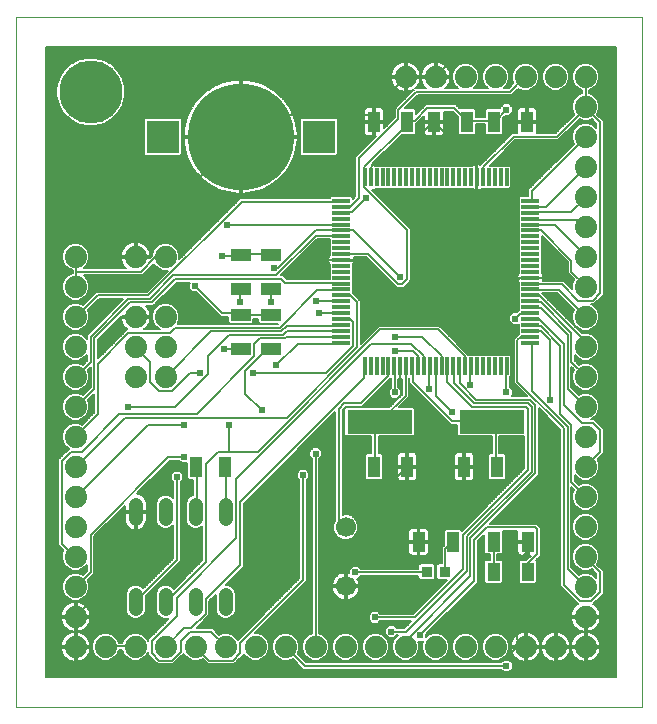
<source format=gtl>
G75*
%MOIN*%
%OFA0B0*%
%FSLAX25Y25*%
%IPPOS*%
%LPD*%
%AMOC8*
5,1,8,0,0,1.08239X$1,22.5*
%
%ADD10C,0.00000*%
%ADD11R,0.10950X0.10950*%
%ADD12C,0.35433*%
%ADD13R,0.04016X0.07165*%
%ADD14R,0.05906X0.01177*%
%ADD15R,0.01177X0.05906*%
%ADD16C,0.04800*%
%ADD17C,0.07400*%
%ADD18R,0.03740X0.03740*%
%ADD19R,0.04331X0.06102*%
%ADD20R,0.04331X0.06693*%
%ADD21R,0.06693X0.04331*%
%ADD22C,0.06693*%
%ADD23R,0.21654X0.07874*%
%ADD24R,0.03937X0.07087*%
%ADD25C,0.21000*%
%ADD26C,0.00600*%
%ADD27C,0.02400*%
D10*
X0001000Y0001000D02*
X0001000Y0230961D01*
X0209701Y0230961D01*
X0209701Y0001000D01*
X0001000Y0001000D01*
D11*
X0050000Y0191000D03*
X0102000Y0191000D03*
D12*
X0076000Y0191000D03*
D13*
X0120488Y0196000D03*
X0131512Y0196000D03*
X0140488Y0196000D03*
X0151512Y0196000D03*
X0160488Y0196000D03*
X0171512Y0196000D03*
X0161512Y0081000D03*
X0150488Y0081000D03*
X0131512Y0081000D03*
X0120488Y0081000D03*
D14*
X0109504Y0122378D03*
X0109504Y0124346D03*
X0109504Y0126315D03*
X0109504Y0128283D03*
X0109504Y0130252D03*
X0109504Y0132220D03*
X0109504Y0134189D03*
X0109504Y0136157D03*
X0109504Y0138126D03*
X0109504Y0140094D03*
X0109504Y0142063D03*
X0109504Y0144031D03*
X0109504Y0146000D03*
X0109504Y0147969D03*
X0109504Y0149937D03*
X0109504Y0151906D03*
X0109504Y0153874D03*
X0109504Y0155843D03*
X0109504Y0157811D03*
X0109504Y0159780D03*
X0109504Y0161748D03*
X0109504Y0163717D03*
X0109504Y0165685D03*
X0109504Y0167654D03*
X0109504Y0169622D03*
X0172496Y0169622D03*
X0172496Y0167654D03*
X0172496Y0165685D03*
X0172496Y0163717D03*
X0172496Y0161748D03*
X0172496Y0159780D03*
X0172496Y0157811D03*
X0172496Y0155843D03*
X0172496Y0153874D03*
X0172496Y0151906D03*
X0172496Y0149937D03*
X0172496Y0147969D03*
X0172496Y0146000D03*
X0172496Y0144031D03*
X0172496Y0142063D03*
X0172496Y0140094D03*
X0172496Y0138126D03*
X0172496Y0136157D03*
X0172496Y0134189D03*
X0172496Y0132220D03*
X0172496Y0130252D03*
X0172496Y0128283D03*
X0172496Y0126315D03*
X0172496Y0124346D03*
X0172496Y0122378D03*
D15*
X0164622Y0114504D03*
X0162654Y0114504D03*
X0160685Y0114504D03*
X0158717Y0114504D03*
X0156748Y0114504D03*
X0154780Y0114504D03*
X0152811Y0114504D03*
X0150843Y0114504D03*
X0148874Y0114504D03*
X0146906Y0114504D03*
X0144937Y0114504D03*
X0142969Y0114504D03*
X0141000Y0114504D03*
X0139031Y0114504D03*
X0137063Y0114504D03*
X0135094Y0114504D03*
X0133126Y0114504D03*
X0131157Y0114504D03*
X0129189Y0114504D03*
X0127220Y0114504D03*
X0125252Y0114504D03*
X0123283Y0114504D03*
X0121315Y0114504D03*
X0119346Y0114504D03*
X0117378Y0114504D03*
X0117378Y0177496D03*
X0119346Y0177496D03*
X0121315Y0177496D03*
X0123283Y0177496D03*
X0125252Y0177496D03*
X0127220Y0177496D03*
X0129189Y0177496D03*
X0131157Y0177496D03*
X0133126Y0177496D03*
X0135094Y0177496D03*
X0137063Y0177496D03*
X0139031Y0177496D03*
X0141000Y0177496D03*
X0142969Y0177496D03*
X0144937Y0177496D03*
X0146906Y0177496D03*
X0148874Y0177496D03*
X0150843Y0177496D03*
X0152811Y0177496D03*
X0154780Y0177496D03*
X0156748Y0177496D03*
X0158717Y0177496D03*
X0160685Y0177496D03*
X0162654Y0177496D03*
X0164622Y0177496D03*
D16*
X0071000Y0068400D02*
X0071000Y0063600D01*
X0061000Y0063600D02*
X0061000Y0068400D01*
X0051000Y0068400D02*
X0051000Y0063600D01*
X0041000Y0063600D02*
X0041000Y0068400D01*
X0041000Y0038400D02*
X0041000Y0033600D01*
X0051000Y0033600D02*
X0051000Y0038400D01*
X0061000Y0038400D02*
X0061000Y0033600D01*
X0071000Y0033600D02*
X0071000Y0038400D01*
D17*
X0071000Y0021000D03*
X0061000Y0021000D03*
X0051000Y0021000D03*
X0041000Y0021000D03*
X0031000Y0021000D03*
X0021000Y0021000D03*
X0021000Y0031000D03*
X0021000Y0041000D03*
X0021000Y0051000D03*
X0021000Y0061000D03*
X0021000Y0071000D03*
X0021000Y0081000D03*
X0021000Y0091000D03*
X0021000Y0101000D03*
X0021000Y0111000D03*
X0021000Y0121000D03*
X0021000Y0131000D03*
X0021000Y0141000D03*
X0021000Y0151000D03*
X0041000Y0151000D03*
X0051000Y0151000D03*
X0051000Y0131000D03*
X0051000Y0121000D03*
X0051000Y0111000D03*
X0041000Y0111000D03*
X0041000Y0121000D03*
X0041000Y0131000D03*
X0131000Y0211000D03*
X0141000Y0211000D03*
X0151000Y0211000D03*
X0161000Y0211000D03*
X0171000Y0211000D03*
X0181000Y0211000D03*
X0191000Y0211000D03*
X0191000Y0201000D03*
X0191000Y0191000D03*
X0191000Y0181000D03*
X0191000Y0171000D03*
X0191000Y0161000D03*
X0191000Y0151000D03*
X0191000Y0141000D03*
X0191000Y0131000D03*
X0191000Y0121000D03*
X0191000Y0111000D03*
X0191000Y0101000D03*
X0191000Y0091000D03*
X0191000Y0081000D03*
X0191000Y0071000D03*
X0191000Y0061000D03*
X0191000Y0051000D03*
X0191000Y0041000D03*
X0191000Y0031000D03*
X0191000Y0021000D03*
X0181000Y0021000D03*
X0171000Y0021000D03*
X0161000Y0021000D03*
X0151000Y0021000D03*
X0141000Y0021000D03*
X0131000Y0021000D03*
X0121000Y0021000D03*
X0111000Y0021000D03*
X0101000Y0021000D03*
X0091000Y0021000D03*
X0081000Y0021000D03*
D18*
X0138047Y0046000D03*
X0143953Y0046000D03*
D19*
X0160291Y0046000D03*
X0171709Y0046000D03*
D20*
X0171709Y0056000D03*
X0160291Y0056000D03*
X0146709Y0056000D03*
X0135291Y0056000D03*
D21*
X0086000Y0120291D03*
X0076000Y0120291D03*
X0076000Y0131709D03*
X0076000Y0140291D03*
X0086000Y0140291D03*
X0086000Y0131709D03*
X0086000Y0151709D03*
X0076000Y0151709D03*
D22*
X0111000Y0060843D03*
X0111000Y0041157D03*
D23*
X0122299Y0096000D03*
X0159701Y0096000D03*
D24*
X0070921Y0081000D03*
X0061079Y0081000D03*
D25*
X0026000Y0206000D03*
D26*
X0035774Y0200130D02*
X0059313Y0200130D01*
X0059116Y0199789D02*
X0058414Y0198284D01*
X0057846Y0196724D01*
X0057417Y0195120D01*
X0057128Y0193485D01*
X0056983Y0191830D01*
X0056983Y0191300D01*
X0075700Y0191300D01*
X0075700Y0210017D01*
X0075170Y0210017D01*
X0073515Y0209872D01*
X0071880Y0209583D01*
X0070276Y0209154D01*
X0068716Y0208586D01*
X0067211Y0207884D01*
X0065773Y0207054D01*
X0064412Y0206101D01*
X0063140Y0205034D01*
X0061966Y0203860D01*
X0060899Y0202588D01*
X0059946Y0201227D01*
X0059116Y0199789D01*
X0058996Y0199531D02*
X0035429Y0199531D01*
X0035122Y0199000D02*
X0036623Y0201600D01*
X0037400Y0204499D01*
X0037400Y0207501D01*
X0036623Y0210400D01*
X0035122Y0213000D01*
X0033000Y0215122D01*
X0030400Y0216623D01*
X0027501Y0217400D01*
X0024499Y0217400D01*
X0021600Y0216623D01*
X0019000Y0215122D01*
X0016878Y0213000D01*
X0015377Y0210400D01*
X0014600Y0207501D01*
X0014600Y0204499D01*
X0015377Y0201600D01*
X0016878Y0199000D01*
X0019000Y0196878D01*
X0021600Y0195377D01*
X0024499Y0194600D01*
X0027501Y0194600D01*
X0030400Y0195377D01*
X0033000Y0196878D01*
X0035122Y0199000D01*
X0035055Y0198933D02*
X0058717Y0198933D01*
X0058437Y0198334D02*
X0034456Y0198334D01*
X0033858Y0197736D02*
X0058215Y0197736D01*
X0057997Y0197137D02*
X0056086Y0197137D01*
X0055848Y0197375D02*
X0056375Y0196848D01*
X0056375Y0185152D01*
X0055848Y0184625D01*
X0044152Y0184625D01*
X0043625Y0185152D01*
X0043625Y0196848D01*
X0044152Y0197375D01*
X0055848Y0197375D01*
X0056375Y0196539D02*
X0057797Y0196539D01*
X0057636Y0195940D02*
X0056375Y0195940D01*
X0056375Y0195341D02*
X0057476Y0195341D01*
X0057350Y0194743D02*
X0056375Y0194743D01*
X0056375Y0194144D02*
X0057245Y0194144D01*
X0057139Y0193546D02*
X0056375Y0193546D01*
X0056375Y0192947D02*
X0057081Y0192947D01*
X0057029Y0192349D02*
X0056375Y0192349D01*
X0056375Y0191750D02*
X0056983Y0191750D01*
X0056375Y0191152D02*
X0075700Y0191152D01*
X0075700Y0191300D02*
X0075700Y0190700D01*
X0076300Y0190700D01*
X0076300Y0191300D01*
X0095017Y0191300D01*
X0095017Y0191830D01*
X0094872Y0193485D01*
X0094583Y0195120D01*
X0094154Y0196724D01*
X0093586Y0198284D01*
X0092884Y0199789D01*
X0092054Y0201227D01*
X0091101Y0202588D01*
X0090034Y0203860D01*
X0088860Y0205034D01*
X0087588Y0206101D01*
X0086227Y0207054D01*
X0084789Y0207884D01*
X0083284Y0208586D01*
X0081724Y0209154D01*
X0080120Y0209583D01*
X0078485Y0209872D01*
X0076830Y0210017D01*
X0076300Y0210017D01*
X0076300Y0191300D01*
X0075700Y0191300D01*
X0075800Y0191000D02*
X0076000Y0191000D01*
X0076400Y0191000D01*
X0083600Y0198200D01*
X0120800Y0198200D01*
X0120488Y0196000D01*
X0120800Y0196400D01*
X0120800Y0198200D01*
X0120800Y0200600D01*
X0131000Y0210800D01*
X0131000Y0211000D01*
X0131000Y0211400D01*
X0140600Y0211400D01*
X0141000Y0211000D01*
X0141200Y0211400D01*
X0145400Y0215600D01*
X0173000Y0215600D01*
X0176000Y0212600D01*
X0176000Y0209000D01*
X0171800Y0204800D01*
X0171800Y0196400D01*
X0171512Y0196000D01*
X0171200Y0195800D01*
X0168200Y0195800D01*
X0154400Y0182000D01*
X0140600Y0195800D01*
X0140488Y0196000D01*
X0140000Y0195800D01*
X0135200Y0191000D01*
X0129800Y0191000D01*
X0119600Y0180800D01*
X0119600Y0177800D01*
X0119346Y0177496D01*
X0117378Y0177496D02*
X0117200Y0177800D01*
X0117200Y0180800D01*
X0131000Y0194600D01*
X0131000Y0195800D01*
X0131512Y0196000D01*
X0131600Y0196400D01*
X0134000Y0196400D01*
X0138200Y0200600D01*
X0147200Y0200600D01*
X0151400Y0196400D01*
X0151512Y0196000D01*
X0152000Y0196400D01*
X0160400Y0196400D01*
X0160488Y0196000D01*
X0161000Y0196400D01*
X0164600Y0200000D01*
X0166700Y0200130D02*
X0168319Y0200130D01*
X0168293Y0200084D02*
X0168204Y0199754D01*
X0168204Y0196300D01*
X0171212Y0196300D01*
X0171212Y0200883D01*
X0169333Y0200883D01*
X0169002Y0200794D01*
X0168706Y0200623D01*
X0168464Y0200381D01*
X0168293Y0200084D01*
X0168204Y0199531D02*
X0166700Y0199531D01*
X0166700Y0199130D02*
X0166700Y0200870D01*
X0165470Y0202100D01*
X0163730Y0202100D01*
X0162500Y0200870D01*
X0162500Y0200483D01*
X0158108Y0200483D01*
X0157580Y0199955D01*
X0157580Y0197600D01*
X0154420Y0197600D01*
X0154420Y0199955D01*
X0153892Y0200483D01*
X0149131Y0200483D01*
X0149073Y0200424D01*
X0147697Y0201800D01*
X0137703Y0201800D01*
X0137000Y0201097D01*
X0134420Y0198517D01*
X0134420Y0199955D01*
X0133892Y0200483D01*
X0130780Y0200483D01*
X0135097Y0204800D01*
X0166297Y0204800D01*
X0168538Y0207041D01*
X0170085Y0206400D01*
X0171915Y0206400D01*
X0173606Y0207100D01*
X0174900Y0208394D01*
X0175600Y0210085D01*
X0175600Y0211915D01*
X0174900Y0213606D01*
X0173606Y0214900D01*
X0171915Y0215600D01*
X0170085Y0215600D01*
X0168394Y0214900D01*
X0167100Y0213606D01*
X0166400Y0211915D01*
X0166400Y0210085D01*
X0166924Y0208821D01*
X0165303Y0207200D01*
X0163705Y0207200D01*
X0164900Y0208394D01*
X0165600Y0210085D01*
X0165600Y0211915D01*
X0164900Y0213606D01*
X0163606Y0214900D01*
X0161915Y0215600D01*
X0160085Y0215600D01*
X0158394Y0214900D01*
X0157100Y0213606D01*
X0156400Y0211915D01*
X0156400Y0210085D01*
X0157100Y0208394D01*
X0158295Y0207200D01*
X0153705Y0207200D01*
X0154900Y0208394D01*
X0155600Y0210085D01*
X0155600Y0211915D01*
X0154900Y0213606D01*
X0153606Y0214900D01*
X0151915Y0215600D01*
X0150085Y0215600D01*
X0148394Y0214900D01*
X0147100Y0213606D01*
X0146400Y0211915D01*
X0146400Y0210085D01*
X0147100Y0208394D01*
X0148295Y0207200D01*
X0144271Y0207200D01*
X0144814Y0207743D01*
X0145276Y0208379D01*
X0145634Y0209081D01*
X0145877Y0209829D01*
X0146000Y0210606D01*
X0146000Y0210700D01*
X0141300Y0210700D01*
X0141300Y0211300D01*
X0140700Y0211300D01*
X0140700Y0216000D01*
X0140606Y0216000D01*
X0139829Y0215877D01*
X0139081Y0215634D01*
X0138379Y0215276D01*
X0137743Y0214814D01*
X0137186Y0214257D01*
X0136724Y0213621D01*
X0136366Y0212919D01*
X0136123Y0212171D01*
X0136000Y0211394D01*
X0135877Y0212171D01*
X0135634Y0212919D01*
X0135276Y0213621D01*
X0134814Y0214257D01*
X0134257Y0214814D01*
X0133621Y0215276D01*
X0132919Y0215634D01*
X0132171Y0215877D01*
X0131394Y0216000D01*
X0131300Y0216000D01*
X0131300Y0211300D01*
X0130700Y0211300D01*
X0130700Y0216000D01*
X0130606Y0216000D01*
X0129829Y0215877D01*
X0129081Y0215634D01*
X0128379Y0215276D01*
X0127743Y0214814D01*
X0127186Y0214257D01*
X0126724Y0213621D01*
X0126366Y0212919D01*
X0126123Y0212171D01*
X0126000Y0211394D01*
X0126000Y0211300D01*
X0130700Y0211300D01*
X0130700Y0210700D01*
X0131300Y0210700D01*
X0131300Y0211300D01*
X0136000Y0211300D01*
X0136000Y0211394D01*
X0136000Y0211300D01*
X0140700Y0211300D01*
X0140700Y0210700D01*
X0136000Y0210700D01*
X0136000Y0210606D01*
X0136000Y0210700D01*
X0131300Y0210700D01*
X0131300Y0206000D01*
X0131394Y0206000D01*
X0132171Y0206123D01*
X0132919Y0206366D01*
X0133621Y0206724D01*
X0133643Y0206740D01*
X0133400Y0206497D01*
X0127400Y0200497D01*
X0127400Y0197497D01*
X0123796Y0193893D01*
X0123796Y0195700D01*
X0120788Y0195700D01*
X0120788Y0191117D01*
X0121020Y0191117D01*
X0114200Y0184297D01*
X0114200Y0171097D01*
X0113357Y0170254D01*
X0113357Y0170583D01*
X0112829Y0171111D01*
X0106178Y0171111D01*
X0105668Y0170600D01*
X0075903Y0170600D01*
X0055600Y0150297D01*
X0055600Y0151915D01*
X0054900Y0153606D01*
X0053606Y0154900D01*
X0051915Y0155600D01*
X0050085Y0155600D01*
X0048394Y0154900D01*
X0047100Y0153606D01*
X0046400Y0151915D01*
X0046400Y0151297D01*
X0045803Y0150700D01*
X0041300Y0150700D01*
X0041300Y0151300D01*
X0040700Y0151300D01*
X0040700Y0156000D01*
X0040606Y0156000D01*
X0039829Y0155877D01*
X0039081Y0155634D01*
X0038379Y0155276D01*
X0037743Y0154814D01*
X0037186Y0154257D01*
X0036724Y0153621D01*
X0036366Y0152919D01*
X0036123Y0152171D01*
X0036000Y0151394D01*
X0036000Y0151300D01*
X0040700Y0151300D01*
X0040700Y0150700D01*
X0036000Y0150700D01*
X0036000Y0150606D01*
X0036123Y0149829D01*
X0036366Y0149081D01*
X0036724Y0148379D01*
X0037186Y0147743D01*
X0037729Y0147200D01*
X0023705Y0147200D01*
X0024900Y0148394D01*
X0025600Y0150085D01*
X0025600Y0151915D01*
X0024900Y0153606D01*
X0023606Y0154900D01*
X0021915Y0155600D01*
X0020085Y0155600D01*
X0018394Y0154900D01*
X0017100Y0153606D01*
X0016400Y0151915D01*
X0016400Y0150085D01*
X0017100Y0148394D01*
X0018394Y0147100D01*
X0020000Y0146435D01*
X0020000Y0145565D01*
X0018394Y0144900D01*
X0017100Y0143606D01*
X0016400Y0141915D01*
X0016400Y0140085D01*
X0017100Y0138394D01*
X0018394Y0137100D01*
X0020085Y0136400D01*
X0021915Y0136400D01*
X0023606Y0137100D01*
X0024900Y0138394D01*
X0025600Y0140085D01*
X0025600Y0141915D01*
X0024900Y0143606D01*
X0023705Y0144800D01*
X0043297Y0144800D01*
X0044000Y0145503D01*
X0047039Y0148542D01*
X0047100Y0148394D01*
X0048394Y0147100D01*
X0050085Y0146400D01*
X0051703Y0146400D01*
X0044703Y0139400D01*
X0027903Y0139400D01*
X0023462Y0134959D01*
X0021915Y0135600D01*
X0020085Y0135600D01*
X0018394Y0134900D01*
X0017100Y0133606D01*
X0016400Y0131915D01*
X0016400Y0130085D01*
X0017100Y0128394D01*
X0018394Y0127100D01*
X0020085Y0126400D01*
X0021915Y0126400D01*
X0023606Y0127100D01*
X0024900Y0128394D01*
X0025600Y0130085D01*
X0025600Y0131915D01*
X0025076Y0133179D01*
X0028897Y0137000D01*
X0036903Y0137000D01*
X0025503Y0125600D01*
X0024800Y0124897D01*
X0024800Y0123705D01*
X0023606Y0124900D01*
X0021915Y0125600D01*
X0020085Y0125600D01*
X0018394Y0124900D01*
X0017100Y0123606D01*
X0016400Y0121915D01*
X0016400Y0120085D01*
X0017100Y0118394D01*
X0018394Y0117100D01*
X0020085Y0116400D01*
X0021915Y0116400D01*
X0023606Y0117100D01*
X0024800Y0118295D01*
X0024800Y0116497D01*
X0023321Y0115018D01*
X0021915Y0115600D01*
X0020085Y0115600D01*
X0018394Y0114900D01*
X0017100Y0113606D01*
X0016400Y0111915D01*
X0016400Y0110085D01*
X0017100Y0108394D01*
X0018394Y0107100D01*
X0020085Y0106400D01*
X0021915Y0106400D01*
X0023606Y0107100D01*
X0024900Y0108394D01*
X0025600Y0110085D01*
X0025600Y0111915D01*
X0025018Y0113321D01*
X0026000Y0114303D01*
X0026000Y0107497D01*
X0023462Y0104959D01*
X0021915Y0105600D01*
X0020085Y0105600D01*
X0018394Y0104900D01*
X0017100Y0103606D01*
X0016400Y0101915D01*
X0016400Y0100085D01*
X0017100Y0098394D01*
X0018394Y0097100D01*
X0020085Y0096400D01*
X0021915Y0096400D01*
X0023606Y0097100D01*
X0024900Y0098394D01*
X0025600Y0100085D01*
X0025600Y0101915D01*
X0025076Y0103179D01*
X0027200Y0105303D01*
X0027200Y0099097D01*
X0023179Y0095076D01*
X0021915Y0095600D01*
X0020085Y0095600D01*
X0018394Y0094900D01*
X0017100Y0093606D01*
X0016400Y0091915D01*
X0016400Y0090085D01*
X0017100Y0088394D01*
X0018394Y0087100D01*
X0018683Y0086981D01*
X0015903Y0084200D01*
X0015200Y0083497D01*
X0015200Y0054903D01*
X0016924Y0053179D01*
X0016400Y0051915D01*
X0016400Y0050085D01*
X0017100Y0048394D01*
X0018394Y0047100D01*
X0020085Y0046400D01*
X0021915Y0046400D01*
X0023606Y0047100D01*
X0024800Y0048295D01*
X0024800Y0046297D01*
X0023462Y0044959D01*
X0021915Y0045600D01*
X0020085Y0045600D01*
X0018394Y0044900D01*
X0017100Y0043606D01*
X0016400Y0041915D01*
X0016400Y0040085D01*
X0017100Y0038394D01*
X0018394Y0037100D01*
X0020085Y0036400D01*
X0021915Y0036400D01*
X0023606Y0037100D01*
X0024900Y0038394D01*
X0025600Y0040085D01*
X0025600Y0041915D01*
X0025076Y0043179D01*
X0027200Y0045303D01*
X0027200Y0057903D01*
X0037300Y0068003D01*
X0037300Y0066300D01*
X0040700Y0066300D01*
X0040700Y0065700D01*
X0041300Y0065700D01*
X0041300Y0066300D01*
X0044700Y0066300D01*
X0044700Y0068764D01*
X0044558Y0069479D01*
X0044279Y0070153D01*
X0043874Y0070759D01*
X0043359Y0071274D01*
X0042753Y0071679D01*
X0042079Y0071958D01*
X0041392Y0072095D01*
X0052297Y0083000D01*
X0055430Y0083000D01*
X0056330Y0082100D01*
X0058070Y0082100D01*
X0058210Y0082240D01*
X0058210Y0077084D01*
X0058737Y0076557D01*
X0060200Y0076557D01*
X0060200Y0071641D01*
X0059131Y0071198D01*
X0058202Y0070269D01*
X0057700Y0069056D01*
X0056000Y0069056D01*
X0056000Y0069654D02*
X0057948Y0069654D01*
X0057700Y0069056D02*
X0057700Y0062944D01*
X0058202Y0061731D01*
X0059131Y0060802D01*
X0060344Y0060300D01*
X0061656Y0060300D01*
X0062869Y0060802D01*
X0063200Y0061133D01*
X0063200Y0049897D01*
X0053685Y0040382D01*
X0052869Y0041198D01*
X0051656Y0041700D01*
X0050344Y0041700D01*
X0049131Y0041198D01*
X0048202Y0040269D01*
X0047700Y0039056D01*
X0047700Y0032944D01*
X0048202Y0031731D01*
X0049131Y0030802D01*
X0050344Y0030300D01*
X0051656Y0030300D01*
X0052248Y0030545D01*
X0045903Y0024200D01*
X0045200Y0023497D01*
X0045200Y0022881D01*
X0044900Y0023606D01*
X0043606Y0024900D01*
X0041915Y0025600D01*
X0040085Y0025600D01*
X0038394Y0024900D01*
X0037100Y0023606D01*
X0036601Y0022400D01*
X0035399Y0022400D01*
X0034900Y0023606D01*
X0033606Y0024900D01*
X0031915Y0025600D01*
X0030085Y0025600D01*
X0028394Y0024900D01*
X0027100Y0023606D01*
X0026400Y0021915D01*
X0026400Y0020085D01*
X0027100Y0018394D01*
X0028394Y0017100D01*
X0030085Y0016400D01*
X0031915Y0016400D01*
X0033606Y0017100D01*
X0034900Y0018394D01*
X0035565Y0020000D01*
X0036435Y0020000D01*
X0037100Y0018394D01*
X0038394Y0017100D01*
X0040085Y0016400D01*
X0041915Y0016400D01*
X0043606Y0017100D01*
X0044900Y0018394D01*
X0045200Y0019119D01*
X0045200Y0018303D01*
X0047600Y0015903D01*
X0048303Y0015200D01*
X0053497Y0015200D01*
X0056497Y0018200D01*
X0056981Y0018683D01*
X0057100Y0018394D01*
X0058394Y0017100D01*
X0060085Y0016400D01*
X0061915Y0016400D01*
X0063321Y0016982D01*
X0065103Y0015200D01*
X0073897Y0015200D01*
X0074600Y0015903D01*
X0077000Y0018303D01*
X0077000Y0018637D01*
X0077100Y0018394D01*
X0078394Y0017100D01*
X0080085Y0016400D01*
X0081915Y0016400D01*
X0083606Y0017100D01*
X0084900Y0018394D01*
X0085600Y0020085D01*
X0085600Y0021915D01*
X0084900Y0023606D01*
X0083606Y0024900D01*
X0081915Y0025600D01*
X0080697Y0025600D01*
X0098000Y0042903D01*
X0098000Y0076430D01*
X0098900Y0077330D01*
X0098900Y0079070D01*
X0097670Y0080300D01*
X0095930Y0080300D01*
X0094700Y0079070D01*
X0094700Y0077330D01*
X0095600Y0076430D01*
X0095600Y0043897D01*
X0075303Y0023600D01*
X0075019Y0023316D01*
X0074900Y0023606D01*
X0073606Y0024900D01*
X0071915Y0025600D01*
X0070085Y0025600D01*
X0068821Y0025076D01*
X0066697Y0027200D01*
X0061297Y0027200D01*
X0065600Y0031503D01*
X0065600Y0036303D01*
X0067700Y0038403D01*
X0067700Y0032944D01*
X0068202Y0031731D01*
X0069131Y0030802D01*
X0070344Y0030300D01*
X0071656Y0030300D01*
X0072869Y0030802D01*
X0073798Y0031731D01*
X0074300Y0032944D01*
X0074300Y0039056D01*
X0073798Y0040269D01*
X0072869Y0041198D01*
X0071656Y0041700D01*
X0070997Y0041700D01*
X0077000Y0047703D01*
X0077000Y0068703D01*
X0107600Y0099303D01*
X0107600Y0063448D01*
X0107400Y0063248D01*
X0106754Y0061687D01*
X0106754Y0059998D01*
X0107400Y0058437D01*
X0108595Y0057243D01*
X0110155Y0056596D01*
X0111845Y0056596D01*
X0113405Y0057243D01*
X0114600Y0058437D01*
X0115246Y0059998D01*
X0115246Y0061687D01*
X0114600Y0063248D01*
X0113405Y0064442D01*
X0111845Y0065089D01*
X0110155Y0065089D01*
X0110000Y0065025D01*
X0110000Y0099903D01*
X0111097Y0101000D01*
X0116497Y0101000D01*
X0117200Y0101703D01*
X0126148Y0110651D01*
X0126200Y0110651D01*
X0126200Y0107570D01*
X0125300Y0106670D01*
X0125300Y0104930D01*
X0126530Y0103700D01*
X0128270Y0103700D01*
X0129500Y0104930D01*
X0129500Y0106670D01*
X0128600Y0107570D01*
X0128600Y0110251D01*
X0129189Y0110251D01*
X0129800Y0110251D01*
X0129800Y0105097D01*
X0125540Y0100837D01*
X0111100Y0100837D01*
X0110572Y0100310D01*
X0110572Y0091690D01*
X0111100Y0091163D01*
X0119600Y0091163D01*
X0119600Y0085483D01*
X0118108Y0085483D01*
X0117580Y0084955D01*
X0117580Y0077045D01*
X0118108Y0076517D01*
X0122869Y0076517D01*
X0123396Y0077045D01*
X0123396Y0084955D01*
X0122869Y0085483D01*
X0122000Y0085483D01*
X0122000Y0091163D01*
X0133499Y0091163D01*
X0134026Y0091690D01*
X0134026Y0100310D01*
X0133499Y0100837D01*
X0128934Y0100837D01*
X0132200Y0104103D01*
X0132200Y0110651D01*
X0132200Y0108903D01*
X0145400Y0095703D01*
X0146103Y0095000D01*
X0147974Y0095000D01*
X0147974Y0091690D01*
X0148501Y0091163D01*
X0159800Y0091163D01*
X0159800Y0085483D01*
X0159131Y0085483D01*
X0158604Y0084955D01*
X0158604Y0077045D01*
X0159131Y0076517D01*
X0163892Y0076517D01*
X0164420Y0077045D01*
X0164420Y0084955D01*
X0163892Y0085483D01*
X0162200Y0085483D01*
X0162200Y0091163D01*
X0170600Y0091163D01*
X0170600Y0080497D01*
X0149774Y0059671D01*
X0149774Y0059719D01*
X0149247Y0060246D01*
X0144171Y0060246D01*
X0143643Y0059719D01*
X0143643Y0054740D01*
X0143000Y0054097D01*
X0143000Y0048770D01*
X0141710Y0048770D01*
X0141183Y0048243D01*
X0141183Y0043757D01*
X0141710Y0043230D01*
X0144733Y0043230D01*
X0133503Y0032000D01*
X0122570Y0032000D01*
X0121670Y0032900D01*
X0119930Y0032900D01*
X0118700Y0031670D01*
X0118700Y0029930D01*
X0119930Y0028700D01*
X0121670Y0028700D01*
X0122570Y0029600D01*
X0132903Y0029600D01*
X0130503Y0027200D01*
X0127970Y0027200D01*
X0127070Y0028100D01*
X0125330Y0028100D01*
X0124100Y0026870D01*
X0124100Y0025130D01*
X0125330Y0023900D01*
X0127070Y0023900D01*
X0127970Y0024800D01*
X0128295Y0024800D01*
X0127100Y0023606D01*
X0126400Y0021915D01*
X0126400Y0020085D01*
X0127100Y0018394D01*
X0128394Y0017100D01*
X0130085Y0016400D01*
X0131915Y0016400D01*
X0133606Y0017100D01*
X0134900Y0018394D01*
X0135600Y0020085D01*
X0135600Y0021915D01*
X0135275Y0022700D01*
X0136670Y0022700D01*
X0136764Y0022794D01*
X0136400Y0021915D01*
X0136400Y0020085D01*
X0137100Y0018394D01*
X0138394Y0017100D01*
X0140085Y0016400D01*
X0141915Y0016400D01*
X0143606Y0017100D01*
X0144900Y0018394D01*
X0145600Y0020085D01*
X0145600Y0021915D01*
X0144900Y0023606D01*
X0143606Y0024900D01*
X0141915Y0025600D01*
X0140085Y0025600D01*
X0138394Y0024900D01*
X0137900Y0024405D01*
X0137900Y0025203D01*
X0155000Y0042303D01*
X0155000Y0056103D01*
X0157226Y0058329D01*
X0157226Y0052281D01*
X0157753Y0051754D01*
X0159200Y0051754D01*
X0159200Y0049951D01*
X0157753Y0049951D01*
X0157226Y0049424D01*
X0157226Y0042576D01*
X0157753Y0042049D01*
X0162829Y0042049D01*
X0163357Y0042576D01*
X0163357Y0049424D01*
X0162829Y0049951D01*
X0161600Y0049951D01*
X0161600Y0051754D01*
X0162829Y0051754D01*
X0163357Y0052281D01*
X0163357Y0059600D01*
X0168265Y0059600D01*
X0168243Y0059518D01*
X0168243Y0056300D01*
X0171409Y0056300D01*
X0171409Y0055700D01*
X0172009Y0055700D01*
X0172009Y0051354D01*
X0172657Y0051354D01*
X0171254Y0049951D01*
X0169171Y0049951D01*
X0168643Y0049424D01*
X0168643Y0042576D01*
X0169171Y0042049D01*
X0174247Y0042049D01*
X0174774Y0042576D01*
X0174774Y0049424D01*
X0174448Y0049750D01*
X0175297Y0050600D01*
X0176000Y0051303D01*
X0176000Y0060697D01*
X0175400Y0061297D01*
X0174697Y0062000D01*
X0159097Y0062000D01*
X0175400Y0078303D01*
X0175400Y0100503D01*
X0182600Y0093303D01*
X0182600Y0041103D01*
X0188000Y0035703D01*
X0188411Y0035292D01*
X0188379Y0035276D01*
X0187743Y0034814D01*
X0187186Y0034257D01*
X0186724Y0033621D01*
X0186366Y0032919D01*
X0186123Y0032171D01*
X0186000Y0031394D01*
X0186000Y0031300D01*
X0190700Y0031300D01*
X0190700Y0030700D01*
X0191300Y0030700D01*
X0191300Y0031300D01*
X0196000Y0031300D01*
X0196000Y0031394D01*
X0195877Y0032171D01*
X0195634Y0032919D01*
X0195276Y0033621D01*
X0194814Y0034257D01*
X0194257Y0034814D01*
X0193621Y0035276D01*
X0193589Y0035292D01*
X0196297Y0038000D01*
X0197000Y0038703D01*
X0197000Y0046297D01*
X0194901Y0048396D01*
X0195600Y0050085D01*
X0195600Y0051915D01*
X0194900Y0053606D01*
X0193606Y0054900D01*
X0191915Y0055600D01*
X0190085Y0055600D01*
X0188394Y0054900D01*
X0187100Y0053606D01*
X0186400Y0051915D01*
X0186400Y0050085D01*
X0187100Y0048394D01*
X0188394Y0047100D01*
X0190085Y0046400D01*
X0191915Y0046400D01*
X0193038Y0046865D01*
X0194600Y0045303D01*
X0194600Y0043905D01*
X0193606Y0044900D01*
X0191915Y0045600D01*
X0190085Y0045600D01*
X0188679Y0045018D01*
X0186200Y0047497D01*
X0186200Y0074103D01*
X0186982Y0073321D01*
X0186400Y0071915D01*
X0186400Y0070085D01*
X0187100Y0068394D01*
X0188394Y0067100D01*
X0190085Y0066400D01*
X0191915Y0066400D01*
X0193606Y0067100D01*
X0194900Y0068394D01*
X0195600Y0070085D01*
X0195600Y0071915D01*
X0194900Y0073606D01*
X0193606Y0074900D01*
X0191915Y0075600D01*
X0190085Y0075600D01*
X0188679Y0075018D01*
X0187400Y0076297D01*
X0187400Y0078095D01*
X0188394Y0077100D01*
X0190085Y0076400D01*
X0191915Y0076400D01*
X0193606Y0077100D01*
X0194900Y0078394D01*
X0195600Y0080085D01*
X0195600Y0081915D01*
X0194959Y0083462D01*
X0197000Y0085503D01*
X0197000Y0093697D01*
X0196297Y0094400D01*
X0193897Y0096800D01*
X0192881Y0096800D01*
X0193606Y0097100D01*
X0194900Y0098394D01*
X0195600Y0100085D01*
X0195600Y0101915D01*
X0194900Y0103606D01*
X0193606Y0104900D01*
X0191915Y0105600D01*
X0190085Y0105600D01*
X0188679Y0105018D01*
X0186200Y0107497D01*
X0186200Y0114303D01*
X0187041Y0113462D01*
X0186400Y0111915D01*
X0186400Y0110085D01*
X0187100Y0108394D01*
X0188394Y0107100D01*
X0190085Y0106400D01*
X0191915Y0106400D01*
X0193606Y0107100D01*
X0194900Y0108394D01*
X0195600Y0110085D01*
X0195600Y0111915D01*
X0194900Y0113606D01*
X0193606Y0114900D01*
X0191915Y0115600D01*
X0190085Y0115600D01*
X0188821Y0115076D01*
X0187400Y0116497D01*
X0187400Y0118095D01*
X0188394Y0117100D01*
X0190085Y0116400D01*
X0191915Y0116400D01*
X0193606Y0117100D01*
X0194900Y0118394D01*
X0195600Y0120085D01*
X0195600Y0121915D01*
X0194900Y0123606D01*
X0193606Y0124900D01*
X0191915Y0125600D01*
X0190085Y0125600D01*
X0189811Y0125486D01*
X0176497Y0138800D01*
X0181503Y0138800D01*
X0186982Y0133321D01*
X0186400Y0131915D01*
X0186400Y0130085D01*
X0187100Y0128394D01*
X0188394Y0127100D01*
X0190085Y0126400D01*
X0191915Y0126400D01*
X0193606Y0127100D01*
X0194900Y0128394D01*
X0195600Y0130085D01*
X0195600Y0131915D01*
X0194900Y0133606D01*
X0193606Y0134900D01*
X0192881Y0135200D01*
X0193897Y0135200D01*
X0196297Y0137600D01*
X0197000Y0138303D01*
X0197000Y0196297D01*
X0194901Y0198396D01*
X0195600Y0200085D01*
X0195600Y0201915D01*
X0194900Y0203606D01*
X0193606Y0204900D01*
X0192200Y0205482D01*
X0192200Y0206518D01*
X0193606Y0207100D01*
X0194900Y0208394D01*
X0195600Y0210085D01*
X0195600Y0211915D01*
X0194900Y0213606D01*
X0193606Y0214900D01*
X0191915Y0215600D01*
X0190085Y0215600D01*
X0188394Y0214900D01*
X0187100Y0213606D01*
X0186400Y0211915D01*
X0186400Y0210085D01*
X0187100Y0208394D01*
X0188394Y0207100D01*
X0189800Y0206518D01*
X0189800Y0205482D01*
X0188394Y0204900D01*
X0187100Y0203606D01*
X0186400Y0201915D01*
X0186400Y0200085D01*
X0187099Y0198396D01*
X0180903Y0192200D01*
X0174807Y0192200D01*
X0174820Y0192246D01*
X0174820Y0195700D01*
X0171812Y0195700D01*
X0171812Y0196300D01*
X0174820Y0196300D01*
X0174820Y0199754D01*
X0174731Y0200084D01*
X0174560Y0200381D01*
X0174318Y0200623D01*
X0174021Y0200794D01*
X0173691Y0200883D01*
X0171812Y0200883D01*
X0171812Y0196300D01*
X0171212Y0196300D01*
X0171212Y0195700D01*
X0168204Y0195700D01*
X0168204Y0192246D01*
X0168216Y0192200D01*
X0166503Y0192200D01*
X0165800Y0191497D01*
X0155929Y0181626D01*
X0155870Y0181660D01*
X0155539Y0181749D01*
X0154780Y0181749D01*
X0154780Y0177496D01*
X0154780Y0173243D01*
X0155539Y0173243D01*
X0155870Y0173332D01*
X0156166Y0173503D01*
X0156307Y0173643D01*
X0157709Y0173643D01*
X0157732Y0173666D01*
X0157755Y0173643D01*
X0159678Y0173643D01*
X0159701Y0173666D01*
X0159724Y0173643D01*
X0161646Y0173643D01*
X0161669Y0173666D01*
X0161692Y0173643D01*
X0163615Y0173643D01*
X0163638Y0173666D01*
X0163661Y0173643D01*
X0165583Y0173643D01*
X0166111Y0174171D01*
X0166111Y0180822D01*
X0165583Y0181349D01*
X0163661Y0181349D01*
X0163638Y0181326D01*
X0163615Y0181349D01*
X0161692Y0181349D01*
X0161669Y0181326D01*
X0161646Y0181349D01*
X0159724Y0181349D01*
X0159701Y0181326D01*
X0159678Y0181349D01*
X0159046Y0181349D01*
X0167497Y0189800D01*
X0181897Y0189800D01*
X0188962Y0196865D01*
X0190085Y0196400D01*
X0191915Y0196400D01*
X0193038Y0196865D01*
X0194600Y0195303D01*
X0194600Y0193905D01*
X0193606Y0194900D01*
X0191915Y0195600D01*
X0190085Y0195600D01*
X0188394Y0194900D01*
X0187100Y0193606D01*
X0186400Y0191915D01*
X0186400Y0190085D01*
X0186982Y0188679D01*
X0171800Y0173497D01*
X0171800Y0171111D01*
X0169171Y0171111D01*
X0168643Y0170583D01*
X0168643Y0168661D01*
X0168666Y0168638D01*
X0168643Y0168615D01*
X0168643Y0166692D01*
X0168666Y0166669D01*
X0168643Y0166646D01*
X0168643Y0164724D01*
X0168666Y0164701D01*
X0168643Y0164678D01*
X0168643Y0162755D01*
X0168666Y0162732D01*
X0168643Y0162709D01*
X0168643Y0160787D01*
X0168666Y0160764D01*
X0168643Y0160741D01*
X0168643Y0158818D01*
X0168666Y0158795D01*
X0168643Y0158772D01*
X0168643Y0156850D01*
X0168666Y0156827D01*
X0168643Y0156804D01*
X0168643Y0154881D01*
X0168666Y0154858D01*
X0168643Y0154835D01*
X0168643Y0152913D01*
X0168666Y0152890D01*
X0168643Y0152867D01*
X0168643Y0150944D01*
X0168666Y0150921D01*
X0168643Y0150898D01*
X0168643Y0148976D01*
X0168666Y0148953D01*
X0168643Y0148930D01*
X0168643Y0147007D01*
X0168666Y0146984D01*
X0168643Y0146961D01*
X0168643Y0145559D01*
X0168503Y0145418D01*
X0168332Y0145122D01*
X0168243Y0144791D01*
X0168243Y0144032D01*
X0172496Y0144032D01*
X0172496Y0144031D01*
X0168243Y0144031D01*
X0168243Y0143272D01*
X0168332Y0142941D01*
X0168503Y0142645D01*
X0168643Y0142504D01*
X0168643Y0141102D01*
X0168666Y0141079D01*
X0168643Y0141056D01*
X0168643Y0139133D01*
X0168666Y0139110D01*
X0168643Y0139087D01*
X0168643Y0137165D01*
X0168666Y0137142D01*
X0168643Y0137119D01*
X0168643Y0135196D01*
X0168666Y0135173D01*
X0168643Y0135150D01*
X0168643Y0133228D01*
X0168666Y0133205D01*
X0168643Y0133182D01*
X0168643Y0133140D01*
X0168003Y0132500D01*
X0166730Y0132500D01*
X0165500Y0131270D01*
X0165500Y0129530D01*
X0166730Y0128300D01*
X0168470Y0128300D01*
X0168643Y0128473D01*
X0168643Y0127322D01*
X0168666Y0127299D01*
X0168643Y0127276D01*
X0168643Y0125354D01*
X0168650Y0125347D01*
X0167703Y0124400D01*
X0167000Y0123697D01*
X0167000Y0108903D01*
X0171303Y0104600D01*
X0166370Y0104600D01*
X0166700Y0104930D01*
X0166700Y0106670D01*
X0165800Y0107570D01*
X0165800Y0110868D01*
X0166111Y0111178D01*
X0166111Y0117829D01*
X0165583Y0118357D01*
X0163661Y0118357D01*
X0163638Y0118334D01*
X0163615Y0118357D01*
X0161692Y0118357D01*
X0161669Y0118334D01*
X0161646Y0118357D01*
X0159724Y0118357D01*
X0159701Y0118334D01*
X0159678Y0118357D01*
X0157755Y0118357D01*
X0157732Y0118334D01*
X0157709Y0118357D01*
X0155787Y0118357D01*
X0155764Y0118334D01*
X0155741Y0118357D01*
X0153818Y0118357D01*
X0153795Y0118334D01*
X0153772Y0118357D01*
X0151940Y0118357D01*
X0143000Y0127297D01*
X0142297Y0128000D01*
X0122103Y0128000D01*
X0116000Y0121897D01*
X0116000Y0136297D01*
X0115297Y0137000D01*
X0113357Y0138940D01*
X0113357Y0139087D01*
X0113334Y0139110D01*
X0113357Y0139133D01*
X0113357Y0141056D01*
X0113334Y0141079D01*
X0113357Y0141102D01*
X0113357Y0143024D01*
X0113334Y0143047D01*
X0113357Y0143070D01*
X0113357Y0144993D01*
X0113334Y0145016D01*
X0113357Y0145039D01*
X0113357Y0146961D01*
X0113334Y0146984D01*
X0113357Y0147007D01*
X0113357Y0148410D01*
X0113497Y0148550D01*
X0113668Y0148847D01*
X0113757Y0149177D01*
X0113757Y0149937D01*
X0113757Y0150697D01*
X0113729Y0150800D01*
X0117903Y0150800D01*
X0127400Y0141303D01*
X0128103Y0140600D01*
X0130297Y0140600D01*
X0132097Y0142400D01*
X0132800Y0143103D01*
X0132800Y0160297D01*
X0119854Y0173243D01*
X0120106Y0173243D01*
X0120437Y0173332D01*
X0120733Y0173503D01*
X0120874Y0173643D01*
X0122276Y0173643D01*
X0122299Y0173666D01*
X0122322Y0173643D01*
X0124245Y0173643D01*
X0124268Y0173666D01*
X0124291Y0173643D01*
X0126213Y0173643D01*
X0126236Y0173666D01*
X0126259Y0173643D01*
X0128182Y0173643D01*
X0128205Y0173666D01*
X0128228Y0173643D01*
X0130150Y0173643D01*
X0130173Y0173666D01*
X0130196Y0173643D01*
X0132119Y0173643D01*
X0132142Y0173666D01*
X0132165Y0173643D01*
X0134087Y0173643D01*
X0134110Y0173666D01*
X0134133Y0173643D01*
X0136056Y0173643D01*
X0136079Y0173666D01*
X0136102Y0173643D01*
X0138024Y0173643D01*
X0138047Y0173666D01*
X0138070Y0173643D01*
X0139993Y0173643D01*
X0140016Y0173666D01*
X0140039Y0173643D01*
X0141961Y0173643D01*
X0141984Y0173666D01*
X0142007Y0173643D01*
X0143930Y0173643D01*
X0143953Y0173666D01*
X0143976Y0173643D01*
X0145898Y0173643D01*
X0145921Y0173666D01*
X0145944Y0173643D01*
X0147867Y0173643D01*
X0147890Y0173666D01*
X0147913Y0173643D01*
X0149835Y0173643D01*
X0149858Y0173666D01*
X0149881Y0173643D01*
X0151804Y0173643D01*
X0151827Y0173666D01*
X0151850Y0173643D01*
X0153252Y0173643D01*
X0153393Y0173503D01*
X0153689Y0173332D01*
X0154020Y0173243D01*
X0154779Y0173243D01*
X0154779Y0177496D01*
X0154780Y0177496D01*
X0154779Y0177496D01*
X0154779Y0181749D01*
X0154020Y0181749D01*
X0153689Y0181660D01*
X0153393Y0181489D01*
X0153252Y0181349D01*
X0151850Y0181349D01*
X0151827Y0181326D01*
X0151804Y0181349D01*
X0149881Y0181349D01*
X0149858Y0181326D01*
X0149835Y0181349D01*
X0147913Y0181349D01*
X0147890Y0181326D01*
X0147867Y0181349D01*
X0145944Y0181349D01*
X0145921Y0181326D01*
X0145898Y0181349D01*
X0143976Y0181349D01*
X0143953Y0181326D01*
X0143930Y0181349D01*
X0142007Y0181349D01*
X0141984Y0181326D01*
X0141961Y0181349D01*
X0140039Y0181349D01*
X0140016Y0181326D01*
X0139993Y0181349D01*
X0138070Y0181349D01*
X0138047Y0181326D01*
X0138024Y0181349D01*
X0136102Y0181349D01*
X0136079Y0181326D01*
X0136056Y0181349D01*
X0134133Y0181349D01*
X0134110Y0181326D01*
X0134087Y0181349D01*
X0132165Y0181349D01*
X0132142Y0181326D01*
X0132119Y0181349D01*
X0130196Y0181349D01*
X0130173Y0181326D01*
X0130150Y0181349D01*
X0128228Y0181349D01*
X0128205Y0181326D01*
X0128182Y0181349D01*
X0126259Y0181349D01*
X0126236Y0181326D01*
X0126213Y0181349D01*
X0124291Y0181349D01*
X0124268Y0181326D01*
X0124245Y0181349D01*
X0122322Y0181349D01*
X0122299Y0181326D01*
X0122276Y0181349D01*
X0120874Y0181349D01*
X0120733Y0181489D01*
X0120437Y0181660D01*
X0120106Y0181749D01*
X0119846Y0181749D01*
X0129614Y0191517D01*
X0133892Y0191517D01*
X0134420Y0192045D01*
X0134420Y0195200D01*
X0134497Y0195200D01*
X0137180Y0197883D01*
X0137180Y0196300D01*
X0140188Y0196300D01*
X0140188Y0195700D01*
X0137180Y0195700D01*
X0137180Y0192246D01*
X0137269Y0191916D01*
X0137440Y0191619D01*
X0137682Y0191377D01*
X0137979Y0191206D01*
X0138309Y0191117D01*
X0140188Y0191117D01*
X0140188Y0195700D01*
X0140788Y0195700D01*
X0140788Y0191117D01*
X0142667Y0191117D01*
X0142998Y0191206D01*
X0143294Y0191377D01*
X0143536Y0191619D01*
X0143707Y0191916D01*
X0143796Y0192246D01*
X0143796Y0195700D01*
X0140788Y0195700D01*
X0140788Y0196300D01*
X0143796Y0196300D01*
X0143796Y0199400D01*
X0146703Y0199400D01*
X0148604Y0197499D01*
X0148604Y0192045D01*
X0149131Y0191517D01*
X0153892Y0191517D01*
X0154420Y0192045D01*
X0154420Y0195200D01*
X0157580Y0195200D01*
X0157580Y0192045D01*
X0158108Y0191517D01*
X0162869Y0191517D01*
X0163396Y0192045D01*
X0163396Y0197099D01*
X0164197Y0197900D01*
X0165470Y0197900D01*
X0166700Y0199130D01*
X0166502Y0198933D02*
X0168204Y0198933D01*
X0168204Y0198334D02*
X0165904Y0198334D01*
X0164033Y0197736D02*
X0168204Y0197736D01*
X0168204Y0197137D02*
X0163434Y0197137D01*
X0163396Y0196539D02*
X0168204Y0196539D01*
X0168204Y0195341D02*
X0163396Y0195341D01*
X0163396Y0194743D02*
X0168204Y0194743D01*
X0168204Y0194144D02*
X0163396Y0194144D01*
X0163396Y0193546D02*
X0168204Y0193546D01*
X0168204Y0192947D02*
X0163396Y0192947D01*
X0163396Y0192349D02*
X0168204Y0192349D01*
X0167000Y0191000D02*
X0181400Y0191000D01*
X0191000Y0200600D01*
X0191000Y0201000D01*
X0191000Y0211000D01*
X0189329Y0206713D02*
X0182671Y0206713D01*
X0181915Y0206400D02*
X0180085Y0206400D01*
X0178394Y0207100D01*
X0177100Y0208394D01*
X0176400Y0210085D01*
X0176400Y0211915D01*
X0177100Y0213606D01*
X0178394Y0214900D01*
X0180085Y0215600D01*
X0181915Y0215600D01*
X0183606Y0214900D01*
X0184900Y0213606D01*
X0185600Y0211915D01*
X0185600Y0210085D01*
X0184900Y0208394D01*
X0183606Y0207100D01*
X0181915Y0206400D01*
X0183817Y0207312D02*
X0188183Y0207312D01*
X0187584Y0207910D02*
X0184416Y0207910D01*
X0184947Y0208509D02*
X0187053Y0208509D01*
X0186805Y0209107D02*
X0185195Y0209107D01*
X0185443Y0209706D02*
X0186557Y0209706D01*
X0186400Y0210304D02*
X0185600Y0210304D01*
X0185600Y0210903D02*
X0186400Y0210903D01*
X0186400Y0211501D02*
X0185600Y0211501D01*
X0185523Y0212100D02*
X0186477Y0212100D01*
X0186724Y0212698D02*
X0185276Y0212698D01*
X0185028Y0213297D02*
X0186972Y0213297D01*
X0187390Y0213895D02*
X0184610Y0213895D01*
X0184012Y0214494D02*
X0187988Y0214494D01*
X0188859Y0215092D02*
X0183141Y0215092D01*
X0178859Y0215092D02*
X0173141Y0215092D01*
X0174012Y0214494D02*
X0177988Y0214494D01*
X0177390Y0213895D02*
X0174610Y0213895D01*
X0175028Y0213297D02*
X0176972Y0213297D01*
X0176724Y0212698D02*
X0175276Y0212698D01*
X0175523Y0212100D02*
X0176477Y0212100D01*
X0176400Y0211501D02*
X0175600Y0211501D01*
X0175600Y0210903D02*
X0176400Y0210903D01*
X0176400Y0210304D02*
X0175600Y0210304D01*
X0175443Y0209706D02*
X0176557Y0209706D01*
X0176805Y0209107D02*
X0175195Y0209107D01*
X0174947Y0208509D02*
X0177053Y0208509D01*
X0177584Y0207910D02*
X0174416Y0207910D01*
X0173817Y0207312D02*
X0178183Y0207312D01*
X0179329Y0206713D02*
X0172671Y0206713D01*
X0169329Y0206713D02*
X0168210Y0206713D01*
X0167612Y0206115D02*
X0189800Y0206115D01*
X0189800Y0205516D02*
X0167013Y0205516D01*
X0166415Y0204918D02*
X0188438Y0204918D01*
X0187814Y0204319D02*
X0134616Y0204319D01*
X0134018Y0203721D02*
X0187215Y0203721D01*
X0186900Y0203122D02*
X0133419Y0203122D01*
X0132821Y0202524D02*
X0186652Y0202524D01*
X0186404Y0201925D02*
X0165645Y0201925D01*
X0166243Y0201327D02*
X0186400Y0201327D01*
X0186400Y0200728D02*
X0174136Y0200728D01*
X0174705Y0200130D02*
X0186400Y0200130D01*
X0186629Y0199531D02*
X0174820Y0199531D01*
X0174820Y0198933D02*
X0186877Y0198933D01*
X0187037Y0198334D02*
X0174820Y0198334D01*
X0174820Y0197736D02*
X0186438Y0197736D01*
X0185840Y0197137D02*
X0174820Y0197137D01*
X0174820Y0196539D02*
X0185241Y0196539D01*
X0184643Y0195940D02*
X0171812Y0195940D01*
X0171812Y0196539D02*
X0171212Y0196539D01*
X0171212Y0197137D02*
X0171812Y0197137D01*
X0171812Y0197736D02*
X0171212Y0197736D01*
X0171212Y0198334D02*
X0171812Y0198334D01*
X0171812Y0198933D02*
X0171212Y0198933D01*
X0171212Y0199531D02*
X0171812Y0199531D01*
X0171812Y0200130D02*
X0171212Y0200130D01*
X0171212Y0200728D02*
X0171812Y0200728D01*
X0168888Y0200728D02*
X0166700Y0200728D01*
X0163555Y0201925D02*
X0132222Y0201925D01*
X0131624Y0201327D02*
X0137230Y0201327D01*
X0136631Y0200728D02*
X0131025Y0200728D01*
X0129427Y0202524D02*
X0091146Y0202524D01*
X0091565Y0201925D02*
X0128828Y0201925D01*
X0128230Y0201327D02*
X0091984Y0201327D01*
X0092342Y0200728D02*
X0117864Y0200728D01*
X0117979Y0200794D02*
X0117682Y0200623D01*
X0117440Y0200381D01*
X0117269Y0200084D01*
X0117180Y0199754D01*
X0117180Y0196300D01*
X0120188Y0196300D01*
X0120188Y0195700D01*
X0117180Y0195700D01*
X0117180Y0192246D01*
X0117269Y0191916D01*
X0117440Y0191619D01*
X0117682Y0191377D01*
X0117979Y0191206D01*
X0118309Y0191117D01*
X0120188Y0191117D01*
X0120188Y0195700D01*
X0120788Y0195700D01*
X0120788Y0196300D01*
X0120188Y0196300D01*
X0120188Y0200883D01*
X0118309Y0200883D01*
X0117979Y0200794D01*
X0117295Y0200130D02*
X0092687Y0200130D01*
X0093004Y0199531D02*
X0117180Y0199531D01*
X0117180Y0198933D02*
X0093283Y0198933D01*
X0093562Y0198334D02*
X0117180Y0198334D01*
X0117180Y0197736D02*
X0093785Y0197736D01*
X0094003Y0197137D02*
X0095914Y0197137D01*
X0096152Y0197375D02*
X0095625Y0196848D01*
X0095625Y0185152D01*
X0096152Y0184625D01*
X0107848Y0184625D01*
X0108375Y0185152D01*
X0108375Y0196848D01*
X0107848Y0197375D01*
X0096152Y0197375D01*
X0095625Y0196539D02*
X0094203Y0196539D01*
X0094364Y0195940D02*
X0095625Y0195940D01*
X0095625Y0195341D02*
X0094524Y0195341D01*
X0094650Y0194743D02*
X0095625Y0194743D01*
X0095625Y0194144D02*
X0094755Y0194144D01*
X0094861Y0193546D02*
X0095625Y0193546D01*
X0095625Y0192947D02*
X0094919Y0192947D01*
X0094971Y0192349D02*
X0095625Y0192349D01*
X0095625Y0191750D02*
X0095017Y0191750D01*
X0095625Y0191152D02*
X0076300Y0191152D01*
X0076300Y0190700D02*
X0095017Y0190700D01*
X0095017Y0190170D01*
X0094872Y0188515D01*
X0094583Y0186880D01*
X0094154Y0185276D01*
X0093586Y0183716D01*
X0092884Y0182211D01*
X0092054Y0180773D01*
X0091101Y0179412D01*
X0090034Y0178140D01*
X0088860Y0176966D01*
X0087588Y0175899D01*
X0086227Y0174946D01*
X0084789Y0174116D01*
X0083284Y0173414D01*
X0081724Y0172846D01*
X0080120Y0172417D01*
X0078485Y0172128D01*
X0076830Y0171983D01*
X0076300Y0171983D01*
X0076300Y0190700D01*
X0076300Y0190553D02*
X0075700Y0190553D01*
X0075700Y0190700D02*
X0075700Y0171983D01*
X0075170Y0171983D01*
X0073515Y0172128D01*
X0071880Y0172417D01*
X0070276Y0172846D01*
X0068716Y0173414D01*
X0067211Y0174116D01*
X0065773Y0174946D01*
X0064412Y0175899D01*
X0063140Y0176966D01*
X0061966Y0178140D01*
X0060899Y0179412D01*
X0059946Y0180773D01*
X0059116Y0182211D01*
X0058414Y0183716D01*
X0057846Y0185276D01*
X0057417Y0186880D01*
X0057128Y0188515D01*
X0056983Y0190170D01*
X0056983Y0190700D01*
X0075700Y0190700D01*
X0075800Y0191000D02*
X0041000Y0156200D01*
X0041000Y0151000D01*
X0041300Y0151052D02*
X0046155Y0151052D01*
X0046000Y0151300D02*
X0046000Y0151394D01*
X0045877Y0152171D01*
X0045634Y0152919D01*
X0045276Y0153621D01*
X0044814Y0154257D01*
X0044257Y0154814D01*
X0043621Y0155276D01*
X0042919Y0155634D01*
X0042171Y0155877D01*
X0041394Y0156000D01*
X0041300Y0156000D01*
X0041300Y0151300D01*
X0046000Y0151300D01*
X0045959Y0151650D02*
X0046400Y0151650D01*
X0046538Y0152249D02*
X0045852Y0152249D01*
X0045657Y0152847D02*
X0046786Y0152847D01*
X0047034Y0153446D02*
X0045365Y0153446D01*
X0044969Y0154044D02*
X0047539Y0154044D01*
X0048137Y0154643D02*
X0044428Y0154643D01*
X0043669Y0155241D02*
X0049219Y0155241D01*
X0051000Y0151000D02*
X0050600Y0150800D01*
X0047600Y0150800D01*
X0042800Y0146000D01*
X0021200Y0146000D01*
X0021200Y0141200D01*
X0021000Y0141000D01*
X0017610Y0137884D02*
X0011000Y0137884D01*
X0011000Y0137286D02*
X0018209Y0137286D01*
X0019391Y0136687D02*
X0011000Y0136687D01*
X0011000Y0136089D02*
X0024592Y0136089D01*
X0025190Y0136687D02*
X0022609Y0136687D01*
X0022180Y0135490D02*
X0023993Y0135490D01*
X0023791Y0137286D02*
X0025789Y0137286D01*
X0026387Y0137884D02*
X0024390Y0137884D01*
X0024936Y0138483D02*
X0026986Y0138483D01*
X0027584Y0139081D02*
X0025184Y0139081D01*
X0025432Y0139680D02*
X0044983Y0139680D01*
X0045581Y0140278D02*
X0025600Y0140278D01*
X0025600Y0140877D02*
X0046180Y0140877D01*
X0046778Y0141475D02*
X0025600Y0141475D01*
X0025534Y0142074D02*
X0047377Y0142074D01*
X0047975Y0142672D02*
X0025286Y0142672D01*
X0025038Y0143271D02*
X0048574Y0143271D01*
X0049172Y0143870D02*
X0024636Y0143870D01*
X0024037Y0144468D02*
X0049771Y0144468D01*
X0050370Y0145067D02*
X0043564Y0145067D01*
X0044162Y0145665D02*
X0050968Y0145665D01*
X0051567Y0146264D02*
X0044761Y0146264D01*
X0045359Y0146862D02*
X0048969Y0146862D01*
X0048034Y0147461D02*
X0045958Y0147461D01*
X0046556Y0148059D02*
X0047436Y0148059D01*
X0053600Y0144800D02*
X0045800Y0137000D01*
X0038600Y0137000D01*
X0026000Y0124400D01*
X0026000Y0116000D01*
X0021000Y0111000D01*
X0022788Y0106762D02*
X0025265Y0106762D01*
X0025863Y0107360D02*
X0023866Y0107360D01*
X0024464Y0107959D02*
X0026000Y0107959D01*
X0026000Y0108557D02*
X0024967Y0108557D01*
X0025215Y0109156D02*
X0026000Y0109156D01*
X0026000Y0109754D02*
X0025463Y0109754D01*
X0025600Y0110353D02*
X0026000Y0110353D01*
X0026000Y0110951D02*
X0025600Y0110951D01*
X0025600Y0111550D02*
X0026000Y0111550D01*
X0026000Y0112148D02*
X0025503Y0112148D01*
X0025255Y0112747D02*
X0026000Y0112747D01*
X0026000Y0113345D02*
X0025042Y0113345D01*
X0025641Y0113944D02*
X0026000Y0113944D01*
X0024042Y0115739D02*
X0011000Y0115739D01*
X0011000Y0115141D02*
X0018977Y0115141D01*
X0018037Y0114542D02*
X0011000Y0114542D01*
X0011000Y0113944D02*
X0017439Y0113944D01*
X0016993Y0113345D02*
X0011000Y0113345D01*
X0011000Y0112747D02*
X0016745Y0112747D01*
X0016497Y0112148D02*
X0011000Y0112148D01*
X0011000Y0111550D02*
X0016400Y0111550D01*
X0016400Y0110951D02*
X0011000Y0110951D01*
X0011000Y0110353D02*
X0016400Y0110353D01*
X0016537Y0109754D02*
X0011000Y0109754D01*
X0011000Y0109156D02*
X0016785Y0109156D01*
X0017033Y0108557D02*
X0011000Y0108557D01*
X0011000Y0107959D02*
X0017536Y0107959D01*
X0018134Y0107360D02*
X0011000Y0107360D01*
X0011000Y0106762D02*
X0019212Y0106762D01*
X0020000Y0105565D02*
X0011000Y0105565D01*
X0011000Y0106163D02*
X0024666Y0106163D01*
X0024068Y0105565D02*
X0022000Y0105565D01*
X0023445Y0104966D02*
X0023469Y0104966D01*
X0025080Y0103171D02*
X0027200Y0103171D01*
X0027200Y0103769D02*
X0025666Y0103769D01*
X0026265Y0104368D02*
X0027200Y0104368D01*
X0027200Y0104966D02*
X0026863Y0104966D01*
X0027200Y0107000D02*
X0021200Y0101000D01*
X0021000Y0101000D01*
X0017710Y0097784D02*
X0011000Y0097784D01*
X0011000Y0097186D02*
X0018309Y0097186D01*
X0019633Y0096587D02*
X0011000Y0096587D01*
X0011000Y0095989D02*
X0024092Y0095989D01*
X0024690Y0096587D02*
X0022367Y0096587D01*
X0022422Y0095390D02*
X0023493Y0095390D01*
X0023691Y0097186D02*
X0025289Y0097186D01*
X0025887Y0097784D02*
X0024290Y0097784D01*
X0024888Y0098383D02*
X0026486Y0098383D01*
X0027084Y0098981D02*
X0025143Y0098981D01*
X0025391Y0099580D02*
X0027200Y0099580D01*
X0027200Y0100178D02*
X0025600Y0100178D01*
X0025600Y0100777D02*
X0027200Y0100777D01*
X0027200Y0101375D02*
X0025600Y0101375D01*
X0025576Y0101974D02*
X0027200Y0101974D01*
X0027200Y0102572D02*
X0025328Y0102572D01*
X0027200Y0107000D02*
X0027200Y0123800D01*
X0039200Y0135800D01*
X0046400Y0135800D01*
X0054200Y0143600D01*
X0089600Y0143600D01*
X0090800Y0142400D01*
X0109400Y0142400D01*
X0109504Y0142063D01*
X0109504Y0140094D02*
X0109400Y0140000D01*
X0101600Y0140000D01*
X0089000Y0127400D01*
X0054200Y0127400D01*
X0052400Y0125600D01*
X0038600Y0125600D01*
X0028400Y0115400D01*
X0028400Y0098600D01*
X0021200Y0091400D01*
X0021000Y0091000D01*
X0017688Y0094193D02*
X0011000Y0094193D01*
X0011000Y0093595D02*
X0017096Y0093595D01*
X0016848Y0092996D02*
X0011000Y0092996D01*
X0011000Y0092398D02*
X0016600Y0092398D01*
X0016400Y0091799D02*
X0011000Y0091799D01*
X0011000Y0091201D02*
X0016400Y0091201D01*
X0016400Y0090602D02*
X0011000Y0090602D01*
X0011000Y0090003D02*
X0016434Y0090003D01*
X0016682Y0089405D02*
X0011000Y0089405D01*
X0011000Y0088806D02*
X0016930Y0088806D01*
X0017287Y0088208D02*
X0011000Y0088208D01*
X0011000Y0087609D02*
X0017885Y0087609D01*
X0018610Y0087011D02*
X0011000Y0087011D01*
X0011000Y0086412D02*
X0018115Y0086412D01*
X0017517Y0085814D02*
X0011000Y0085814D01*
X0011000Y0085215D02*
X0016918Y0085215D01*
X0016320Y0084617D02*
X0011000Y0084617D01*
X0011000Y0084018D02*
X0015721Y0084018D01*
X0015200Y0083420D02*
X0011000Y0083420D01*
X0011000Y0082821D02*
X0015200Y0082821D01*
X0015200Y0082223D02*
X0011000Y0082223D01*
X0011000Y0081624D02*
X0015200Y0081624D01*
X0015200Y0081026D02*
X0011000Y0081026D01*
X0011000Y0080427D02*
X0015200Y0080427D01*
X0015200Y0079829D02*
X0011000Y0079829D01*
X0011000Y0079230D02*
X0015200Y0079230D01*
X0015200Y0078632D02*
X0011000Y0078632D01*
X0011000Y0078033D02*
X0015200Y0078033D01*
X0015200Y0077435D02*
X0011000Y0077435D01*
X0011000Y0076836D02*
X0015200Y0076836D01*
X0015200Y0076238D02*
X0011000Y0076238D01*
X0011000Y0075639D02*
X0015200Y0075639D01*
X0015200Y0075041D02*
X0011000Y0075041D01*
X0011000Y0074442D02*
X0015200Y0074442D01*
X0015200Y0073844D02*
X0011000Y0073844D01*
X0011000Y0073245D02*
X0015200Y0073245D01*
X0015200Y0072647D02*
X0011000Y0072647D01*
X0011000Y0072048D02*
X0015200Y0072048D01*
X0015200Y0071450D02*
X0011000Y0071450D01*
X0011000Y0070851D02*
X0015200Y0070851D01*
X0015200Y0070253D02*
X0011000Y0070253D01*
X0011000Y0069654D02*
X0015200Y0069654D01*
X0015200Y0069056D02*
X0011000Y0069056D01*
X0011000Y0068457D02*
X0015200Y0068457D01*
X0015200Y0067859D02*
X0011000Y0067859D01*
X0011000Y0067260D02*
X0015200Y0067260D01*
X0015200Y0066662D02*
X0011000Y0066662D01*
X0011000Y0066063D02*
X0015200Y0066063D01*
X0015200Y0065465D02*
X0011000Y0065465D01*
X0011000Y0064866D02*
X0015200Y0064866D01*
X0015200Y0064268D02*
X0011000Y0064268D01*
X0011000Y0063669D02*
X0015200Y0063669D01*
X0015200Y0063070D02*
X0011000Y0063070D01*
X0011000Y0062472D02*
X0015200Y0062472D01*
X0015200Y0061873D02*
X0011000Y0061873D01*
X0011000Y0061275D02*
X0015200Y0061275D01*
X0015200Y0060676D02*
X0011000Y0060676D01*
X0011000Y0060078D02*
X0015200Y0060078D01*
X0015200Y0059479D02*
X0011000Y0059479D01*
X0011000Y0058881D02*
X0015200Y0058881D01*
X0015200Y0058282D02*
X0011000Y0058282D01*
X0011000Y0057684D02*
X0015200Y0057684D01*
X0015200Y0057085D02*
X0011000Y0057085D01*
X0011000Y0056487D02*
X0015200Y0056487D01*
X0015200Y0055888D02*
X0011000Y0055888D01*
X0011000Y0055290D02*
X0015200Y0055290D01*
X0015412Y0054691D02*
X0011000Y0054691D01*
X0011000Y0054093D02*
X0016010Y0054093D01*
X0016609Y0053494D02*
X0011000Y0053494D01*
X0011000Y0052896D02*
X0016806Y0052896D01*
X0016558Y0052297D02*
X0011000Y0052297D01*
X0011000Y0051699D02*
X0016400Y0051699D01*
X0016400Y0051100D02*
X0011000Y0051100D01*
X0011000Y0050502D02*
X0016400Y0050502D01*
X0016475Y0049903D02*
X0011000Y0049903D01*
X0011000Y0049305D02*
X0016723Y0049305D01*
X0016971Y0048706D02*
X0011000Y0048706D01*
X0011000Y0048108D02*
X0017387Y0048108D01*
X0017985Y0047509D02*
X0011000Y0047509D01*
X0011000Y0046911D02*
X0018852Y0046911D01*
X0018914Y0045115D02*
X0011000Y0045115D01*
X0011000Y0044517D02*
X0018011Y0044517D01*
X0017413Y0043918D02*
X0011000Y0043918D01*
X0011000Y0043320D02*
X0016982Y0043320D01*
X0016734Y0042721D02*
X0011000Y0042721D01*
X0011000Y0042123D02*
X0016486Y0042123D01*
X0016400Y0041524D02*
X0011000Y0041524D01*
X0011000Y0040926D02*
X0016400Y0040926D01*
X0016400Y0040327D02*
X0011000Y0040327D01*
X0011000Y0039729D02*
X0016548Y0039729D01*
X0016796Y0039130D02*
X0011000Y0039130D01*
X0011000Y0038532D02*
X0017043Y0038532D01*
X0017562Y0037933D02*
X0011000Y0037933D01*
X0011000Y0037334D02*
X0018160Y0037334D01*
X0019274Y0036736D02*
X0011000Y0036736D01*
X0011000Y0036137D02*
X0037700Y0036137D01*
X0037700Y0035539D02*
X0023105Y0035539D01*
X0022919Y0035634D02*
X0022171Y0035877D01*
X0021394Y0036000D01*
X0021300Y0036000D01*
X0021300Y0031300D01*
X0026000Y0031300D01*
X0026000Y0031394D01*
X0025877Y0032171D01*
X0025634Y0032919D01*
X0025276Y0033621D01*
X0024814Y0034257D01*
X0024257Y0034814D01*
X0023621Y0035276D01*
X0022919Y0035634D01*
X0022726Y0036736D02*
X0037700Y0036736D01*
X0037700Y0037334D02*
X0023840Y0037334D01*
X0024438Y0037933D02*
X0037700Y0037933D01*
X0037700Y0038532D02*
X0024957Y0038532D01*
X0025204Y0039130D02*
X0037730Y0039130D01*
X0037700Y0039056D02*
X0037700Y0032944D01*
X0038202Y0031731D01*
X0039131Y0030802D01*
X0040344Y0030300D01*
X0041656Y0030300D01*
X0042869Y0030802D01*
X0043798Y0031731D01*
X0044300Y0032944D01*
X0044300Y0037803D01*
X0056000Y0049503D01*
X0056000Y0075830D01*
X0056900Y0076730D01*
X0056900Y0078470D01*
X0055670Y0079700D01*
X0053930Y0079700D01*
X0052700Y0078470D01*
X0052700Y0076730D01*
X0053600Y0075830D01*
X0053600Y0070467D01*
X0052869Y0071198D01*
X0051656Y0071700D01*
X0050344Y0071700D01*
X0049131Y0071198D01*
X0048202Y0070269D01*
X0047700Y0069056D01*
X0044642Y0069056D01*
X0044700Y0068457D02*
X0047700Y0068457D01*
X0047700Y0067859D02*
X0044700Y0067859D01*
X0044700Y0067260D02*
X0047700Y0067260D01*
X0047700Y0066662D02*
X0044700Y0066662D01*
X0044700Y0065700D02*
X0041300Y0065700D01*
X0041300Y0059900D01*
X0041364Y0059900D01*
X0042079Y0060042D01*
X0042753Y0060321D01*
X0043359Y0060726D01*
X0043874Y0061241D01*
X0044279Y0061847D01*
X0044558Y0062521D01*
X0044700Y0063236D01*
X0044700Y0065700D01*
X0044700Y0065465D02*
X0047700Y0065465D01*
X0047700Y0066063D02*
X0041300Y0066063D01*
X0041000Y0066000D02*
X0041000Y0051200D01*
X0021200Y0031400D01*
X0021000Y0031000D01*
X0021200Y0030800D01*
X0021200Y0021200D01*
X0021000Y0021000D01*
X0021300Y0021175D02*
X0026400Y0021175D01*
X0026000Y0021300D02*
X0026000Y0021394D01*
X0025877Y0022171D01*
X0025634Y0022919D01*
X0025276Y0023621D01*
X0024814Y0024257D01*
X0024257Y0024814D01*
X0023621Y0025276D01*
X0022919Y0025634D01*
X0022171Y0025877D01*
X0021394Y0026000D01*
X0022171Y0026123D01*
X0022919Y0026366D01*
X0023621Y0026724D01*
X0024257Y0027186D01*
X0024814Y0027743D01*
X0025276Y0028379D01*
X0025634Y0029081D01*
X0025877Y0029829D01*
X0026000Y0030606D01*
X0026000Y0030700D01*
X0021300Y0030700D01*
X0021300Y0031300D01*
X0020700Y0031300D01*
X0020700Y0036000D01*
X0020606Y0036000D01*
X0019829Y0035877D01*
X0019081Y0035634D01*
X0018379Y0035276D01*
X0017743Y0034814D01*
X0017186Y0034257D01*
X0016724Y0033621D01*
X0016366Y0032919D01*
X0016123Y0032171D01*
X0016000Y0031394D01*
X0016000Y0031300D01*
X0020700Y0031300D01*
X0020700Y0030700D01*
X0021300Y0030700D01*
X0021300Y0026000D01*
X0021394Y0026000D01*
X0021300Y0026000D01*
X0021300Y0021300D01*
X0026000Y0021300D01*
X0025940Y0021773D02*
X0026400Y0021773D01*
X0026589Y0022372D02*
X0025812Y0022372D01*
X0025608Y0022970D02*
X0026837Y0022970D01*
X0027085Y0023569D02*
X0025303Y0023569D01*
X0024879Y0024167D02*
X0027662Y0024167D01*
X0028260Y0024766D02*
X0024305Y0024766D01*
X0023448Y0025364D02*
X0029516Y0025364D01*
X0032484Y0025364D02*
X0039516Y0025364D01*
X0038260Y0024766D02*
X0033740Y0024766D01*
X0034338Y0024167D02*
X0037662Y0024167D01*
X0037085Y0023569D02*
X0034915Y0023569D01*
X0035163Y0022970D02*
X0036837Y0022970D01*
X0036444Y0019978D02*
X0035556Y0019978D01*
X0035308Y0019379D02*
X0036692Y0019379D01*
X0036940Y0018781D02*
X0035060Y0018781D01*
X0034688Y0018182D02*
X0037312Y0018182D01*
X0037911Y0017584D02*
X0034089Y0017584D01*
X0033328Y0016985D02*
X0038672Y0016985D01*
X0041000Y0021000D02*
X0041000Y0021200D01*
X0031400Y0021200D01*
X0031000Y0021000D01*
X0026692Y0019379D02*
X0025731Y0019379D01*
X0025634Y0019081D02*
X0025877Y0019829D01*
X0026000Y0020606D01*
X0026000Y0020700D01*
X0021300Y0020700D01*
X0021300Y0021300D01*
X0020700Y0021300D01*
X0020700Y0026000D01*
X0020700Y0030700D01*
X0016000Y0030700D01*
X0016000Y0030606D01*
X0016123Y0029829D01*
X0016366Y0029081D01*
X0016724Y0028379D01*
X0017186Y0027743D01*
X0017743Y0027186D01*
X0018379Y0026724D01*
X0019081Y0026366D01*
X0019829Y0026123D01*
X0020606Y0026000D01*
X0020700Y0026000D01*
X0020606Y0026000D01*
X0019829Y0025877D01*
X0019081Y0025634D01*
X0018379Y0025276D01*
X0017743Y0024814D01*
X0017186Y0024257D01*
X0016724Y0023621D01*
X0016366Y0022919D01*
X0016123Y0022171D01*
X0016000Y0021394D01*
X0016000Y0021300D01*
X0020700Y0021300D01*
X0020700Y0020700D01*
X0021300Y0020700D01*
X0021300Y0016000D01*
X0021394Y0016000D01*
X0022171Y0016123D01*
X0022919Y0016366D01*
X0023621Y0016724D01*
X0024257Y0017186D01*
X0024814Y0017743D01*
X0025276Y0018379D01*
X0025634Y0019081D01*
X0025481Y0018781D02*
X0026940Y0018781D01*
X0027312Y0018182D02*
X0025133Y0018182D01*
X0024655Y0017584D02*
X0027911Y0017584D01*
X0028672Y0016985D02*
X0023980Y0016985D01*
X0022959Y0016387D02*
X0047116Y0016387D01*
X0046518Y0016985D02*
X0043328Y0016985D01*
X0044089Y0017584D02*
X0045919Y0017584D01*
X0045321Y0018182D02*
X0044688Y0018182D01*
X0045060Y0018781D02*
X0045200Y0018781D01*
X0046400Y0018800D02*
X0046400Y0023000D01*
X0054800Y0031400D01*
X0054800Y0037400D01*
X0074600Y0057200D01*
X0074600Y0077000D01*
X0119600Y0122000D01*
X0132800Y0122000D01*
X0137000Y0117800D01*
X0137000Y0114800D01*
X0137063Y0114504D01*
X0138800Y0114200D02*
X0139031Y0114504D01*
X0138800Y0114200D02*
X0138800Y0107000D01*
X0136137Y0104966D02*
X0132200Y0104966D01*
X0132200Y0104368D02*
X0136735Y0104368D01*
X0137334Y0103769D02*
X0131866Y0103769D01*
X0131268Y0103171D02*
X0137932Y0103171D01*
X0138531Y0102572D02*
X0130669Y0102572D01*
X0130071Y0101974D02*
X0139129Y0101974D01*
X0139728Y0101375D02*
X0129472Y0101375D01*
X0127874Y0103171D02*
X0118668Y0103171D01*
X0119266Y0103769D02*
X0126461Y0103769D01*
X0125862Y0104368D02*
X0119865Y0104368D01*
X0120463Y0104966D02*
X0125300Y0104966D01*
X0125300Y0105565D02*
X0121062Y0105565D01*
X0121660Y0106163D02*
X0125300Y0106163D01*
X0125392Y0106762D02*
X0122259Y0106762D01*
X0122857Y0107360D02*
X0125990Y0107360D01*
X0126200Y0107959D02*
X0123456Y0107959D01*
X0124054Y0108557D02*
X0126200Y0108557D01*
X0126200Y0109156D02*
X0124653Y0109156D01*
X0125251Y0109754D02*
X0126200Y0109754D01*
X0126200Y0110353D02*
X0125850Y0110353D01*
X0125000Y0111200D02*
X0116000Y0102200D01*
X0110600Y0102200D01*
X0108800Y0100400D01*
X0108800Y0063200D01*
X0110600Y0061400D01*
X0111000Y0060843D01*
X0112383Y0064866D02*
X0154969Y0064866D01*
X0154370Y0064268D02*
X0113580Y0064268D01*
X0114179Y0063669D02*
X0153772Y0063669D01*
X0153173Y0063070D02*
X0114673Y0063070D01*
X0114921Y0062472D02*
X0152575Y0062472D01*
X0151976Y0061873D02*
X0115169Y0061873D01*
X0115246Y0061275D02*
X0151378Y0061275D01*
X0150779Y0060676D02*
X0115246Y0060676D01*
X0115246Y0060078D02*
X0132047Y0060078D01*
X0132086Y0060145D02*
X0131915Y0059848D01*
X0131826Y0059518D01*
X0131826Y0056300D01*
X0134991Y0056300D01*
X0134991Y0055700D01*
X0131826Y0055700D01*
X0131826Y0052482D01*
X0131915Y0052152D01*
X0132086Y0051855D01*
X0132328Y0051613D01*
X0132624Y0051442D01*
X0132955Y0051354D01*
X0134991Y0051354D01*
X0134991Y0055700D01*
X0135591Y0055700D01*
X0135591Y0051354D01*
X0137628Y0051354D01*
X0137958Y0051442D01*
X0138255Y0051613D01*
X0138497Y0051855D01*
X0138668Y0052152D01*
X0138757Y0052482D01*
X0138757Y0055700D01*
X0135591Y0055700D01*
X0135591Y0056300D01*
X0134991Y0056300D01*
X0134991Y0060646D01*
X0132955Y0060646D01*
X0132624Y0060558D01*
X0132328Y0060387D01*
X0132086Y0060145D01*
X0131826Y0059479D02*
X0115032Y0059479D01*
X0114784Y0058881D02*
X0131826Y0058881D01*
X0131826Y0058282D02*
X0114445Y0058282D01*
X0113847Y0057684D02*
X0131826Y0057684D01*
X0131826Y0057085D02*
X0113026Y0057085D01*
X0108974Y0057085D02*
X0102200Y0057085D01*
X0102200Y0056487D02*
X0131826Y0056487D01*
X0131826Y0055290D02*
X0102200Y0055290D01*
X0102200Y0055888D02*
X0134991Y0055888D01*
X0135200Y0056000D02*
X0135291Y0056000D01*
X0135200Y0056000D02*
X0121400Y0056000D01*
X0111200Y0045800D01*
X0111200Y0041600D01*
X0111000Y0041157D01*
X0111200Y0041000D01*
X0111200Y0037400D01*
X0125600Y0023000D01*
X0125600Y0019400D01*
X0128600Y0016400D01*
X0163400Y0016400D01*
X0169400Y0022400D01*
X0171000Y0021000D01*
X0171200Y0021200D01*
X0180800Y0021200D01*
X0181000Y0021000D01*
X0181400Y0021200D01*
X0191000Y0021200D01*
X0191000Y0021000D01*
X0191000Y0021200D02*
X0191000Y0031000D01*
X0191300Y0030751D02*
X0201000Y0030751D01*
X0201000Y0031349D02*
X0196000Y0031349D01*
X0195912Y0031948D02*
X0201000Y0031948D01*
X0201000Y0032546D02*
X0195755Y0032546D01*
X0195519Y0033145D02*
X0201000Y0033145D01*
X0201000Y0033743D02*
X0195187Y0033743D01*
X0194729Y0034342D02*
X0201000Y0034342D01*
X0201000Y0034940D02*
X0194083Y0034940D01*
X0193836Y0035539D02*
X0201000Y0035539D01*
X0201000Y0036137D02*
X0194435Y0036137D01*
X0195033Y0036736D02*
X0201000Y0036736D01*
X0201000Y0037334D02*
X0195632Y0037334D01*
X0196230Y0037933D02*
X0201000Y0037933D01*
X0201000Y0038532D02*
X0196829Y0038532D01*
X0197000Y0039130D02*
X0201000Y0039130D01*
X0201000Y0039729D02*
X0197000Y0039729D01*
X0197000Y0040327D02*
X0201000Y0040327D01*
X0201000Y0040926D02*
X0197000Y0040926D01*
X0197000Y0041524D02*
X0201000Y0041524D01*
X0201000Y0042123D02*
X0197000Y0042123D01*
X0197000Y0042721D02*
X0201000Y0042721D01*
X0201000Y0043320D02*
X0197000Y0043320D01*
X0197000Y0043918D02*
X0201000Y0043918D01*
X0201000Y0044517D02*
X0197000Y0044517D01*
X0197000Y0045115D02*
X0201000Y0045115D01*
X0201000Y0045714D02*
X0197000Y0045714D01*
X0196985Y0046312D02*
X0201000Y0046312D01*
X0201000Y0046911D02*
X0196386Y0046911D01*
X0195788Y0047509D02*
X0201000Y0047509D01*
X0201000Y0048108D02*
X0195189Y0048108D01*
X0195029Y0048706D02*
X0201000Y0048706D01*
X0201000Y0049305D02*
X0195277Y0049305D01*
X0195525Y0049903D02*
X0201000Y0049903D01*
X0201000Y0050502D02*
X0195600Y0050502D01*
X0195600Y0051100D02*
X0201000Y0051100D01*
X0201000Y0051699D02*
X0195600Y0051699D01*
X0195442Y0052297D02*
X0201000Y0052297D01*
X0201000Y0052896D02*
X0195194Y0052896D01*
X0194946Y0053494D02*
X0201000Y0053494D01*
X0201000Y0054093D02*
X0194413Y0054093D01*
X0193814Y0054691D02*
X0201000Y0054691D01*
X0201000Y0055290D02*
X0192664Y0055290D01*
X0192125Y0056487D02*
X0201000Y0056487D01*
X0201000Y0057085D02*
X0193570Y0057085D01*
X0193606Y0057100D02*
X0194900Y0058394D01*
X0195600Y0060085D01*
X0195600Y0061915D01*
X0194900Y0063606D01*
X0193606Y0064900D01*
X0191915Y0065600D01*
X0190085Y0065600D01*
X0188394Y0064900D01*
X0187100Y0063606D01*
X0186400Y0061915D01*
X0186400Y0060085D01*
X0187100Y0058394D01*
X0188394Y0057100D01*
X0190085Y0056400D01*
X0191915Y0056400D01*
X0193606Y0057100D01*
X0194189Y0057684D02*
X0201000Y0057684D01*
X0201000Y0058282D02*
X0194788Y0058282D01*
X0195101Y0058881D02*
X0201000Y0058881D01*
X0201000Y0059479D02*
X0195349Y0059479D01*
X0195597Y0060078D02*
X0201000Y0060078D01*
X0201000Y0060676D02*
X0195600Y0060676D01*
X0195600Y0061275D02*
X0201000Y0061275D01*
X0201000Y0061873D02*
X0195600Y0061873D01*
X0195369Y0062472D02*
X0201000Y0062472D01*
X0201000Y0063070D02*
X0195121Y0063070D01*
X0194836Y0063669D02*
X0201000Y0063669D01*
X0201000Y0064268D02*
X0194238Y0064268D01*
X0193639Y0064866D02*
X0201000Y0064866D01*
X0201000Y0065465D02*
X0192242Y0065465D01*
X0192546Y0066662D02*
X0201000Y0066662D01*
X0201000Y0067260D02*
X0193765Y0067260D01*
X0194364Y0067859D02*
X0201000Y0067859D01*
X0201000Y0068457D02*
X0194926Y0068457D01*
X0195174Y0069056D02*
X0201000Y0069056D01*
X0201000Y0069654D02*
X0195422Y0069654D01*
X0195600Y0070253D02*
X0201000Y0070253D01*
X0201000Y0070851D02*
X0195600Y0070851D01*
X0195600Y0071450D02*
X0201000Y0071450D01*
X0201000Y0072048D02*
X0195545Y0072048D01*
X0195297Y0072647D02*
X0201000Y0072647D01*
X0201000Y0073245D02*
X0195049Y0073245D01*
X0194662Y0073844D02*
X0201000Y0073844D01*
X0201000Y0074442D02*
X0194063Y0074442D01*
X0193265Y0075041D02*
X0201000Y0075041D01*
X0201000Y0075639D02*
X0188058Y0075639D01*
X0188656Y0075041D02*
X0188735Y0075041D01*
X0187459Y0076238D02*
X0201000Y0076238D01*
X0201000Y0076836D02*
X0192968Y0076836D01*
X0193940Y0077435D02*
X0201000Y0077435D01*
X0201000Y0078033D02*
X0194539Y0078033D01*
X0194998Y0078632D02*
X0201000Y0078632D01*
X0201000Y0079230D02*
X0195246Y0079230D01*
X0195494Y0079829D02*
X0201000Y0079829D01*
X0201000Y0080427D02*
X0195600Y0080427D01*
X0195600Y0081026D02*
X0201000Y0081026D01*
X0201000Y0081624D02*
X0195600Y0081624D01*
X0195472Y0082223D02*
X0201000Y0082223D01*
X0201000Y0082821D02*
X0195225Y0082821D01*
X0194977Y0083420D02*
X0201000Y0083420D01*
X0201000Y0084018D02*
X0195515Y0084018D01*
X0196114Y0084617D02*
X0201000Y0084617D01*
X0201000Y0085215D02*
X0196712Y0085215D01*
X0197000Y0085814D02*
X0201000Y0085814D01*
X0201000Y0086412D02*
X0197000Y0086412D01*
X0197000Y0087011D02*
X0201000Y0087011D01*
X0201000Y0087609D02*
X0197000Y0087609D01*
X0197000Y0088208D02*
X0201000Y0088208D01*
X0201000Y0088806D02*
X0197000Y0088806D01*
X0197000Y0089405D02*
X0201000Y0089405D01*
X0201000Y0090003D02*
X0197000Y0090003D01*
X0197000Y0090602D02*
X0201000Y0090602D01*
X0201000Y0091201D02*
X0197000Y0091201D01*
X0197000Y0091799D02*
X0201000Y0091799D01*
X0201000Y0092398D02*
X0197000Y0092398D01*
X0197000Y0092996D02*
X0201000Y0092996D01*
X0201000Y0093595D02*
X0197000Y0093595D01*
X0196504Y0094193D02*
X0201000Y0094193D01*
X0201000Y0094792D02*
X0195905Y0094792D01*
X0195307Y0095390D02*
X0201000Y0095390D01*
X0201000Y0095989D02*
X0194708Y0095989D01*
X0194110Y0096587D02*
X0201000Y0096587D01*
X0201000Y0097186D02*
X0193691Y0097186D01*
X0194290Y0097784D02*
X0201000Y0097784D01*
X0201000Y0098383D02*
X0194888Y0098383D01*
X0195143Y0098981D02*
X0201000Y0098981D01*
X0201000Y0099580D02*
X0195391Y0099580D01*
X0195600Y0100178D02*
X0201000Y0100178D01*
X0201000Y0100777D02*
X0195600Y0100777D01*
X0195600Y0101375D02*
X0201000Y0101375D01*
X0201000Y0101974D02*
X0195576Y0101974D01*
X0195328Y0102572D02*
X0201000Y0102572D01*
X0201000Y0103171D02*
X0195080Y0103171D01*
X0194736Y0103769D02*
X0201000Y0103769D01*
X0201000Y0104368D02*
X0194138Y0104368D01*
X0193445Y0104966D02*
X0201000Y0104966D01*
X0201000Y0105565D02*
X0192000Y0105565D01*
X0192788Y0106762D02*
X0201000Y0106762D01*
X0201000Y0107360D02*
X0193866Y0107360D01*
X0194464Y0107959D02*
X0201000Y0107959D01*
X0201000Y0108557D02*
X0194967Y0108557D01*
X0195215Y0109156D02*
X0201000Y0109156D01*
X0201000Y0109754D02*
X0195463Y0109754D01*
X0195600Y0110353D02*
X0201000Y0110353D01*
X0201000Y0110951D02*
X0195600Y0110951D01*
X0195600Y0111550D02*
X0201000Y0111550D01*
X0201000Y0112148D02*
X0195503Y0112148D01*
X0195255Y0112747D02*
X0201000Y0112747D01*
X0201000Y0113345D02*
X0195007Y0113345D01*
X0194561Y0113944D02*
X0201000Y0113944D01*
X0201000Y0114542D02*
X0193963Y0114542D01*
X0193023Y0115141D02*
X0201000Y0115141D01*
X0201000Y0115739D02*
X0188158Y0115739D01*
X0188756Y0115141D02*
X0188977Y0115141D01*
X0188790Y0116937D02*
X0187400Y0116937D01*
X0187400Y0117535D02*
X0187960Y0117535D01*
X0187559Y0116338D02*
X0201000Y0116338D01*
X0201000Y0116937D02*
X0193210Y0116937D01*
X0194040Y0117535D02*
X0201000Y0117535D01*
X0201000Y0118134D02*
X0194639Y0118134D01*
X0195040Y0118732D02*
X0201000Y0118732D01*
X0201000Y0119331D02*
X0195287Y0119331D01*
X0195535Y0119929D02*
X0201000Y0119929D01*
X0201000Y0120528D02*
X0195600Y0120528D01*
X0195600Y0121126D02*
X0201000Y0121126D01*
X0201000Y0121725D02*
X0195600Y0121725D01*
X0195431Y0122323D02*
X0201000Y0122323D01*
X0201000Y0122922D02*
X0195183Y0122922D01*
X0194935Y0123520D02*
X0201000Y0123520D01*
X0201000Y0124119D02*
X0194387Y0124119D01*
X0193788Y0124717D02*
X0201000Y0124717D01*
X0201000Y0125316D02*
X0192601Y0125316D01*
X0192187Y0126513D02*
X0201000Y0126513D01*
X0201000Y0127111D02*
X0193617Y0127111D01*
X0194215Y0127710D02*
X0201000Y0127710D01*
X0201000Y0128308D02*
X0194814Y0128308D01*
X0195112Y0128907D02*
X0201000Y0128907D01*
X0201000Y0129505D02*
X0195360Y0129505D01*
X0195600Y0130104D02*
X0201000Y0130104D01*
X0201000Y0130702D02*
X0195600Y0130702D01*
X0195600Y0131301D02*
X0201000Y0131301D01*
X0201000Y0131899D02*
X0195600Y0131899D01*
X0195359Y0132498D02*
X0201000Y0132498D01*
X0201000Y0133096D02*
X0195111Y0133096D01*
X0194811Y0133695D02*
X0201000Y0133695D01*
X0201000Y0134293D02*
X0194212Y0134293D01*
X0193614Y0134892D02*
X0201000Y0134892D01*
X0201000Y0135490D02*
X0194187Y0135490D01*
X0194786Y0136089D02*
X0201000Y0136089D01*
X0201000Y0136687D02*
X0195384Y0136687D01*
X0195983Y0137286D02*
X0201000Y0137286D01*
X0201000Y0137884D02*
X0196581Y0137884D01*
X0197000Y0138483D02*
X0201000Y0138483D01*
X0201000Y0139081D02*
X0197000Y0139081D01*
X0197000Y0139680D02*
X0201000Y0139680D01*
X0201000Y0140278D02*
X0197000Y0140278D01*
X0197000Y0140877D02*
X0201000Y0140877D01*
X0201000Y0141475D02*
X0197000Y0141475D01*
X0197000Y0142074D02*
X0201000Y0142074D01*
X0201000Y0142672D02*
X0197000Y0142672D01*
X0197000Y0143271D02*
X0201000Y0143271D01*
X0201000Y0143870D02*
X0197000Y0143870D01*
X0197000Y0144468D02*
X0201000Y0144468D01*
X0201000Y0145067D02*
X0197000Y0145067D01*
X0197000Y0145665D02*
X0201000Y0145665D01*
X0201000Y0146264D02*
X0197000Y0146264D01*
X0197000Y0146862D02*
X0201000Y0146862D01*
X0201000Y0147461D02*
X0197000Y0147461D01*
X0197000Y0148059D02*
X0201000Y0148059D01*
X0201000Y0148658D02*
X0197000Y0148658D01*
X0197000Y0149256D02*
X0201000Y0149256D01*
X0201000Y0149855D02*
X0197000Y0149855D01*
X0197000Y0150453D02*
X0201000Y0150453D01*
X0201000Y0151052D02*
X0197000Y0151052D01*
X0197000Y0151650D02*
X0201000Y0151650D01*
X0201000Y0152249D02*
X0197000Y0152249D01*
X0197000Y0152847D02*
X0201000Y0152847D01*
X0201000Y0153446D02*
X0197000Y0153446D01*
X0197000Y0154044D02*
X0201000Y0154044D01*
X0201000Y0154643D02*
X0197000Y0154643D01*
X0197000Y0155241D02*
X0201000Y0155241D01*
X0201000Y0155840D02*
X0197000Y0155840D01*
X0197000Y0156438D02*
X0201000Y0156438D01*
X0201000Y0157037D02*
X0197000Y0157037D01*
X0197000Y0157635D02*
X0201000Y0157635D01*
X0201000Y0158234D02*
X0197000Y0158234D01*
X0197000Y0158832D02*
X0201000Y0158832D01*
X0201000Y0159431D02*
X0197000Y0159431D01*
X0197000Y0160029D02*
X0201000Y0160029D01*
X0201000Y0160628D02*
X0197000Y0160628D01*
X0197000Y0161226D02*
X0201000Y0161226D01*
X0201000Y0161825D02*
X0197000Y0161825D01*
X0197000Y0162423D02*
X0201000Y0162423D01*
X0201000Y0163022D02*
X0197000Y0163022D01*
X0197000Y0163620D02*
X0201000Y0163620D01*
X0201000Y0164219D02*
X0197000Y0164219D01*
X0197000Y0164817D02*
X0201000Y0164817D01*
X0201000Y0165416D02*
X0197000Y0165416D01*
X0197000Y0166014D02*
X0201000Y0166014D01*
X0201000Y0166613D02*
X0197000Y0166613D01*
X0197000Y0167211D02*
X0201000Y0167211D01*
X0201000Y0167810D02*
X0197000Y0167810D01*
X0197000Y0168408D02*
X0201000Y0168408D01*
X0201000Y0169007D02*
X0197000Y0169007D01*
X0197000Y0169605D02*
X0201000Y0169605D01*
X0201000Y0170204D02*
X0197000Y0170204D01*
X0197000Y0170803D02*
X0201000Y0170803D01*
X0201000Y0171401D02*
X0197000Y0171401D01*
X0197000Y0172000D02*
X0201000Y0172000D01*
X0201000Y0172598D02*
X0197000Y0172598D01*
X0197000Y0173197D02*
X0201000Y0173197D01*
X0201000Y0173795D02*
X0197000Y0173795D01*
X0197000Y0174394D02*
X0201000Y0174394D01*
X0201000Y0174992D02*
X0197000Y0174992D01*
X0197000Y0175591D02*
X0201000Y0175591D01*
X0201000Y0176189D02*
X0197000Y0176189D01*
X0197000Y0176788D02*
X0201000Y0176788D01*
X0201000Y0177386D02*
X0197000Y0177386D01*
X0197000Y0177985D02*
X0201000Y0177985D01*
X0201000Y0178583D02*
X0197000Y0178583D01*
X0197000Y0179182D02*
X0201000Y0179182D01*
X0201000Y0179780D02*
X0197000Y0179780D01*
X0197000Y0180379D02*
X0201000Y0180379D01*
X0201000Y0180977D02*
X0197000Y0180977D01*
X0197000Y0181576D02*
X0201000Y0181576D01*
X0201000Y0182174D02*
X0197000Y0182174D01*
X0197000Y0182773D02*
X0201000Y0182773D01*
X0201000Y0183371D02*
X0197000Y0183371D01*
X0197000Y0183970D02*
X0201000Y0183970D01*
X0201000Y0184568D02*
X0197000Y0184568D01*
X0197000Y0185167D02*
X0201000Y0185167D01*
X0201000Y0185765D02*
X0197000Y0185765D01*
X0197000Y0186364D02*
X0201000Y0186364D01*
X0201000Y0186962D02*
X0197000Y0186962D01*
X0197000Y0187561D02*
X0201000Y0187561D01*
X0201000Y0188159D02*
X0197000Y0188159D01*
X0197000Y0188758D02*
X0201000Y0188758D01*
X0201000Y0189356D02*
X0197000Y0189356D01*
X0197000Y0189955D02*
X0201000Y0189955D01*
X0201000Y0190553D02*
X0197000Y0190553D01*
X0197000Y0191152D02*
X0201000Y0191152D01*
X0201000Y0191750D02*
X0197000Y0191750D01*
X0197000Y0192349D02*
X0201000Y0192349D01*
X0201000Y0192947D02*
X0197000Y0192947D01*
X0197000Y0193546D02*
X0201000Y0193546D01*
X0201000Y0194144D02*
X0197000Y0194144D01*
X0197000Y0194743D02*
X0201000Y0194743D01*
X0201000Y0195341D02*
X0197000Y0195341D01*
X0197000Y0195940D02*
X0201000Y0195940D01*
X0201000Y0196539D02*
X0196759Y0196539D01*
X0196160Y0197137D02*
X0201000Y0197137D01*
X0201000Y0197736D02*
X0195562Y0197736D01*
X0194963Y0198334D02*
X0201000Y0198334D01*
X0201000Y0198933D02*
X0195123Y0198933D01*
X0195371Y0199531D02*
X0201000Y0199531D01*
X0201000Y0200130D02*
X0195600Y0200130D01*
X0195600Y0200728D02*
X0201000Y0200728D01*
X0201000Y0201327D02*
X0195600Y0201327D01*
X0195596Y0201925D02*
X0201000Y0201925D01*
X0201000Y0202524D02*
X0195348Y0202524D01*
X0195100Y0203122D02*
X0201000Y0203122D01*
X0201000Y0203721D02*
X0194785Y0203721D01*
X0194186Y0204319D02*
X0201000Y0204319D01*
X0201000Y0204918D02*
X0193562Y0204918D01*
X0192200Y0205516D02*
X0201000Y0205516D01*
X0201000Y0206115D02*
X0192200Y0206115D01*
X0192671Y0206713D02*
X0201000Y0206713D01*
X0201000Y0207312D02*
X0193817Y0207312D01*
X0194416Y0207910D02*
X0201000Y0207910D01*
X0201000Y0208509D02*
X0194947Y0208509D01*
X0195195Y0209107D02*
X0201000Y0209107D01*
X0201000Y0209706D02*
X0195443Y0209706D01*
X0195600Y0210304D02*
X0201000Y0210304D01*
X0201000Y0210903D02*
X0195600Y0210903D01*
X0195600Y0211501D02*
X0201000Y0211501D01*
X0201000Y0212100D02*
X0195523Y0212100D01*
X0195276Y0212698D02*
X0201000Y0212698D01*
X0201000Y0213297D02*
X0195028Y0213297D01*
X0194610Y0213895D02*
X0201000Y0213895D01*
X0201000Y0214494D02*
X0194012Y0214494D01*
X0193141Y0215092D02*
X0201000Y0215092D01*
X0201000Y0215691D02*
X0142743Y0215691D01*
X0142919Y0215634D02*
X0142171Y0215877D01*
X0141394Y0216000D01*
X0141300Y0216000D01*
X0141300Y0211300D01*
X0146000Y0211300D01*
X0146000Y0211394D01*
X0145877Y0212171D01*
X0145634Y0212919D01*
X0145276Y0213621D01*
X0144814Y0214257D01*
X0144257Y0214814D01*
X0143621Y0215276D01*
X0142919Y0215634D01*
X0143874Y0215092D02*
X0148859Y0215092D01*
X0147988Y0214494D02*
X0144577Y0214494D01*
X0145077Y0213895D02*
X0147390Y0213895D01*
X0146972Y0213297D02*
X0145441Y0213297D01*
X0145705Y0212698D02*
X0146724Y0212698D01*
X0146477Y0212100D02*
X0145888Y0212100D01*
X0145983Y0211501D02*
X0146400Y0211501D01*
X0146400Y0210903D02*
X0141300Y0210903D01*
X0141300Y0211501D02*
X0140700Y0211501D01*
X0140700Y0210903D02*
X0131300Y0210903D01*
X0131300Y0211501D02*
X0130700Y0211501D01*
X0130700Y0210903D02*
X0036333Y0210903D01*
X0036649Y0210304D02*
X0126048Y0210304D01*
X0126000Y0210606D02*
X0126123Y0209829D01*
X0126366Y0209081D01*
X0126724Y0208379D01*
X0127186Y0207743D01*
X0127743Y0207186D01*
X0128379Y0206724D01*
X0129081Y0206366D01*
X0129829Y0206123D01*
X0130606Y0206000D01*
X0130700Y0206000D01*
X0130700Y0210700D01*
X0126000Y0210700D01*
X0126000Y0210606D01*
X0126017Y0211501D02*
X0035987Y0211501D01*
X0035642Y0212100D02*
X0126112Y0212100D01*
X0126295Y0212698D02*
X0035296Y0212698D01*
X0034825Y0213297D02*
X0126559Y0213297D01*
X0126923Y0213895D02*
X0034227Y0213895D01*
X0033628Y0214494D02*
X0127423Y0214494D01*
X0128126Y0215092D02*
X0033030Y0215092D01*
X0032015Y0215691D02*
X0129257Y0215691D01*
X0130700Y0215691D02*
X0131300Y0215691D01*
X0131300Y0215092D02*
X0130700Y0215092D01*
X0130700Y0214494D02*
X0131300Y0214494D01*
X0131300Y0213895D02*
X0130700Y0213895D01*
X0130700Y0213297D02*
X0131300Y0213297D01*
X0131300Y0212698D02*
X0130700Y0212698D01*
X0130700Y0212100D02*
X0131300Y0212100D01*
X0131300Y0210304D02*
X0130700Y0210304D01*
X0130700Y0209706D02*
X0131300Y0209706D01*
X0131300Y0209107D02*
X0130700Y0209107D01*
X0130700Y0208509D02*
X0131300Y0208509D01*
X0131300Y0207910D02*
X0130700Y0207910D01*
X0130700Y0207312D02*
X0131300Y0207312D01*
X0131300Y0206713D02*
X0130700Y0206713D01*
X0130700Y0206115D02*
X0131300Y0206115D01*
X0132118Y0206115D02*
X0133018Y0206115D01*
X0133600Y0206713D02*
X0133616Y0206713D01*
X0134271Y0207200D02*
X0134814Y0207743D01*
X0135276Y0208379D01*
X0135634Y0209081D01*
X0135877Y0209829D01*
X0136000Y0210606D01*
X0136123Y0209829D01*
X0136366Y0209081D01*
X0136724Y0208379D01*
X0137186Y0207743D01*
X0137729Y0207200D01*
X0134271Y0207200D01*
X0134383Y0207312D02*
X0137617Y0207312D01*
X0137064Y0207910D02*
X0134935Y0207910D01*
X0135342Y0208509D02*
X0136658Y0208509D01*
X0136358Y0209107D02*
X0135642Y0209107D01*
X0135837Y0209706D02*
X0136163Y0209706D01*
X0136048Y0210304D02*
X0135952Y0210304D01*
X0135983Y0211501D02*
X0136017Y0211501D01*
X0136112Y0212100D02*
X0135888Y0212100D01*
X0135705Y0212698D02*
X0136295Y0212698D01*
X0136559Y0213297D02*
X0135441Y0213297D01*
X0135077Y0213895D02*
X0136923Y0213895D01*
X0137423Y0214494D02*
X0134577Y0214494D01*
X0133874Y0215092D02*
X0138126Y0215092D01*
X0139257Y0215691D02*
X0132743Y0215691D01*
X0140700Y0215691D02*
X0141300Y0215691D01*
X0141300Y0215092D02*
X0140700Y0215092D01*
X0140700Y0214494D02*
X0141300Y0214494D01*
X0141300Y0213895D02*
X0140700Y0213895D01*
X0140700Y0213297D02*
X0141300Y0213297D01*
X0141300Y0212698D02*
X0140700Y0212698D01*
X0140700Y0212100D02*
X0141300Y0212100D01*
X0145952Y0210304D02*
X0146400Y0210304D01*
X0146557Y0209706D02*
X0145837Y0209706D01*
X0145642Y0209107D02*
X0146805Y0209107D01*
X0147053Y0208509D02*
X0145342Y0208509D01*
X0144935Y0207910D02*
X0147584Y0207910D01*
X0148183Y0207312D02*
X0144383Y0207312D01*
X0148170Y0201327D02*
X0162957Y0201327D01*
X0162500Y0200728D02*
X0148769Y0200728D01*
X0147170Y0198933D02*
X0143796Y0198933D01*
X0143796Y0198334D02*
X0147769Y0198334D01*
X0148367Y0197736D02*
X0143796Y0197736D01*
X0143796Y0197137D02*
X0148604Y0197137D01*
X0148604Y0196539D02*
X0143796Y0196539D01*
X0143796Y0195341D02*
X0148604Y0195341D01*
X0148604Y0194743D02*
X0143796Y0194743D01*
X0143796Y0194144D02*
X0148604Y0194144D01*
X0148604Y0193546D02*
X0143796Y0193546D01*
X0143796Y0192947D02*
X0148604Y0192947D01*
X0148604Y0192349D02*
X0143796Y0192349D01*
X0143612Y0191750D02*
X0148898Y0191750D01*
X0148604Y0195940D02*
X0140788Y0195940D01*
X0140788Y0195341D02*
X0140188Y0195341D01*
X0140188Y0194743D02*
X0140788Y0194743D01*
X0140788Y0194144D02*
X0140188Y0194144D01*
X0140188Y0193546D02*
X0140788Y0193546D01*
X0140788Y0192947D02*
X0140188Y0192947D01*
X0140188Y0192349D02*
X0140788Y0192349D01*
X0140788Y0191750D02*
X0140188Y0191750D01*
X0140188Y0191152D02*
X0140788Y0191152D01*
X0142796Y0191152D02*
X0165455Y0191152D01*
X0166053Y0191750D02*
X0163102Y0191750D01*
X0164856Y0190553D02*
X0128650Y0190553D01*
X0128052Y0189955D02*
X0164258Y0189955D01*
X0163659Y0189356D02*
X0127453Y0189356D01*
X0126855Y0188758D02*
X0163061Y0188758D01*
X0162462Y0188159D02*
X0126256Y0188159D01*
X0125658Y0187561D02*
X0161864Y0187561D01*
X0161265Y0186962D02*
X0125059Y0186962D01*
X0124461Y0186364D02*
X0160667Y0186364D01*
X0160068Y0185765D02*
X0123862Y0185765D01*
X0123264Y0185167D02*
X0159470Y0185167D01*
X0158871Y0184568D02*
X0122665Y0184568D01*
X0122067Y0183970D02*
X0158273Y0183970D01*
X0157674Y0183371D02*
X0121468Y0183371D01*
X0120870Y0182773D02*
X0157076Y0182773D01*
X0156477Y0182174D02*
X0120271Y0182174D01*
X0120583Y0181576D02*
X0153543Y0181576D01*
X0154400Y0182000D02*
X0154400Y0177800D01*
X0154780Y0177496D01*
X0154400Y0177200D01*
X0154400Y0140600D01*
X0128000Y0140600D01*
X0119000Y0149600D01*
X0110000Y0149600D01*
X0109504Y0149937D01*
X0113757Y0149937D01*
X0109504Y0149937D01*
X0109504Y0149937D01*
X0105251Y0149937D01*
X0105251Y0149177D01*
X0105340Y0148847D01*
X0105511Y0148550D01*
X0105651Y0148410D01*
X0105651Y0147007D01*
X0105674Y0146984D01*
X0105651Y0146961D01*
X0105651Y0145039D01*
X0105674Y0145016D01*
X0105651Y0144993D01*
X0105651Y0143600D01*
X0091297Y0143600D01*
X0090800Y0144097D01*
X0090097Y0144800D01*
X0089497Y0144800D01*
X0101497Y0156800D01*
X0105651Y0156800D01*
X0105651Y0154881D01*
X0105674Y0154858D01*
X0105651Y0154835D01*
X0105651Y0152913D01*
X0105674Y0152890D01*
X0105651Y0152867D01*
X0105651Y0151464D01*
X0105511Y0151324D01*
X0105340Y0151027D01*
X0105251Y0150697D01*
X0105251Y0149937D01*
X0109504Y0149937D01*
X0109504Y0149937D01*
X0109504Y0151906D02*
X0110000Y0152000D01*
X0118400Y0152000D01*
X0128600Y0141800D01*
X0129800Y0141800D01*
X0131600Y0143600D01*
X0131600Y0159800D01*
X0117200Y0174200D01*
X0117200Y0177200D01*
X0117378Y0177496D01*
X0114200Y0177386D02*
X0089280Y0177386D01*
X0089878Y0177985D02*
X0114200Y0177985D01*
X0114200Y0178583D02*
X0090405Y0178583D01*
X0090908Y0179182D02*
X0114200Y0179182D01*
X0114200Y0179780D02*
X0091359Y0179780D01*
X0091778Y0180379D02*
X0114200Y0180379D01*
X0114200Y0180977D02*
X0092172Y0180977D01*
X0092517Y0181576D02*
X0114200Y0181576D01*
X0114200Y0182174D02*
X0092863Y0182174D01*
X0093146Y0182773D02*
X0114200Y0182773D01*
X0114200Y0183371D02*
X0093425Y0183371D01*
X0093678Y0183970D02*
X0114200Y0183970D01*
X0114471Y0184568D02*
X0093896Y0184568D01*
X0094114Y0185167D02*
X0095625Y0185167D01*
X0095625Y0185765D02*
X0094285Y0185765D01*
X0094445Y0186364D02*
X0095625Y0186364D01*
X0095625Y0186962D02*
X0094598Y0186962D01*
X0094703Y0187561D02*
X0095625Y0187561D01*
X0095625Y0188159D02*
X0094809Y0188159D01*
X0094893Y0188758D02*
X0095625Y0188758D01*
X0095625Y0189356D02*
X0094945Y0189356D01*
X0094998Y0189955D02*
X0095625Y0189955D01*
X0095625Y0190553D02*
X0095017Y0190553D01*
X0090653Y0203122D02*
X0130025Y0203122D01*
X0130624Y0203721D02*
X0090150Y0203721D01*
X0089574Y0204319D02*
X0131222Y0204319D01*
X0131821Y0204918D02*
X0088976Y0204918D01*
X0088285Y0205516D02*
X0132419Y0205516D01*
X0134600Y0206000D02*
X0165800Y0206000D01*
X0170600Y0210800D01*
X0171000Y0211000D01*
X0166724Y0212698D02*
X0165276Y0212698D01*
X0165523Y0212100D02*
X0166477Y0212100D01*
X0166400Y0211501D02*
X0165600Y0211501D01*
X0165600Y0210903D02*
X0166400Y0210903D01*
X0166400Y0210304D02*
X0165600Y0210304D01*
X0165443Y0209706D02*
X0166557Y0209706D01*
X0166805Y0209107D02*
X0165195Y0209107D01*
X0164947Y0208509D02*
X0166612Y0208509D01*
X0166013Y0207910D02*
X0164416Y0207910D01*
X0163817Y0207312D02*
X0165415Y0207312D01*
X0165028Y0213297D02*
X0166972Y0213297D01*
X0167390Y0213895D02*
X0164610Y0213895D01*
X0164012Y0214494D02*
X0167988Y0214494D01*
X0168859Y0215092D02*
X0163141Y0215092D01*
X0158859Y0215092D02*
X0153141Y0215092D01*
X0154012Y0214494D02*
X0157988Y0214494D01*
X0157390Y0213895D02*
X0154610Y0213895D01*
X0155028Y0213297D02*
X0156972Y0213297D01*
X0156724Y0212698D02*
X0155276Y0212698D01*
X0155523Y0212100D02*
X0156477Y0212100D01*
X0156400Y0211501D02*
X0155600Y0211501D01*
X0155600Y0210903D02*
X0156400Y0210903D01*
X0156400Y0210304D02*
X0155600Y0210304D01*
X0155443Y0209706D02*
X0156557Y0209706D01*
X0156805Y0209107D02*
X0155195Y0209107D01*
X0154947Y0208509D02*
X0157053Y0208509D01*
X0157584Y0207910D02*
X0154416Y0207910D01*
X0153817Y0207312D02*
X0158183Y0207312D01*
X0157754Y0200130D02*
X0154246Y0200130D01*
X0154420Y0199531D02*
X0157580Y0199531D01*
X0157580Y0198933D02*
X0154420Y0198933D01*
X0154420Y0198334D02*
X0157580Y0198334D01*
X0157580Y0197736D02*
X0154420Y0197736D01*
X0154420Y0194743D02*
X0157580Y0194743D01*
X0157580Y0194144D02*
X0154420Y0194144D01*
X0154420Y0193546D02*
X0157580Y0193546D01*
X0157580Y0192947D02*
X0154420Y0192947D01*
X0154420Y0192349D02*
X0157580Y0192349D01*
X0157874Y0191750D02*
X0154126Y0191750D01*
X0161667Y0183970D02*
X0182273Y0183970D01*
X0182871Y0184568D02*
X0162265Y0184568D01*
X0162864Y0185167D02*
X0183470Y0185167D01*
X0184068Y0185765D02*
X0163462Y0185765D01*
X0164061Y0186364D02*
X0184667Y0186364D01*
X0185265Y0186962D02*
X0164659Y0186962D01*
X0165258Y0187561D02*
X0185864Y0187561D01*
X0186462Y0188159D02*
X0165856Y0188159D01*
X0166455Y0188758D02*
X0186950Y0188758D01*
X0186702Y0189356D02*
X0167053Y0189356D01*
X0167000Y0191000D02*
X0156800Y0180800D01*
X0156800Y0177800D01*
X0156748Y0177496D01*
X0154780Y0177386D02*
X0154779Y0177386D01*
X0154779Y0176788D02*
X0154780Y0176788D01*
X0154779Y0176189D02*
X0154780Y0176189D01*
X0154779Y0175591D02*
X0154780Y0175591D01*
X0154779Y0174992D02*
X0154780Y0174992D01*
X0154779Y0174394D02*
X0154780Y0174394D01*
X0154779Y0173795D02*
X0154780Y0173795D01*
X0154779Y0177985D02*
X0154780Y0177985D01*
X0154779Y0178583D02*
X0154780Y0178583D01*
X0154779Y0179182D02*
X0154780Y0179182D01*
X0154779Y0179780D02*
X0154780Y0179780D01*
X0154779Y0180379D02*
X0154780Y0180379D01*
X0154779Y0180977D02*
X0154780Y0180977D01*
X0154779Y0181576D02*
X0154780Y0181576D01*
X0159273Y0181576D02*
X0179879Y0181576D01*
X0180477Y0182174D02*
X0159871Y0182174D01*
X0160470Y0182773D02*
X0181076Y0182773D01*
X0181674Y0183371D02*
X0161068Y0183371D01*
X0165955Y0180977D02*
X0179280Y0180977D01*
X0178682Y0180379D02*
X0166111Y0180379D01*
X0166111Y0179780D02*
X0178083Y0179780D01*
X0177485Y0179182D02*
X0166111Y0179182D01*
X0166111Y0178583D02*
X0176886Y0178583D01*
X0176288Y0177985D02*
X0166111Y0177985D01*
X0166111Y0177386D02*
X0175689Y0177386D01*
X0175091Y0176788D02*
X0166111Y0176788D01*
X0166111Y0176189D02*
X0174492Y0176189D01*
X0173894Y0175591D02*
X0166111Y0175591D01*
X0166111Y0174992D02*
X0173295Y0174992D01*
X0172697Y0174394D02*
X0166111Y0174394D01*
X0165735Y0173795D02*
X0172098Y0173795D01*
X0171800Y0173197D02*
X0119900Y0173197D01*
X0120499Y0172598D02*
X0171800Y0172598D01*
X0171800Y0172000D02*
X0121097Y0172000D01*
X0121696Y0171401D02*
X0171800Y0171401D01*
X0173000Y0170000D02*
X0172496Y0169622D01*
X0173000Y0170000D02*
X0173000Y0173000D01*
X0191000Y0191000D01*
X0187639Y0194144D02*
X0186241Y0194144D01*
X0185643Y0193546D02*
X0187076Y0193546D01*
X0186828Y0192947D02*
X0185044Y0192947D01*
X0184446Y0192349D02*
X0186580Y0192349D01*
X0186400Y0191750D02*
X0183847Y0191750D01*
X0183249Y0191152D02*
X0186400Y0191152D01*
X0186400Y0190553D02*
X0182650Y0190553D01*
X0182052Y0189955D02*
X0186454Y0189955D01*
X0186840Y0194743D02*
X0188238Y0194743D01*
X0187439Y0195341D02*
X0189461Y0195341D01*
X0189751Y0196539D02*
X0188636Y0196539D01*
X0188037Y0195940D02*
X0193963Y0195940D01*
X0194561Y0195341D02*
X0192539Y0195341D01*
X0192249Y0196539D02*
X0193364Y0196539D01*
X0193762Y0194743D02*
X0194600Y0194743D01*
X0194600Y0194144D02*
X0194361Y0194144D01*
X0195800Y0195800D02*
X0191000Y0200600D01*
X0195800Y0195800D02*
X0195800Y0138800D01*
X0193400Y0136400D01*
X0188600Y0136400D01*
X0183200Y0141800D01*
X0173000Y0141800D01*
X0172496Y0142063D01*
X0172496Y0144031D02*
X0172496Y0144032D01*
X0176749Y0144032D01*
X0176749Y0144791D01*
X0176660Y0145122D01*
X0176489Y0145418D01*
X0176349Y0145559D01*
X0176349Y0146961D01*
X0176326Y0146984D01*
X0176349Y0147007D01*
X0176349Y0148930D01*
X0176326Y0148953D01*
X0176349Y0148976D01*
X0176349Y0150898D01*
X0176326Y0150921D01*
X0176349Y0150944D01*
X0176349Y0152867D01*
X0176326Y0152890D01*
X0176349Y0152913D01*
X0176349Y0154835D01*
X0176326Y0154858D01*
X0176349Y0154881D01*
X0176349Y0156804D01*
X0176326Y0156827D01*
X0176349Y0156850D01*
X0176349Y0157754D01*
X0185000Y0149103D01*
X0185000Y0145503D01*
X0187041Y0143462D01*
X0186400Y0141915D01*
X0186400Y0140297D01*
X0183697Y0143000D01*
X0182703Y0143000D01*
X0176676Y0143000D01*
X0176749Y0143272D01*
X0176749Y0144031D01*
X0172496Y0144031D01*
X0172400Y0144200D01*
X0169400Y0144200D01*
X0165800Y0140600D01*
X0154400Y0140600D01*
X0165531Y0131301D02*
X0116000Y0131301D01*
X0116000Y0131899D02*
X0166129Y0131899D01*
X0166728Y0132498D02*
X0116000Y0132498D01*
X0116000Y0133096D02*
X0168599Y0133096D01*
X0168643Y0133695D02*
X0116000Y0133695D01*
X0116000Y0134293D02*
X0168643Y0134293D01*
X0168643Y0134892D02*
X0116000Y0134892D01*
X0116000Y0135490D02*
X0168643Y0135490D01*
X0168643Y0136089D02*
X0116000Y0136089D01*
X0115610Y0136687D02*
X0168643Y0136687D01*
X0168643Y0137286D02*
X0115011Y0137286D01*
X0114413Y0137884D02*
X0168643Y0137884D01*
X0168643Y0138483D02*
X0113814Y0138483D01*
X0113357Y0139081D02*
X0168643Y0139081D01*
X0168643Y0139680D02*
X0113357Y0139680D01*
X0113357Y0140278D02*
X0168643Y0140278D01*
X0168643Y0140877D02*
X0130574Y0140877D01*
X0131173Y0141475D02*
X0168643Y0141475D01*
X0168643Y0142074D02*
X0131771Y0142074D01*
X0132370Y0142672D02*
X0168487Y0142672D01*
X0168244Y0143271D02*
X0132800Y0143271D01*
X0132800Y0143870D02*
X0168243Y0143870D01*
X0168243Y0144468D02*
X0132800Y0144468D01*
X0132800Y0145067D02*
X0168317Y0145067D01*
X0168643Y0145665D02*
X0132800Y0145665D01*
X0132800Y0146264D02*
X0168643Y0146264D01*
X0168643Y0146862D02*
X0132800Y0146862D01*
X0132800Y0147461D02*
X0168643Y0147461D01*
X0168643Y0148059D02*
X0132800Y0148059D01*
X0132800Y0148658D02*
X0168643Y0148658D01*
X0168643Y0149256D02*
X0132800Y0149256D01*
X0132800Y0149855D02*
X0168643Y0149855D01*
X0168643Y0150453D02*
X0132800Y0150453D01*
X0132800Y0151052D02*
X0168643Y0151052D01*
X0168643Y0151650D02*
X0132800Y0151650D01*
X0132800Y0152249D02*
X0168643Y0152249D01*
X0168643Y0152847D02*
X0132800Y0152847D01*
X0132800Y0153446D02*
X0168643Y0153446D01*
X0168643Y0154044D02*
X0132800Y0154044D01*
X0132800Y0154643D02*
X0168643Y0154643D01*
X0168643Y0155241D02*
X0132800Y0155241D01*
X0132800Y0155840D02*
X0168643Y0155840D01*
X0168643Y0156438D02*
X0132800Y0156438D01*
X0132800Y0157037D02*
X0168643Y0157037D01*
X0168643Y0157635D02*
X0132800Y0157635D01*
X0132800Y0158234D02*
X0168643Y0158234D01*
X0168643Y0158832D02*
X0132800Y0158832D01*
X0132800Y0159431D02*
X0168643Y0159431D01*
X0168643Y0160029D02*
X0132800Y0160029D01*
X0132469Y0160628D02*
X0168643Y0160628D01*
X0168643Y0161226D02*
X0131871Y0161226D01*
X0131272Y0161825D02*
X0168643Y0161825D01*
X0168643Y0162423D02*
X0130674Y0162423D01*
X0130075Y0163022D02*
X0168643Y0163022D01*
X0168643Y0163620D02*
X0129477Y0163620D01*
X0128878Y0164219D02*
X0168643Y0164219D01*
X0168643Y0164817D02*
X0128280Y0164817D01*
X0127681Y0165416D02*
X0168643Y0165416D01*
X0168643Y0166014D02*
X0127083Y0166014D01*
X0126484Y0166613D02*
X0168643Y0166613D01*
X0168643Y0167211D02*
X0125886Y0167211D01*
X0125287Y0167810D02*
X0168643Y0167810D01*
X0168643Y0168408D02*
X0124689Y0168408D01*
X0124090Y0169007D02*
X0168643Y0169007D01*
X0168643Y0169605D02*
X0123492Y0169605D01*
X0122893Y0170204D02*
X0168643Y0170204D01*
X0168862Y0170803D02*
X0122295Y0170803D01*
X0117800Y0170600D02*
X0113000Y0165800D01*
X0110000Y0165800D01*
X0109504Y0165685D01*
X0109504Y0167654D02*
X0110000Y0167600D01*
X0112400Y0167600D01*
X0115400Y0170600D01*
X0115400Y0183800D01*
X0128600Y0197000D01*
X0128600Y0200000D01*
X0134600Y0206000D01*
X0129882Y0206115D02*
X0087568Y0206115D01*
X0086714Y0206713D02*
X0128400Y0206713D01*
X0127617Y0207312D02*
X0085780Y0207312D01*
X0084733Y0207910D02*
X0127064Y0207910D01*
X0126658Y0208509D02*
X0083449Y0208509D01*
X0081851Y0209107D02*
X0126358Y0209107D01*
X0126163Y0209706D02*
X0079426Y0209706D01*
X0076300Y0209706D02*
X0075700Y0209706D01*
X0075700Y0209107D02*
X0076300Y0209107D01*
X0076300Y0208509D02*
X0075700Y0208509D01*
X0075700Y0207910D02*
X0076300Y0207910D01*
X0076300Y0207312D02*
X0075700Y0207312D01*
X0075700Y0206713D02*
X0076300Y0206713D01*
X0076300Y0206115D02*
X0075700Y0206115D01*
X0075700Y0205516D02*
X0076300Y0205516D01*
X0076300Y0204918D02*
X0075700Y0204918D01*
X0075700Y0204319D02*
X0076300Y0204319D01*
X0076300Y0203721D02*
X0075700Y0203721D01*
X0075700Y0203122D02*
X0076300Y0203122D01*
X0076300Y0202524D02*
X0075700Y0202524D01*
X0075700Y0201925D02*
X0076300Y0201925D01*
X0076300Y0201327D02*
X0075700Y0201327D01*
X0075700Y0200728D02*
X0076300Y0200728D01*
X0076300Y0200130D02*
X0075700Y0200130D01*
X0075700Y0199531D02*
X0076300Y0199531D01*
X0076300Y0198933D02*
X0075700Y0198933D01*
X0075700Y0198334D02*
X0076300Y0198334D01*
X0076300Y0197736D02*
X0075700Y0197736D01*
X0075700Y0197137D02*
X0076300Y0197137D01*
X0076300Y0196539D02*
X0075700Y0196539D01*
X0075700Y0195940D02*
X0076300Y0195940D01*
X0076300Y0195341D02*
X0075700Y0195341D01*
X0075700Y0194743D02*
X0076300Y0194743D01*
X0076300Y0194144D02*
X0075700Y0194144D01*
X0075700Y0193546D02*
X0076300Y0193546D01*
X0076300Y0192947D02*
X0075700Y0192947D01*
X0075700Y0192349D02*
X0076300Y0192349D01*
X0076300Y0191750D02*
X0075700Y0191750D01*
X0075700Y0189955D02*
X0076300Y0189955D01*
X0076300Y0189356D02*
X0075700Y0189356D01*
X0075700Y0188758D02*
X0076300Y0188758D01*
X0076300Y0188159D02*
X0075700Y0188159D01*
X0075700Y0187561D02*
X0076300Y0187561D01*
X0076300Y0186962D02*
X0075700Y0186962D01*
X0075700Y0186364D02*
X0076300Y0186364D01*
X0076300Y0185765D02*
X0075700Y0185765D01*
X0075700Y0185167D02*
X0076300Y0185167D01*
X0076300Y0184568D02*
X0075700Y0184568D01*
X0075700Y0183970D02*
X0076300Y0183970D01*
X0076300Y0183371D02*
X0075700Y0183371D01*
X0075700Y0182773D02*
X0076300Y0182773D01*
X0076300Y0182174D02*
X0075700Y0182174D01*
X0075700Y0181576D02*
X0076300Y0181576D01*
X0076300Y0180977D02*
X0075700Y0180977D01*
X0075700Y0180379D02*
X0076300Y0180379D01*
X0076300Y0179780D02*
X0075700Y0179780D01*
X0075700Y0179182D02*
X0076300Y0179182D01*
X0076300Y0178583D02*
X0075700Y0178583D01*
X0075700Y0177985D02*
X0076300Y0177985D01*
X0076300Y0177386D02*
X0075700Y0177386D01*
X0075700Y0176788D02*
X0076300Y0176788D01*
X0076300Y0176189D02*
X0075700Y0176189D01*
X0075700Y0175591D02*
X0076300Y0175591D01*
X0076300Y0174992D02*
X0075700Y0174992D01*
X0075700Y0174394D02*
X0076300Y0174394D01*
X0076300Y0173795D02*
X0075700Y0173795D01*
X0075700Y0173197D02*
X0076300Y0173197D01*
X0076300Y0172598D02*
X0075700Y0172598D01*
X0075700Y0172000D02*
X0076300Y0172000D01*
X0077014Y0172000D02*
X0114200Y0172000D01*
X0114200Y0172598D02*
X0080797Y0172598D01*
X0082686Y0173197D02*
X0114200Y0173197D01*
X0114200Y0173795D02*
X0084101Y0173795D01*
X0085270Y0174394D02*
X0114200Y0174394D01*
X0114200Y0174992D02*
X0086293Y0174992D01*
X0087147Y0175591D02*
X0114200Y0175591D01*
X0114200Y0176189D02*
X0087934Y0176189D01*
X0088647Y0176788D02*
X0114200Y0176788D01*
X0114200Y0171401D02*
X0011000Y0171401D01*
X0011000Y0170803D02*
X0105870Y0170803D01*
X0109400Y0169400D02*
X0109504Y0169622D01*
X0109400Y0169400D02*
X0076400Y0169400D01*
X0045200Y0138200D01*
X0028400Y0138200D01*
X0021200Y0131000D01*
X0021000Y0131000D01*
X0017785Y0127710D02*
X0011000Y0127710D01*
X0011000Y0128308D02*
X0017186Y0128308D01*
X0016888Y0128907D02*
X0011000Y0128907D01*
X0011000Y0129505D02*
X0016640Y0129505D01*
X0016400Y0130104D02*
X0011000Y0130104D01*
X0011000Y0130702D02*
X0016400Y0130702D01*
X0016400Y0131301D02*
X0011000Y0131301D01*
X0011000Y0131899D02*
X0016400Y0131899D01*
X0016641Y0132498D02*
X0011000Y0132498D01*
X0011000Y0133096D02*
X0016889Y0133096D01*
X0017189Y0133695D02*
X0011000Y0133695D01*
X0011000Y0134293D02*
X0017788Y0134293D01*
X0018386Y0134892D02*
X0011000Y0134892D01*
X0011000Y0135490D02*
X0019820Y0135490D01*
X0017064Y0138483D02*
X0011000Y0138483D01*
X0011000Y0139081D02*
X0016816Y0139081D01*
X0016568Y0139680D02*
X0011000Y0139680D01*
X0011000Y0140278D02*
X0016400Y0140278D01*
X0016400Y0140877D02*
X0011000Y0140877D01*
X0011000Y0141475D02*
X0016400Y0141475D01*
X0016466Y0142074D02*
X0011000Y0142074D01*
X0011000Y0142672D02*
X0016714Y0142672D01*
X0016962Y0143271D02*
X0011000Y0143271D01*
X0011000Y0143870D02*
X0017364Y0143870D01*
X0017963Y0144468D02*
X0011000Y0144468D01*
X0011000Y0145067D02*
X0018797Y0145067D01*
X0020000Y0145665D02*
X0011000Y0145665D01*
X0011000Y0146264D02*
X0020000Y0146264D01*
X0018969Y0146862D02*
X0011000Y0146862D01*
X0011000Y0147461D02*
X0018034Y0147461D01*
X0017436Y0148059D02*
X0011000Y0148059D01*
X0011000Y0148658D02*
X0016991Y0148658D01*
X0016743Y0149256D02*
X0011000Y0149256D01*
X0011000Y0149855D02*
X0016495Y0149855D01*
X0016400Y0150453D02*
X0011000Y0150453D01*
X0011000Y0151052D02*
X0016400Y0151052D01*
X0016400Y0151650D02*
X0011000Y0151650D01*
X0011000Y0152249D02*
X0016538Y0152249D01*
X0016786Y0152847D02*
X0011000Y0152847D01*
X0011000Y0153446D02*
X0017034Y0153446D01*
X0017539Y0154044D02*
X0011000Y0154044D01*
X0011000Y0154643D02*
X0018137Y0154643D01*
X0019219Y0155241D02*
X0011000Y0155241D01*
X0011000Y0155840D02*
X0039715Y0155840D01*
X0040700Y0155840D02*
X0041300Y0155840D01*
X0041300Y0155241D02*
X0040700Y0155241D01*
X0040700Y0154643D02*
X0041300Y0154643D01*
X0041300Y0154044D02*
X0040700Y0154044D01*
X0040700Y0153446D02*
X0041300Y0153446D01*
X0041300Y0152847D02*
X0040700Y0152847D01*
X0040700Y0152249D02*
X0041300Y0152249D01*
X0041300Y0151650D02*
X0040700Y0151650D01*
X0040700Y0151052D02*
X0025600Y0151052D01*
X0025600Y0151650D02*
X0036041Y0151650D01*
X0036148Y0152249D02*
X0025462Y0152249D01*
X0025214Y0152847D02*
X0036343Y0152847D01*
X0036635Y0153446D02*
X0024966Y0153446D01*
X0024461Y0154044D02*
X0037031Y0154044D01*
X0037572Y0154643D02*
X0023863Y0154643D01*
X0022781Y0155241D02*
X0038331Y0155241D01*
X0042285Y0155840D02*
X0061143Y0155840D01*
X0061741Y0156438D02*
X0011000Y0156438D01*
X0011000Y0157037D02*
X0062340Y0157037D01*
X0062938Y0157635D02*
X0011000Y0157635D01*
X0011000Y0158234D02*
X0063537Y0158234D01*
X0064135Y0158832D02*
X0011000Y0158832D01*
X0011000Y0159431D02*
X0064734Y0159431D01*
X0065332Y0160029D02*
X0011000Y0160029D01*
X0011000Y0160628D02*
X0065931Y0160628D01*
X0066529Y0161226D02*
X0011000Y0161226D01*
X0011000Y0161825D02*
X0067128Y0161825D01*
X0067726Y0162423D02*
X0011000Y0162423D01*
X0011000Y0163022D02*
X0068325Y0163022D01*
X0068923Y0163620D02*
X0011000Y0163620D01*
X0011000Y0164219D02*
X0069522Y0164219D01*
X0070120Y0164817D02*
X0011000Y0164817D01*
X0011000Y0165416D02*
X0070719Y0165416D01*
X0071317Y0166014D02*
X0011000Y0166014D01*
X0011000Y0166613D02*
X0071916Y0166613D01*
X0072514Y0167211D02*
X0011000Y0167211D01*
X0011000Y0167810D02*
X0073113Y0167810D01*
X0073711Y0168408D02*
X0011000Y0168408D01*
X0011000Y0169007D02*
X0074310Y0169007D01*
X0074908Y0169605D02*
X0011000Y0169605D01*
X0011000Y0170204D02*
X0075507Y0170204D01*
X0074986Y0172000D02*
X0011000Y0172000D01*
X0011000Y0172598D02*
X0071203Y0172598D01*
X0069314Y0173197D02*
X0011000Y0173197D01*
X0011000Y0173795D02*
X0067899Y0173795D01*
X0066730Y0174394D02*
X0011000Y0174394D01*
X0011000Y0174992D02*
X0065707Y0174992D01*
X0064853Y0175591D02*
X0011000Y0175591D01*
X0011000Y0176189D02*
X0064066Y0176189D01*
X0063353Y0176788D02*
X0011000Y0176788D01*
X0011000Y0177386D02*
X0062720Y0177386D01*
X0062122Y0177985D02*
X0011000Y0177985D01*
X0011000Y0178583D02*
X0061595Y0178583D01*
X0061092Y0179182D02*
X0011000Y0179182D01*
X0011000Y0179780D02*
X0060641Y0179780D01*
X0060222Y0180379D02*
X0011000Y0180379D01*
X0011000Y0180977D02*
X0059828Y0180977D01*
X0059483Y0181576D02*
X0011000Y0181576D01*
X0011000Y0182174D02*
X0059137Y0182174D01*
X0058854Y0182773D02*
X0011000Y0182773D01*
X0011000Y0183371D02*
X0058575Y0183371D01*
X0058322Y0183970D02*
X0011000Y0183970D01*
X0011000Y0184568D02*
X0058104Y0184568D01*
X0057886Y0185167D02*
X0056375Y0185167D01*
X0056375Y0185765D02*
X0057715Y0185765D01*
X0057555Y0186364D02*
X0056375Y0186364D01*
X0056375Y0186962D02*
X0057402Y0186962D01*
X0057297Y0187561D02*
X0056375Y0187561D01*
X0056375Y0188159D02*
X0057191Y0188159D01*
X0057107Y0188758D02*
X0056375Y0188758D01*
X0056375Y0189356D02*
X0057055Y0189356D01*
X0057002Y0189955D02*
X0056375Y0189955D01*
X0056375Y0190553D02*
X0056983Y0190553D01*
X0059658Y0200728D02*
X0036120Y0200728D01*
X0036465Y0201327D02*
X0060016Y0201327D01*
X0060435Y0201925D02*
X0036710Y0201925D01*
X0036871Y0202524D02*
X0060854Y0202524D01*
X0061347Y0203122D02*
X0037031Y0203122D01*
X0037191Y0203721D02*
X0061850Y0203721D01*
X0062426Y0204319D02*
X0037352Y0204319D01*
X0037400Y0204918D02*
X0063024Y0204918D01*
X0063715Y0205516D02*
X0037400Y0205516D01*
X0037400Y0206115D02*
X0064432Y0206115D01*
X0065286Y0206713D02*
X0037400Y0206713D01*
X0037400Y0207312D02*
X0066220Y0207312D01*
X0067267Y0207910D02*
X0037290Y0207910D01*
X0037130Y0208509D02*
X0068551Y0208509D01*
X0070149Y0209107D02*
X0036970Y0209107D01*
X0036809Y0209706D02*
X0072574Y0209706D01*
X0043914Y0197137D02*
X0033259Y0197137D01*
X0032412Y0196539D02*
X0043625Y0196539D01*
X0043625Y0195940D02*
X0031376Y0195940D01*
X0030268Y0195341D02*
X0043625Y0195341D01*
X0043625Y0194743D02*
X0028034Y0194743D01*
X0023966Y0194743D02*
X0011000Y0194743D01*
X0011000Y0195341D02*
X0021732Y0195341D01*
X0020624Y0195940D02*
X0011000Y0195940D01*
X0011000Y0196539D02*
X0019588Y0196539D01*
X0018741Y0197137D02*
X0011000Y0197137D01*
X0011000Y0197736D02*
X0018142Y0197736D01*
X0017544Y0198334D02*
X0011000Y0198334D01*
X0011000Y0198933D02*
X0016945Y0198933D01*
X0016571Y0199531D02*
X0011000Y0199531D01*
X0011000Y0200130D02*
X0016226Y0200130D01*
X0015880Y0200728D02*
X0011000Y0200728D01*
X0011000Y0201327D02*
X0015535Y0201327D01*
X0015290Y0201925D02*
X0011000Y0201925D01*
X0011000Y0202524D02*
X0015129Y0202524D01*
X0014969Y0203122D02*
X0011000Y0203122D01*
X0011000Y0203721D02*
X0014809Y0203721D01*
X0014648Y0204319D02*
X0011000Y0204319D01*
X0011000Y0204918D02*
X0014600Y0204918D01*
X0014600Y0205516D02*
X0011000Y0205516D01*
X0011000Y0206115D02*
X0014600Y0206115D01*
X0014600Y0206713D02*
X0011000Y0206713D01*
X0011000Y0207312D02*
X0014600Y0207312D01*
X0014710Y0207910D02*
X0011000Y0207910D01*
X0011000Y0208509D02*
X0014870Y0208509D01*
X0015030Y0209107D02*
X0011000Y0209107D01*
X0011000Y0209706D02*
X0015191Y0209706D01*
X0015351Y0210304D02*
X0011000Y0210304D01*
X0011000Y0210903D02*
X0015667Y0210903D01*
X0016013Y0211501D02*
X0011000Y0211501D01*
X0011000Y0212100D02*
X0016358Y0212100D01*
X0016704Y0212698D02*
X0011000Y0212698D01*
X0011000Y0213297D02*
X0017175Y0213297D01*
X0017773Y0213895D02*
X0011000Y0213895D01*
X0011000Y0214494D02*
X0018372Y0214494D01*
X0018970Y0215092D02*
X0011000Y0215092D01*
X0011000Y0215691D02*
X0019985Y0215691D01*
X0021022Y0216289D02*
X0011000Y0216289D01*
X0011000Y0216888D02*
X0022588Y0216888D01*
X0029412Y0216888D02*
X0201000Y0216888D01*
X0201000Y0217486D02*
X0011000Y0217486D01*
X0011000Y0218085D02*
X0201000Y0218085D01*
X0201000Y0218683D02*
X0011000Y0218683D01*
X0011000Y0219282D02*
X0201000Y0219282D01*
X0201000Y0219880D02*
X0011000Y0219880D01*
X0011000Y0220479D02*
X0201000Y0220479D01*
X0201000Y0221000D02*
X0011000Y0221000D01*
X0011000Y0011000D01*
X0201000Y0011000D01*
X0011000Y0011000D01*
X0011000Y0011599D02*
X0201000Y0011599D01*
X0201000Y0012197D02*
X0011000Y0012197D01*
X0011000Y0012796D02*
X0163435Y0012796D01*
X0163730Y0012500D02*
X0165470Y0012500D01*
X0166700Y0013730D01*
X0166700Y0015470D01*
X0165470Y0016700D01*
X0163730Y0016700D01*
X0162830Y0015800D01*
X0097897Y0015800D01*
X0095018Y0018679D01*
X0095600Y0020085D01*
X0095600Y0021915D01*
X0094900Y0023606D01*
X0093606Y0024900D01*
X0091915Y0025600D01*
X0090085Y0025600D01*
X0088394Y0024900D01*
X0087100Y0023606D01*
X0086400Y0021915D01*
X0086400Y0020085D01*
X0087100Y0018394D01*
X0088394Y0017100D01*
X0090085Y0016400D01*
X0091915Y0016400D01*
X0093321Y0016982D01*
X0096903Y0013400D01*
X0162830Y0013400D01*
X0163730Y0012500D01*
X0162836Y0013394D02*
X0011000Y0013394D01*
X0011000Y0013993D02*
X0096310Y0013993D01*
X0095712Y0014591D02*
X0011000Y0014591D01*
X0011000Y0015190D02*
X0095113Y0015190D01*
X0094515Y0015788D02*
X0074485Y0015788D01*
X0075084Y0016387D02*
X0093916Y0016387D01*
X0095515Y0018182D02*
X0097312Y0018182D01*
X0097100Y0018394D02*
X0098394Y0017100D01*
X0100085Y0016400D01*
X0101915Y0016400D01*
X0103606Y0017100D01*
X0104900Y0018394D01*
X0105600Y0020085D01*
X0105600Y0021915D01*
X0104900Y0023606D01*
X0103606Y0024900D01*
X0102200Y0025482D01*
X0102200Y0083630D01*
X0103100Y0084530D01*
X0103100Y0086270D01*
X0101870Y0087500D01*
X0100130Y0087500D01*
X0098900Y0086270D01*
X0098900Y0084530D01*
X0099800Y0083630D01*
X0099800Y0025482D01*
X0098394Y0024900D01*
X0097100Y0023606D01*
X0096400Y0021915D01*
X0096400Y0020085D01*
X0097100Y0018394D01*
X0096940Y0018781D02*
X0095060Y0018781D01*
X0095308Y0019379D02*
X0096692Y0019379D01*
X0096444Y0019978D02*
X0095556Y0019978D01*
X0095600Y0020576D02*
X0096400Y0020576D01*
X0096400Y0021175D02*
X0095600Y0021175D01*
X0095600Y0021773D02*
X0096400Y0021773D01*
X0096589Y0022372D02*
X0095411Y0022372D01*
X0095163Y0022970D02*
X0096837Y0022970D01*
X0097085Y0023569D02*
X0094915Y0023569D01*
X0094338Y0024167D02*
X0097662Y0024167D01*
X0098260Y0024766D02*
X0093740Y0024766D01*
X0092484Y0025364D02*
X0099516Y0025364D01*
X0099800Y0025963D02*
X0081060Y0025963D01*
X0081658Y0026561D02*
X0099800Y0026561D01*
X0099800Y0027160D02*
X0082257Y0027160D01*
X0082855Y0027758D02*
X0099800Y0027758D01*
X0099800Y0028357D02*
X0083454Y0028357D01*
X0084052Y0028955D02*
X0099800Y0028955D01*
X0099800Y0029554D02*
X0084651Y0029554D01*
X0085249Y0030152D02*
X0099800Y0030152D01*
X0099800Y0030751D02*
X0085848Y0030751D01*
X0086446Y0031349D02*
X0099800Y0031349D01*
X0099800Y0031948D02*
X0087045Y0031948D01*
X0087643Y0032546D02*
X0099800Y0032546D01*
X0099800Y0033145D02*
X0088242Y0033145D01*
X0088840Y0033743D02*
X0099800Y0033743D01*
X0099800Y0034342D02*
X0089439Y0034342D01*
X0090037Y0034940D02*
X0099800Y0034940D01*
X0099800Y0035539D02*
X0090636Y0035539D01*
X0091235Y0036137D02*
X0099800Y0036137D01*
X0099800Y0036736D02*
X0091833Y0036736D01*
X0092432Y0037334D02*
X0099800Y0037334D01*
X0099800Y0037933D02*
X0093030Y0037933D01*
X0093629Y0038532D02*
X0099800Y0038532D01*
X0099800Y0039130D02*
X0094227Y0039130D01*
X0094826Y0039729D02*
X0099800Y0039729D01*
X0099800Y0040327D02*
X0095424Y0040327D01*
X0096023Y0040926D02*
X0099800Y0040926D01*
X0099800Y0041524D02*
X0096621Y0041524D01*
X0097220Y0042123D02*
X0099800Y0042123D01*
X0099800Y0042721D02*
X0097818Y0042721D01*
X0098000Y0043320D02*
X0099800Y0043320D01*
X0099800Y0043918D02*
X0098000Y0043918D01*
X0098000Y0044517D02*
X0099800Y0044517D01*
X0099800Y0045115D02*
X0098000Y0045115D01*
X0098000Y0045714D02*
X0099800Y0045714D01*
X0099800Y0046312D02*
X0098000Y0046312D01*
X0098000Y0046911D02*
X0099800Y0046911D01*
X0099800Y0047509D02*
X0098000Y0047509D01*
X0098000Y0048108D02*
X0099800Y0048108D01*
X0099800Y0048706D02*
X0098000Y0048706D01*
X0098000Y0049305D02*
X0099800Y0049305D01*
X0099800Y0049903D02*
X0098000Y0049903D01*
X0098000Y0050502D02*
X0099800Y0050502D01*
X0099800Y0051100D02*
X0098000Y0051100D01*
X0098000Y0051699D02*
X0099800Y0051699D01*
X0099800Y0052297D02*
X0098000Y0052297D01*
X0098000Y0052896D02*
X0099800Y0052896D01*
X0099800Y0053494D02*
X0098000Y0053494D01*
X0098000Y0054093D02*
X0099800Y0054093D01*
X0099800Y0054691D02*
X0098000Y0054691D01*
X0098000Y0055290D02*
X0099800Y0055290D01*
X0099800Y0055888D02*
X0098000Y0055888D01*
X0098000Y0056487D02*
X0099800Y0056487D01*
X0099800Y0057085D02*
X0098000Y0057085D01*
X0098000Y0057684D02*
X0099800Y0057684D01*
X0099800Y0058282D02*
X0098000Y0058282D01*
X0098000Y0058881D02*
X0099800Y0058881D01*
X0099800Y0059479D02*
X0098000Y0059479D01*
X0098000Y0060078D02*
X0099800Y0060078D01*
X0099800Y0060676D02*
X0098000Y0060676D01*
X0098000Y0061275D02*
X0099800Y0061275D01*
X0099800Y0061873D02*
X0098000Y0061873D01*
X0098000Y0062472D02*
X0099800Y0062472D01*
X0099800Y0063070D02*
X0098000Y0063070D01*
X0098000Y0063669D02*
X0099800Y0063669D01*
X0099800Y0064268D02*
X0098000Y0064268D01*
X0098000Y0064866D02*
X0099800Y0064866D01*
X0099800Y0065465D02*
X0098000Y0065465D01*
X0098000Y0066063D02*
X0099800Y0066063D01*
X0099800Y0066662D02*
X0098000Y0066662D01*
X0098000Y0067260D02*
X0099800Y0067260D01*
X0099800Y0067859D02*
X0098000Y0067859D01*
X0098000Y0068457D02*
X0099800Y0068457D01*
X0099800Y0069056D02*
X0098000Y0069056D01*
X0098000Y0069654D02*
X0099800Y0069654D01*
X0099800Y0070253D02*
X0098000Y0070253D01*
X0098000Y0070851D02*
X0099800Y0070851D01*
X0099800Y0071450D02*
X0098000Y0071450D01*
X0098000Y0072048D02*
X0099800Y0072048D01*
X0099800Y0072647D02*
X0098000Y0072647D01*
X0098000Y0073245D02*
X0099800Y0073245D01*
X0099800Y0073844D02*
X0098000Y0073844D01*
X0098000Y0074442D02*
X0099800Y0074442D01*
X0099800Y0075041D02*
X0098000Y0075041D01*
X0098000Y0075639D02*
X0099800Y0075639D01*
X0099800Y0076238D02*
X0098000Y0076238D01*
X0098406Y0076836D02*
X0099800Y0076836D01*
X0099800Y0077435D02*
X0098900Y0077435D01*
X0098900Y0078033D02*
X0099800Y0078033D01*
X0099800Y0078632D02*
X0098900Y0078632D01*
X0098740Y0079230D02*
X0099800Y0079230D01*
X0099800Y0079829D02*
X0098141Y0079829D01*
X0099800Y0080427D02*
X0088724Y0080427D01*
X0088126Y0079829D02*
X0095459Y0079829D01*
X0094860Y0079230D02*
X0087527Y0079230D01*
X0086929Y0078632D02*
X0094700Y0078632D01*
X0094700Y0078033D02*
X0086330Y0078033D01*
X0085732Y0077435D02*
X0094700Y0077435D01*
X0095194Y0076836D02*
X0085133Y0076836D01*
X0084535Y0076238D02*
X0095600Y0076238D01*
X0095600Y0075639D02*
X0083936Y0075639D01*
X0083338Y0075041D02*
X0095600Y0075041D01*
X0095600Y0074442D02*
X0082739Y0074442D01*
X0082141Y0073844D02*
X0095600Y0073844D01*
X0095600Y0073245D02*
X0081542Y0073245D01*
X0080944Y0072647D02*
X0095600Y0072647D01*
X0095600Y0072048D02*
X0080345Y0072048D01*
X0079747Y0071450D02*
X0095600Y0071450D01*
X0095600Y0070851D02*
X0079148Y0070851D01*
X0078550Y0070253D02*
X0095600Y0070253D01*
X0095600Y0069654D02*
X0077951Y0069654D01*
X0077353Y0069056D02*
X0095600Y0069056D01*
X0095600Y0068457D02*
X0077000Y0068457D01*
X0077000Y0067859D02*
X0095600Y0067859D01*
X0095600Y0067260D02*
X0077000Y0067260D01*
X0077000Y0066662D02*
X0095600Y0066662D01*
X0095600Y0066063D02*
X0077000Y0066063D01*
X0077000Y0065465D02*
X0095600Y0065465D01*
X0095600Y0064866D02*
X0077000Y0064866D01*
X0077000Y0064268D02*
X0095600Y0064268D01*
X0095600Y0063669D02*
X0077000Y0063669D01*
X0077000Y0063070D02*
X0095600Y0063070D01*
X0095600Y0062472D02*
X0077000Y0062472D01*
X0077000Y0061873D02*
X0095600Y0061873D01*
X0095600Y0061275D02*
X0077000Y0061275D01*
X0077000Y0060676D02*
X0095600Y0060676D01*
X0095600Y0060078D02*
X0077000Y0060078D01*
X0077000Y0059479D02*
X0095600Y0059479D01*
X0095600Y0058881D02*
X0077000Y0058881D01*
X0077000Y0058282D02*
X0095600Y0058282D01*
X0095600Y0057684D02*
X0077000Y0057684D01*
X0077000Y0057085D02*
X0095600Y0057085D01*
X0095600Y0056487D02*
X0077000Y0056487D01*
X0077000Y0055888D02*
X0095600Y0055888D01*
X0095600Y0055290D02*
X0077000Y0055290D01*
X0077000Y0054691D02*
X0095600Y0054691D01*
X0095600Y0054093D02*
X0077000Y0054093D01*
X0077000Y0053494D02*
X0095600Y0053494D01*
X0095600Y0052896D02*
X0077000Y0052896D01*
X0077000Y0052297D02*
X0095600Y0052297D01*
X0095600Y0051699D02*
X0077000Y0051699D01*
X0077000Y0051100D02*
X0095600Y0051100D01*
X0095600Y0050502D02*
X0077000Y0050502D01*
X0077000Y0049903D02*
X0095600Y0049903D01*
X0095600Y0049305D02*
X0077000Y0049305D01*
X0077000Y0048706D02*
X0095600Y0048706D01*
X0095600Y0048108D02*
X0077000Y0048108D01*
X0076806Y0047509D02*
X0095600Y0047509D01*
X0095600Y0046911D02*
X0076208Y0046911D01*
X0075609Y0046312D02*
X0095600Y0046312D01*
X0095600Y0045714D02*
X0075011Y0045714D01*
X0074412Y0045115D02*
X0095600Y0045115D01*
X0095600Y0044517D02*
X0073814Y0044517D01*
X0073215Y0043918D02*
X0095600Y0043918D01*
X0095023Y0043320D02*
X0072617Y0043320D01*
X0072018Y0042721D02*
X0094424Y0042721D01*
X0093826Y0042123D02*
X0071420Y0042123D01*
X0072081Y0041524D02*
X0093227Y0041524D01*
X0092629Y0040926D02*
X0073141Y0040926D01*
X0073740Y0040327D02*
X0092030Y0040327D01*
X0091431Y0039729D02*
X0074022Y0039729D01*
X0074270Y0039130D02*
X0090833Y0039130D01*
X0090234Y0038532D02*
X0074300Y0038532D01*
X0074300Y0037933D02*
X0089636Y0037933D01*
X0089037Y0037334D02*
X0074300Y0037334D01*
X0074300Y0036736D02*
X0088439Y0036736D01*
X0087840Y0036137D02*
X0074300Y0036137D01*
X0074300Y0035539D02*
X0087242Y0035539D01*
X0086643Y0034940D02*
X0074300Y0034940D01*
X0074300Y0034342D02*
X0086045Y0034342D01*
X0085446Y0033743D02*
X0074300Y0033743D01*
X0074300Y0033145D02*
X0084848Y0033145D01*
X0084249Y0032546D02*
X0074135Y0032546D01*
X0073888Y0031948D02*
X0083651Y0031948D01*
X0083052Y0031349D02*
X0073416Y0031349D01*
X0072745Y0030751D02*
X0082454Y0030751D01*
X0081855Y0030152D02*
X0064249Y0030152D01*
X0063651Y0029554D02*
X0081257Y0029554D01*
X0080658Y0028955D02*
X0063052Y0028955D01*
X0062454Y0028357D02*
X0080060Y0028357D01*
X0079461Y0027758D02*
X0061855Y0027758D01*
X0059600Y0027200D02*
X0057200Y0027200D01*
X0051000Y0021000D01*
X0053000Y0016400D02*
X0048800Y0016400D01*
X0046400Y0018800D01*
X0045200Y0022970D02*
X0045163Y0022970D01*
X0045272Y0023569D02*
X0044915Y0023569D01*
X0044338Y0024167D02*
X0045870Y0024167D01*
X0046469Y0024766D02*
X0043740Y0024766D01*
X0042484Y0025364D02*
X0047067Y0025364D01*
X0047666Y0025963D02*
X0021628Y0025963D01*
X0021300Y0025963D02*
X0020700Y0025963D01*
X0020372Y0025963D02*
X0011000Y0025963D01*
X0011000Y0026561D02*
X0018698Y0026561D01*
X0017779Y0027160D02*
X0011000Y0027160D01*
X0011000Y0027758D02*
X0017175Y0027758D01*
X0016740Y0028357D02*
X0011000Y0028357D01*
X0011000Y0028955D02*
X0016430Y0028955D01*
X0016213Y0029554D02*
X0011000Y0029554D01*
X0011000Y0030152D02*
X0016072Y0030152D01*
X0016000Y0031349D02*
X0011000Y0031349D01*
X0011000Y0030751D02*
X0020700Y0030751D01*
X0020700Y0031349D02*
X0021300Y0031349D01*
X0021300Y0030751D02*
X0039255Y0030751D01*
X0038584Y0031349D02*
X0026000Y0031349D01*
X0025912Y0031948D02*
X0038112Y0031948D01*
X0037865Y0032546D02*
X0025755Y0032546D01*
X0025519Y0033145D02*
X0037700Y0033145D01*
X0037700Y0033743D02*
X0025187Y0033743D01*
X0024729Y0034342D02*
X0037700Y0034342D01*
X0037700Y0034940D02*
X0024083Y0034940D01*
X0021300Y0034940D02*
X0020700Y0034940D01*
X0020700Y0034342D02*
X0021300Y0034342D01*
X0021300Y0033743D02*
X0020700Y0033743D01*
X0020700Y0033145D02*
X0021300Y0033145D01*
X0021300Y0032546D02*
X0020700Y0032546D01*
X0020700Y0031948D02*
X0021300Y0031948D01*
X0021300Y0030152D02*
X0020700Y0030152D01*
X0020700Y0029554D02*
X0021300Y0029554D01*
X0021300Y0028955D02*
X0020700Y0028955D01*
X0020700Y0028357D02*
X0021300Y0028357D01*
X0021300Y0027758D02*
X0020700Y0027758D01*
X0020700Y0027160D02*
X0021300Y0027160D01*
X0021300Y0026561D02*
X0020700Y0026561D01*
X0020700Y0025364D02*
X0021300Y0025364D01*
X0021300Y0024766D02*
X0020700Y0024766D01*
X0020700Y0024167D02*
X0021300Y0024167D01*
X0021300Y0023569D02*
X0020700Y0023569D01*
X0020700Y0022970D02*
X0021300Y0022970D01*
X0021300Y0022372D02*
X0020700Y0022372D01*
X0020700Y0021773D02*
X0021300Y0021773D01*
X0020700Y0021175D02*
X0011000Y0021175D01*
X0011000Y0021773D02*
X0016060Y0021773D01*
X0016188Y0022372D02*
X0011000Y0022372D01*
X0011000Y0022970D02*
X0016392Y0022970D01*
X0016697Y0023569D02*
X0011000Y0023569D01*
X0011000Y0024167D02*
X0017121Y0024167D01*
X0017695Y0024766D02*
X0011000Y0024766D01*
X0011000Y0025364D02*
X0018552Y0025364D01*
X0020700Y0020700D02*
X0016000Y0020700D01*
X0016000Y0020606D01*
X0016123Y0019829D01*
X0016366Y0019081D01*
X0016724Y0018379D01*
X0017186Y0017743D01*
X0017743Y0017186D01*
X0018379Y0016724D01*
X0019081Y0016366D01*
X0019829Y0016123D01*
X0020606Y0016000D01*
X0020700Y0016000D01*
X0020700Y0020700D01*
X0020700Y0020576D02*
X0021300Y0020576D01*
X0021300Y0019978D02*
X0020700Y0019978D01*
X0020700Y0019379D02*
X0021300Y0019379D01*
X0021300Y0018781D02*
X0020700Y0018781D01*
X0020700Y0018182D02*
X0021300Y0018182D01*
X0021300Y0017584D02*
X0020700Y0017584D01*
X0020700Y0016985D02*
X0021300Y0016985D01*
X0021300Y0016387D02*
X0020700Y0016387D01*
X0019041Y0016387D02*
X0011000Y0016387D01*
X0011000Y0016985D02*
X0018019Y0016985D01*
X0017345Y0017584D02*
X0011000Y0017584D01*
X0011000Y0018182D02*
X0016867Y0018182D01*
X0016519Y0018781D02*
X0011000Y0018781D01*
X0011000Y0019379D02*
X0016269Y0019379D01*
X0016100Y0019978D02*
X0011000Y0019978D01*
X0011000Y0020576D02*
X0016005Y0020576D01*
X0011000Y0015788D02*
X0047715Y0015788D01*
X0053000Y0016400D02*
X0056000Y0019400D01*
X0056000Y0023000D01*
X0059000Y0026000D01*
X0066200Y0026000D01*
X0071000Y0021200D01*
X0071000Y0021000D01*
X0069516Y0025364D02*
X0068533Y0025364D01*
X0067934Y0025963D02*
X0077666Y0025963D01*
X0078264Y0026561D02*
X0067336Y0026561D01*
X0066737Y0027160D02*
X0078863Y0027160D01*
X0077067Y0025364D02*
X0072484Y0025364D01*
X0073740Y0024766D02*
X0076469Y0024766D01*
X0075870Y0024167D02*
X0074338Y0024167D01*
X0074915Y0023569D02*
X0075272Y0023569D01*
X0075800Y0022400D02*
X0075800Y0018800D01*
X0073400Y0016400D01*
X0065600Y0016400D01*
X0061000Y0021000D01*
X0057911Y0017584D02*
X0055881Y0017584D01*
X0056479Y0018182D02*
X0057312Y0018182D01*
X0058672Y0016985D02*
X0055282Y0016985D01*
X0054684Y0016387D02*
X0063916Y0016387D01*
X0064515Y0015788D02*
X0054085Y0015788D01*
X0048264Y0026561D02*
X0023302Y0026561D01*
X0024221Y0027160D02*
X0048863Y0027160D01*
X0049461Y0027758D02*
X0024825Y0027758D01*
X0025260Y0028357D02*
X0050060Y0028357D01*
X0050658Y0028955D02*
X0025570Y0028955D01*
X0025787Y0029554D02*
X0051257Y0029554D01*
X0051855Y0030152D02*
X0025928Y0030152D01*
X0021300Y0035539D02*
X0020700Y0035539D01*
X0018895Y0035539D02*
X0011000Y0035539D01*
X0011000Y0034940D02*
X0017917Y0034940D01*
X0017271Y0034342D02*
X0011000Y0034342D01*
X0011000Y0033743D02*
X0016813Y0033743D01*
X0016481Y0033145D02*
X0011000Y0033145D01*
X0011000Y0032546D02*
X0016245Y0032546D01*
X0016088Y0031948D02*
X0011000Y0031948D01*
X0021000Y0041000D02*
X0021200Y0041000D01*
X0026000Y0045800D01*
X0026000Y0058400D01*
X0051800Y0084200D01*
X0057200Y0084200D01*
X0055609Y0082821D02*
X0052118Y0082821D01*
X0051520Y0082223D02*
X0056207Y0082223D01*
X0058193Y0082223D02*
X0058210Y0082223D01*
X0058210Y0081624D02*
X0050921Y0081624D01*
X0050323Y0081026D02*
X0058210Y0081026D01*
X0058210Y0080427D02*
X0049724Y0080427D01*
X0049126Y0079829D02*
X0058210Y0079829D01*
X0058210Y0079230D02*
X0056140Y0079230D01*
X0056738Y0078632D02*
X0058210Y0078632D01*
X0058210Y0078033D02*
X0056900Y0078033D01*
X0056900Y0077435D02*
X0058210Y0077435D01*
X0058458Y0076836D02*
X0056900Y0076836D01*
X0056408Y0076238D02*
X0060200Y0076238D01*
X0060200Y0075639D02*
X0056000Y0075639D01*
X0056000Y0075041D02*
X0060200Y0075041D01*
X0060200Y0074442D02*
X0056000Y0074442D01*
X0056000Y0073844D02*
X0060200Y0073844D01*
X0060200Y0073245D02*
X0056000Y0073245D01*
X0056000Y0072647D02*
X0060200Y0072647D01*
X0060200Y0072048D02*
X0056000Y0072048D01*
X0056000Y0071450D02*
X0059739Y0071450D01*
X0058784Y0070851D02*
X0056000Y0070851D01*
X0056000Y0070253D02*
X0058195Y0070253D01*
X0057700Y0068457D02*
X0056000Y0068457D01*
X0056000Y0067859D02*
X0057700Y0067859D01*
X0057700Y0067260D02*
X0056000Y0067260D01*
X0056000Y0066662D02*
X0057700Y0066662D01*
X0057700Y0066063D02*
X0056000Y0066063D01*
X0056000Y0065465D02*
X0057700Y0065465D01*
X0057700Y0064866D02*
X0056000Y0064866D01*
X0056000Y0064268D02*
X0057700Y0064268D01*
X0057700Y0063669D02*
X0056000Y0063669D01*
X0056000Y0063070D02*
X0057700Y0063070D01*
X0057895Y0062472D02*
X0056000Y0062472D01*
X0056000Y0061873D02*
X0058143Y0061873D01*
X0058658Y0061275D02*
X0056000Y0061275D01*
X0056000Y0060676D02*
X0059435Y0060676D01*
X0062565Y0060676D02*
X0063200Y0060676D01*
X0063200Y0060078D02*
X0056000Y0060078D01*
X0056000Y0059479D02*
X0063200Y0059479D01*
X0063200Y0058881D02*
X0056000Y0058881D01*
X0056000Y0058282D02*
X0063200Y0058282D01*
X0063200Y0057684D02*
X0056000Y0057684D01*
X0056000Y0057085D02*
X0063200Y0057085D01*
X0063200Y0056487D02*
X0056000Y0056487D01*
X0056000Y0055888D02*
X0063200Y0055888D01*
X0063200Y0055290D02*
X0056000Y0055290D01*
X0056000Y0054691D02*
X0063200Y0054691D01*
X0063200Y0054093D02*
X0056000Y0054093D01*
X0056000Y0053494D02*
X0063200Y0053494D01*
X0063200Y0052896D02*
X0056000Y0052896D01*
X0056000Y0052297D02*
X0063200Y0052297D01*
X0063200Y0051699D02*
X0056000Y0051699D01*
X0056000Y0051100D02*
X0063200Y0051100D01*
X0063200Y0050502D02*
X0056000Y0050502D01*
X0056000Y0049903D02*
X0063200Y0049903D01*
X0062608Y0049305D02*
X0055802Y0049305D01*
X0055203Y0048706D02*
X0062009Y0048706D01*
X0061411Y0048108D02*
X0054605Y0048108D01*
X0054006Y0047509D02*
X0060812Y0047509D01*
X0060214Y0046911D02*
X0053408Y0046911D01*
X0052809Y0046312D02*
X0059615Y0046312D01*
X0059017Y0045714D02*
X0052211Y0045714D01*
X0051612Y0045115D02*
X0058418Y0045115D01*
X0057820Y0044517D02*
X0051014Y0044517D01*
X0050415Y0043918D02*
X0057221Y0043918D01*
X0056623Y0043320D02*
X0049817Y0043320D01*
X0049218Y0042721D02*
X0056024Y0042721D01*
X0055426Y0042123D02*
X0048620Y0042123D01*
X0048021Y0041524D02*
X0049919Y0041524D01*
X0048859Y0040926D02*
X0047423Y0040926D01*
X0046824Y0040327D02*
X0048260Y0040327D01*
X0047978Y0039729D02*
X0046226Y0039729D01*
X0045627Y0039130D02*
X0047730Y0039130D01*
X0047700Y0038532D02*
X0045029Y0038532D01*
X0044430Y0037933D02*
X0047700Y0037933D01*
X0047700Y0037334D02*
X0044300Y0037334D01*
X0044300Y0036736D02*
X0047700Y0036736D01*
X0047700Y0036137D02*
X0044300Y0036137D01*
X0044300Y0035539D02*
X0047700Y0035539D01*
X0047700Y0034940D02*
X0044300Y0034940D01*
X0044300Y0034342D02*
X0047700Y0034342D01*
X0047700Y0033743D02*
X0044300Y0033743D01*
X0044300Y0033145D02*
X0047700Y0033145D01*
X0047865Y0032546D02*
X0044135Y0032546D01*
X0043888Y0031948D02*
X0048112Y0031948D01*
X0048584Y0031349D02*
X0043416Y0031349D01*
X0042745Y0030751D02*
X0049255Y0030751D01*
X0051000Y0036000D02*
X0064400Y0049400D01*
X0064400Y0081800D01*
X0068600Y0086000D01*
X0072200Y0086000D01*
X0072200Y0095000D01*
X0072200Y0086000D02*
X0081800Y0086000D01*
X0122600Y0126800D01*
X0141800Y0126800D01*
X0150800Y0117800D01*
X0150800Y0114800D01*
X0150843Y0114504D01*
X0152600Y0114200D02*
X0152811Y0114504D01*
X0152600Y0114200D02*
X0152600Y0108200D01*
X0149000Y0108800D02*
X0154400Y0103400D01*
X0172400Y0103400D01*
X0174200Y0101600D01*
X0174200Y0078800D01*
X0152600Y0057200D01*
X0152600Y0044600D01*
X0131000Y0023000D01*
X0131000Y0021000D01*
X0127662Y0024167D02*
X0127337Y0024167D01*
X0127085Y0023569D02*
X0124915Y0023569D01*
X0124900Y0023606D02*
X0123606Y0024900D01*
X0121915Y0025600D01*
X0120085Y0025600D01*
X0118394Y0024900D01*
X0117100Y0023606D01*
X0116400Y0021915D01*
X0116400Y0020085D01*
X0117100Y0018394D01*
X0118394Y0017100D01*
X0120085Y0016400D01*
X0121915Y0016400D01*
X0123606Y0017100D01*
X0124900Y0018394D01*
X0125600Y0020085D01*
X0125600Y0021915D01*
X0124900Y0023606D01*
X0125063Y0024167D02*
X0124338Y0024167D01*
X0124464Y0024766D02*
X0123740Y0024766D01*
X0124100Y0025364D02*
X0122484Y0025364D01*
X0124100Y0025963D02*
X0102200Y0025963D01*
X0102200Y0026561D02*
X0124100Y0026561D01*
X0124390Y0027160D02*
X0102200Y0027160D01*
X0102200Y0027758D02*
X0124988Y0027758D01*
X0126200Y0026000D02*
X0131000Y0026000D01*
X0151400Y0046400D01*
X0151400Y0057800D01*
X0173000Y0079400D01*
X0173000Y0101000D01*
X0171800Y0102200D01*
X0153800Y0102200D01*
X0147200Y0108800D01*
X0147200Y0114200D01*
X0146906Y0114504D01*
X0148874Y0114504D02*
X0149000Y0114200D01*
X0149000Y0108800D01*
X0144800Y0109400D02*
X0153200Y0101000D01*
X0171200Y0101000D01*
X0171800Y0100400D01*
X0171800Y0080000D01*
X0150200Y0058400D01*
X0150200Y0047000D01*
X0134000Y0030800D01*
X0120800Y0030800D01*
X0118700Y0030751D02*
X0102200Y0030751D01*
X0102200Y0031349D02*
X0118700Y0031349D01*
X0118978Y0031948D02*
X0102200Y0031948D01*
X0102200Y0032546D02*
X0119577Y0032546D01*
X0122023Y0032546D02*
X0134049Y0032546D01*
X0134648Y0033145D02*
X0102200Y0033145D01*
X0102200Y0033743D02*
X0135246Y0033743D01*
X0135845Y0034342D02*
X0102200Y0034342D01*
X0102200Y0034940D02*
X0136443Y0034940D01*
X0137042Y0035539D02*
X0102200Y0035539D01*
X0102200Y0036137D02*
X0137640Y0036137D01*
X0138239Y0036736D02*
X0112428Y0036736D01*
X0112088Y0036625D02*
X0112784Y0036851D01*
X0113435Y0037183D01*
X0114027Y0037613D01*
X0114544Y0038131D01*
X0114974Y0038722D01*
X0115306Y0039374D01*
X0115532Y0040069D01*
X0115646Y0040792D01*
X0115646Y0040857D01*
X0111300Y0040857D01*
X0111300Y0036511D01*
X0111366Y0036511D01*
X0112088Y0036625D01*
X0111300Y0036736D02*
X0110700Y0036736D01*
X0110700Y0036511D02*
X0110700Y0040857D01*
X0111300Y0040857D01*
X0111300Y0041457D01*
X0115646Y0041457D01*
X0115646Y0041523D01*
X0115532Y0042246D01*
X0115306Y0042941D01*
X0114974Y0043593D01*
X0114896Y0043700D01*
X0115070Y0043700D01*
X0115970Y0044600D01*
X0135277Y0044600D01*
X0135277Y0043757D01*
X0135804Y0043230D01*
X0140290Y0043230D01*
X0140817Y0043757D01*
X0140817Y0048243D01*
X0140290Y0048770D01*
X0135804Y0048770D01*
X0135277Y0048243D01*
X0135277Y0047000D01*
X0115970Y0047000D01*
X0115070Y0047900D01*
X0113330Y0047900D01*
X0112100Y0046670D01*
X0112100Y0045686D01*
X0112088Y0045690D01*
X0111366Y0045804D01*
X0111300Y0045804D01*
X0111300Y0041458D01*
X0110700Y0041458D01*
X0110700Y0045804D01*
X0110634Y0045804D01*
X0109912Y0045690D01*
X0109216Y0045464D01*
X0108565Y0045131D01*
X0107973Y0044702D01*
X0107456Y0044184D01*
X0107026Y0043593D01*
X0106694Y0042941D01*
X0106468Y0042246D01*
X0106354Y0041523D01*
X0106354Y0041457D01*
X0110700Y0041457D01*
X0110700Y0040857D01*
X0106354Y0040857D01*
X0106354Y0040792D01*
X0106468Y0040069D01*
X0106694Y0039374D01*
X0107026Y0038722D01*
X0107456Y0038131D01*
X0107973Y0037613D01*
X0108565Y0037183D01*
X0109216Y0036851D01*
X0109912Y0036625D01*
X0110634Y0036511D01*
X0110700Y0036511D01*
X0110700Y0037334D02*
X0111300Y0037334D01*
X0111300Y0037933D02*
X0110700Y0037933D01*
X0110700Y0038532D02*
X0111300Y0038532D01*
X0111300Y0039130D02*
X0110700Y0039130D01*
X0110700Y0039729D02*
X0111300Y0039729D01*
X0111300Y0040327D02*
X0110700Y0040327D01*
X0110700Y0040926D02*
X0102200Y0040926D01*
X0102200Y0041524D02*
X0106354Y0041524D01*
X0106448Y0042123D02*
X0102200Y0042123D01*
X0102200Y0042721D02*
X0106622Y0042721D01*
X0106887Y0043320D02*
X0102200Y0043320D01*
X0102200Y0043918D02*
X0107262Y0043918D01*
X0107788Y0044517D02*
X0102200Y0044517D01*
X0102200Y0045115D02*
X0108542Y0045115D01*
X0110064Y0045714D02*
X0102200Y0045714D01*
X0102200Y0046312D02*
X0112100Y0046312D01*
X0112100Y0045714D02*
X0111936Y0045714D01*
X0111300Y0045714D02*
X0110700Y0045714D01*
X0110700Y0045115D02*
X0111300Y0045115D01*
X0111300Y0044517D02*
X0110700Y0044517D01*
X0110700Y0043918D02*
X0111300Y0043918D01*
X0111300Y0043320D02*
X0110700Y0043320D01*
X0110700Y0042721D02*
X0111300Y0042721D01*
X0111300Y0042123D02*
X0110700Y0042123D01*
X0110700Y0041524D02*
X0111300Y0041524D01*
X0111300Y0040926D02*
X0142429Y0040926D01*
X0143027Y0041524D02*
X0115646Y0041524D01*
X0115552Y0042123D02*
X0143626Y0042123D01*
X0144224Y0042721D02*
X0115378Y0042721D01*
X0115113Y0043320D02*
X0135715Y0043320D01*
X0135277Y0043918D02*
X0115288Y0043918D01*
X0115886Y0044517D02*
X0135277Y0044517D01*
X0137600Y0045800D02*
X0138047Y0046000D01*
X0137600Y0045800D02*
X0114200Y0045800D01*
X0115461Y0047509D02*
X0135277Y0047509D01*
X0135277Y0048108D02*
X0102200Y0048108D01*
X0102200Y0048706D02*
X0135741Y0048706D01*
X0135591Y0051699D02*
X0134991Y0051699D01*
X0134991Y0052297D02*
X0135591Y0052297D01*
X0135591Y0052896D02*
X0134991Y0052896D01*
X0134991Y0053494D02*
X0135591Y0053494D01*
X0135591Y0054093D02*
X0134991Y0054093D01*
X0134991Y0054691D02*
X0135591Y0054691D01*
X0135591Y0055290D02*
X0134991Y0055290D01*
X0135200Y0056000D02*
X0135200Y0068000D01*
X0126800Y0076400D01*
X0131000Y0080600D01*
X0131512Y0081000D01*
X0131600Y0081200D01*
X0150200Y0081200D01*
X0150488Y0081000D01*
X0150188Y0081026D02*
X0131812Y0081026D01*
X0131812Y0081300D02*
X0131812Y0080700D01*
X0134820Y0080700D01*
X0134820Y0077246D01*
X0134731Y0076916D01*
X0134560Y0076619D01*
X0134318Y0076377D01*
X0134021Y0076206D01*
X0133691Y0076117D01*
X0131812Y0076117D01*
X0131812Y0080700D01*
X0131212Y0080700D01*
X0131212Y0076117D01*
X0129333Y0076117D01*
X0129002Y0076206D01*
X0128706Y0076377D01*
X0128464Y0076619D01*
X0128293Y0076916D01*
X0128204Y0077246D01*
X0128204Y0080700D01*
X0131212Y0080700D01*
X0131212Y0081300D01*
X0131212Y0085883D01*
X0129333Y0085883D01*
X0129002Y0085794D01*
X0128706Y0085623D01*
X0128464Y0085381D01*
X0128293Y0085084D01*
X0128204Y0084754D01*
X0128204Y0081300D01*
X0131212Y0081300D01*
X0131812Y0081300D01*
X0134820Y0081300D01*
X0134820Y0084754D01*
X0134731Y0085084D01*
X0134560Y0085381D01*
X0134318Y0085623D01*
X0134021Y0085794D01*
X0133691Y0085883D01*
X0131812Y0085883D01*
X0131812Y0081300D01*
X0131812Y0081624D02*
X0131212Y0081624D01*
X0131212Y0081026D02*
X0123396Y0081026D01*
X0123396Y0081624D02*
X0128204Y0081624D01*
X0128204Y0082223D02*
X0123396Y0082223D01*
X0123396Y0082821D02*
X0128204Y0082821D01*
X0128204Y0083420D02*
X0123396Y0083420D01*
X0123396Y0084018D02*
X0128204Y0084018D01*
X0128204Y0084617D02*
X0123396Y0084617D01*
X0123136Y0085215D02*
X0128368Y0085215D01*
X0129076Y0085814D02*
X0122000Y0085814D01*
X0122000Y0086412D02*
X0159800Y0086412D01*
X0159800Y0085814D02*
X0152924Y0085814D01*
X0152998Y0085794D02*
X0152667Y0085883D01*
X0150788Y0085883D01*
X0150788Y0081300D01*
X0150188Y0081300D01*
X0150188Y0080700D01*
X0147180Y0080700D01*
X0147180Y0077246D01*
X0147269Y0076916D01*
X0147440Y0076619D01*
X0147682Y0076377D01*
X0147979Y0076206D01*
X0148309Y0076117D01*
X0150188Y0076117D01*
X0150188Y0080700D01*
X0150788Y0080700D01*
X0150788Y0076117D01*
X0152667Y0076117D01*
X0152998Y0076206D01*
X0153294Y0076377D01*
X0153536Y0076619D01*
X0153707Y0076916D01*
X0153796Y0077246D01*
X0153796Y0080700D01*
X0150788Y0080700D01*
X0150788Y0081300D01*
X0153796Y0081300D01*
X0153796Y0084754D01*
X0153707Y0085084D01*
X0153536Y0085381D01*
X0153294Y0085623D01*
X0152998Y0085794D01*
X0153632Y0085215D02*
X0158864Y0085215D01*
X0158604Y0084617D02*
X0153796Y0084617D01*
X0153796Y0084018D02*
X0158604Y0084018D01*
X0158604Y0083420D02*
X0153796Y0083420D01*
X0153796Y0082821D02*
X0158604Y0082821D01*
X0158604Y0082223D02*
X0153796Y0082223D01*
X0153796Y0081624D02*
X0158604Y0081624D01*
X0158604Y0081026D02*
X0150788Y0081026D01*
X0150788Y0081624D02*
X0150188Y0081624D01*
X0150188Y0081300D02*
X0150188Y0085883D01*
X0148309Y0085883D01*
X0147979Y0085794D01*
X0147682Y0085623D01*
X0147440Y0085381D01*
X0147269Y0085084D01*
X0147180Y0084754D01*
X0147180Y0081300D01*
X0150188Y0081300D01*
X0150188Y0080427D02*
X0150788Y0080427D01*
X0150788Y0079829D02*
X0150188Y0079829D01*
X0150188Y0079230D02*
X0150788Y0079230D01*
X0150788Y0078632D02*
X0150188Y0078632D01*
X0150188Y0078033D02*
X0150788Y0078033D01*
X0150788Y0077435D02*
X0150188Y0077435D01*
X0150188Y0076836D02*
X0150788Y0076836D01*
X0150788Y0076238D02*
X0150188Y0076238D01*
X0147923Y0076238D02*
X0134077Y0076238D01*
X0134685Y0076836D02*
X0147315Y0076836D01*
X0147180Y0077435D02*
X0134820Y0077435D01*
X0134820Y0078033D02*
X0147180Y0078033D01*
X0147180Y0078632D02*
X0134820Y0078632D01*
X0134820Y0079230D02*
X0147180Y0079230D01*
X0147180Y0079829D02*
X0134820Y0079829D01*
X0134820Y0080427D02*
X0147180Y0080427D01*
X0147180Y0081624D02*
X0134820Y0081624D01*
X0134820Y0082223D02*
X0147180Y0082223D01*
X0147180Y0082821D02*
X0134820Y0082821D01*
X0134820Y0083420D02*
X0147180Y0083420D01*
X0147180Y0084018D02*
X0134820Y0084018D01*
X0134820Y0084617D02*
X0147180Y0084617D01*
X0147345Y0085215D02*
X0134655Y0085215D01*
X0133947Y0085814D02*
X0148053Y0085814D01*
X0150188Y0085814D02*
X0150788Y0085814D01*
X0150788Y0085215D02*
X0150188Y0085215D01*
X0150188Y0084617D02*
X0150788Y0084617D01*
X0150788Y0084018D02*
X0150188Y0084018D01*
X0150188Y0083420D02*
X0150788Y0083420D01*
X0150788Y0082821D02*
X0150188Y0082821D01*
X0150188Y0082223D02*
X0150788Y0082223D01*
X0153796Y0080427D02*
X0158604Y0080427D01*
X0158604Y0079829D02*
X0153796Y0079829D01*
X0153796Y0079230D02*
X0158604Y0079230D01*
X0158604Y0078632D02*
X0153796Y0078632D01*
X0153796Y0078033D02*
X0158604Y0078033D01*
X0158604Y0077435D02*
X0153796Y0077435D01*
X0153662Y0076836D02*
X0158812Y0076836D01*
X0161000Y0081200D02*
X0161512Y0081000D01*
X0161000Y0081200D02*
X0161000Y0094400D01*
X0159800Y0095600D01*
X0159701Y0096000D01*
X0159200Y0096200D01*
X0146600Y0096200D01*
X0133400Y0109400D01*
X0133400Y0114200D01*
X0133126Y0114504D01*
X0135094Y0114504D02*
X0135200Y0114800D01*
X0135200Y0117800D01*
X0133400Y0119600D01*
X0127400Y0119600D01*
X0127400Y0124400D02*
X0136400Y0124400D01*
X0143000Y0117800D01*
X0143000Y0114800D01*
X0142969Y0114504D01*
X0141200Y0114200D02*
X0141000Y0114504D01*
X0141200Y0114200D02*
X0141200Y0104600D01*
X0146600Y0099200D01*
X0144516Y0096587D02*
X0134026Y0096587D01*
X0134026Y0095989D02*
X0145114Y0095989D01*
X0145713Y0095390D02*
X0134026Y0095390D01*
X0134026Y0094792D02*
X0147974Y0094792D01*
X0147974Y0094193D02*
X0134026Y0094193D01*
X0134026Y0093595D02*
X0147974Y0093595D01*
X0147974Y0092996D02*
X0134026Y0092996D01*
X0134026Y0092398D02*
X0147974Y0092398D01*
X0147974Y0091799D02*
X0134026Y0091799D01*
X0133536Y0091201D02*
X0148464Y0091201D01*
X0143917Y0097186D02*
X0134026Y0097186D01*
X0134026Y0097784D02*
X0143319Y0097784D01*
X0142720Y0098383D02*
X0134026Y0098383D01*
X0134026Y0098981D02*
X0142122Y0098981D01*
X0141523Y0099580D02*
X0134026Y0099580D01*
X0134026Y0100178D02*
X0140925Y0100178D01*
X0140326Y0100777D02*
X0133559Y0100777D01*
X0131000Y0104600D02*
X0122600Y0096200D01*
X0122299Y0096000D01*
X0122000Y0095600D01*
X0120800Y0094400D01*
X0120800Y0081200D01*
X0120488Y0081000D01*
X0123396Y0080427D02*
X0128204Y0080427D01*
X0128204Y0079829D02*
X0123396Y0079829D01*
X0123396Y0079230D02*
X0128204Y0079230D01*
X0128204Y0078632D02*
X0123396Y0078632D01*
X0123396Y0078033D02*
X0128204Y0078033D01*
X0128204Y0077435D02*
X0123396Y0077435D01*
X0123188Y0076836D02*
X0128338Y0076836D01*
X0128947Y0076238D02*
X0110000Y0076238D01*
X0110000Y0076836D02*
X0117789Y0076836D01*
X0117800Y0076400D02*
X0126800Y0076400D01*
X0131212Y0076238D02*
X0131812Y0076238D01*
X0131812Y0076836D02*
X0131212Y0076836D01*
X0131212Y0077435D02*
X0131812Y0077435D01*
X0131812Y0078033D02*
X0131212Y0078033D01*
X0131212Y0078632D02*
X0131812Y0078632D01*
X0131812Y0079230D02*
X0131212Y0079230D01*
X0131212Y0079829D02*
X0131812Y0079829D01*
X0131812Y0080427D02*
X0131212Y0080427D01*
X0131212Y0082223D02*
X0131812Y0082223D01*
X0131812Y0082821D02*
X0131212Y0082821D01*
X0131212Y0083420D02*
X0131812Y0083420D01*
X0131812Y0084018D02*
X0131212Y0084018D01*
X0131212Y0084617D02*
X0131812Y0084617D01*
X0131812Y0085215D02*
X0131212Y0085215D01*
X0131212Y0085814D02*
X0131812Y0085814D01*
X0122000Y0087011D02*
X0159800Y0087011D01*
X0159800Y0087609D02*
X0122000Y0087609D01*
X0122000Y0088208D02*
X0159800Y0088208D01*
X0159800Y0088806D02*
X0122000Y0088806D01*
X0122000Y0089405D02*
X0159800Y0089405D01*
X0159800Y0090003D02*
X0122000Y0090003D01*
X0122000Y0090602D02*
X0159800Y0090602D01*
X0162200Y0090602D02*
X0170600Y0090602D01*
X0170600Y0090003D02*
X0162200Y0090003D01*
X0162200Y0089405D02*
X0170600Y0089405D01*
X0170600Y0088806D02*
X0162200Y0088806D01*
X0162200Y0088208D02*
X0170600Y0088208D01*
X0170600Y0087609D02*
X0162200Y0087609D01*
X0162200Y0087011D02*
X0170600Y0087011D01*
X0170600Y0086412D02*
X0162200Y0086412D01*
X0162200Y0085814D02*
X0170600Y0085814D01*
X0170600Y0085215D02*
X0164160Y0085215D01*
X0164420Y0084617D02*
X0170600Y0084617D01*
X0170600Y0084018D02*
X0164420Y0084018D01*
X0164420Y0083420D02*
X0170600Y0083420D01*
X0170600Y0082821D02*
X0164420Y0082821D01*
X0164420Y0082223D02*
X0170600Y0082223D01*
X0170600Y0081624D02*
X0164420Y0081624D01*
X0164420Y0081026D02*
X0170600Y0081026D01*
X0170530Y0080427D02*
X0164420Y0080427D01*
X0164420Y0079829D02*
X0169932Y0079829D01*
X0169333Y0079230D02*
X0164420Y0079230D01*
X0164420Y0078632D02*
X0168735Y0078632D01*
X0168136Y0078033D02*
X0164420Y0078033D01*
X0164420Y0077435D02*
X0167538Y0077435D01*
X0166939Y0076836D02*
X0164211Y0076836D01*
X0165742Y0075639D02*
X0110000Y0075639D01*
X0110000Y0075041D02*
X0165144Y0075041D01*
X0164545Y0074442D02*
X0110000Y0074442D01*
X0110000Y0073844D02*
X0163947Y0073844D01*
X0163348Y0073245D02*
X0110000Y0073245D01*
X0110000Y0072647D02*
X0162750Y0072647D01*
X0162151Y0072048D02*
X0110000Y0072048D01*
X0110000Y0071450D02*
X0161553Y0071450D01*
X0160954Y0070851D02*
X0110000Y0070851D01*
X0110000Y0070253D02*
X0160356Y0070253D01*
X0159757Y0069654D02*
X0110000Y0069654D01*
X0110000Y0069056D02*
X0159159Y0069056D01*
X0158560Y0068457D02*
X0110000Y0068457D01*
X0110000Y0067859D02*
X0157962Y0067859D01*
X0157363Y0067260D02*
X0110000Y0067260D01*
X0110000Y0066662D02*
X0156765Y0066662D01*
X0156166Y0066063D02*
X0110000Y0066063D01*
X0110000Y0065465D02*
X0155567Y0065465D01*
X0159569Y0062472D02*
X0182600Y0062472D01*
X0182600Y0063070D02*
X0160168Y0063070D01*
X0160766Y0063669D02*
X0182600Y0063669D01*
X0182600Y0064268D02*
X0161365Y0064268D01*
X0161963Y0064866D02*
X0182600Y0064866D01*
X0182600Y0065465D02*
X0162562Y0065465D01*
X0163160Y0066063D02*
X0182600Y0066063D01*
X0182600Y0066662D02*
X0163759Y0066662D01*
X0164357Y0067260D02*
X0182600Y0067260D01*
X0182600Y0067859D02*
X0164956Y0067859D01*
X0165554Y0068457D02*
X0182600Y0068457D01*
X0182600Y0069056D02*
X0166153Y0069056D01*
X0166751Y0069654D02*
X0182600Y0069654D01*
X0182600Y0070253D02*
X0167350Y0070253D01*
X0167948Y0070851D02*
X0182600Y0070851D01*
X0182600Y0071450D02*
X0168547Y0071450D01*
X0169145Y0072048D02*
X0182600Y0072048D01*
X0182600Y0072647D02*
X0169744Y0072647D01*
X0170342Y0073245D02*
X0182600Y0073245D01*
X0182600Y0073844D02*
X0170941Y0073844D01*
X0171539Y0074442D02*
X0182600Y0074442D01*
X0182600Y0075041D02*
X0172138Y0075041D01*
X0172736Y0075639D02*
X0182600Y0075639D01*
X0182600Y0076238D02*
X0173335Y0076238D01*
X0173933Y0076836D02*
X0182600Y0076836D01*
X0182600Y0077435D02*
X0174532Y0077435D01*
X0175130Y0078033D02*
X0182600Y0078033D01*
X0182600Y0078632D02*
X0175400Y0078632D01*
X0175400Y0079230D02*
X0182600Y0079230D01*
X0182600Y0079829D02*
X0175400Y0079829D01*
X0175400Y0080427D02*
X0182600Y0080427D01*
X0182600Y0081026D02*
X0175400Y0081026D01*
X0175400Y0081624D02*
X0182600Y0081624D01*
X0182600Y0082223D02*
X0175400Y0082223D01*
X0175400Y0082821D02*
X0182600Y0082821D01*
X0182600Y0083420D02*
X0175400Y0083420D01*
X0175400Y0084018D02*
X0182600Y0084018D01*
X0182600Y0084617D02*
X0175400Y0084617D01*
X0175400Y0085215D02*
X0182600Y0085215D01*
X0182600Y0085814D02*
X0175400Y0085814D01*
X0175400Y0086412D02*
X0182600Y0086412D01*
X0182600Y0087011D02*
X0175400Y0087011D01*
X0175400Y0087609D02*
X0182600Y0087609D01*
X0182600Y0088208D02*
X0175400Y0088208D01*
X0175400Y0088806D02*
X0182600Y0088806D01*
X0182600Y0089405D02*
X0175400Y0089405D01*
X0175400Y0090003D02*
X0182600Y0090003D01*
X0182600Y0090602D02*
X0175400Y0090602D01*
X0175400Y0091201D02*
X0182600Y0091201D01*
X0182600Y0091799D02*
X0175400Y0091799D01*
X0175400Y0092398D02*
X0182600Y0092398D01*
X0182600Y0092996D02*
X0175400Y0092996D01*
X0175400Y0093595D02*
X0182308Y0093595D01*
X0181710Y0094193D02*
X0175400Y0094193D01*
X0175400Y0094792D02*
X0181111Y0094792D01*
X0180513Y0095390D02*
X0175400Y0095390D01*
X0175400Y0095989D02*
X0179914Y0095989D01*
X0179316Y0096587D02*
X0175400Y0096587D01*
X0175400Y0097186D02*
X0178717Y0097186D01*
X0178119Y0097784D02*
X0175400Y0097784D01*
X0175400Y0098383D02*
X0177520Y0098383D01*
X0176922Y0098981D02*
X0175400Y0098981D01*
X0175400Y0099580D02*
X0176323Y0099580D01*
X0175725Y0100178D02*
X0175400Y0100178D01*
X0179000Y0103400D02*
X0179000Y0123200D01*
X0176000Y0126200D01*
X0173000Y0126200D01*
X0172496Y0126315D01*
X0173000Y0128000D02*
X0172496Y0128283D01*
X0173000Y0128000D02*
X0176000Y0128000D01*
X0182600Y0121400D01*
X0182600Y0098600D01*
X0186200Y0095000D01*
X0186200Y0075800D01*
X0191000Y0071000D01*
X0187636Y0067859D02*
X0186200Y0067859D01*
X0186200Y0068457D02*
X0187074Y0068457D01*
X0186826Y0069056D02*
X0186200Y0069056D01*
X0186200Y0069654D02*
X0186578Y0069654D01*
X0186400Y0070253D02*
X0186200Y0070253D01*
X0186200Y0070851D02*
X0186400Y0070851D01*
X0186400Y0071450D02*
X0186200Y0071450D01*
X0186200Y0072048D02*
X0186455Y0072048D01*
X0186703Y0072647D02*
X0186200Y0072647D01*
X0186200Y0073245D02*
X0186951Y0073245D01*
X0186459Y0073844D02*
X0186200Y0073844D01*
X0187400Y0076836D02*
X0189032Y0076836D01*
X0188060Y0077435D02*
X0187400Y0077435D01*
X0187400Y0078033D02*
X0187461Y0078033D01*
X0191000Y0081000D02*
X0191000Y0081200D01*
X0195800Y0086000D01*
X0195800Y0093200D01*
X0193400Y0095600D01*
X0189800Y0095600D01*
X0183800Y0101600D01*
X0183800Y0122000D01*
X0175400Y0130400D01*
X0173000Y0130400D01*
X0172496Y0130252D01*
X0172400Y0132200D02*
X0172496Y0132220D01*
X0172400Y0132200D02*
X0169400Y0132200D01*
X0167600Y0130400D01*
X0166123Y0128907D02*
X0116000Y0128907D01*
X0116000Y0129505D02*
X0165525Y0129505D01*
X0165500Y0130104D02*
X0116000Y0130104D01*
X0116000Y0130702D02*
X0165500Y0130702D01*
X0166722Y0128308D02*
X0116000Y0128308D01*
X0116000Y0127710D02*
X0121813Y0127710D01*
X0121214Y0127111D02*
X0116000Y0127111D01*
X0116000Y0126513D02*
X0120616Y0126513D01*
X0120017Y0125914D02*
X0116000Y0125914D01*
X0116000Y0125316D02*
X0119419Y0125316D01*
X0118820Y0124717D02*
X0116000Y0124717D01*
X0116000Y0124119D02*
X0118222Y0124119D01*
X0117623Y0123520D02*
X0116000Y0123520D01*
X0116000Y0122922D02*
X0117025Y0122922D01*
X0116426Y0122323D02*
X0116000Y0122323D01*
X0114800Y0120800D02*
X0091400Y0097400D01*
X0037400Y0097400D01*
X0021000Y0081000D01*
X0016400Y0083000D02*
X0016400Y0055400D01*
X0020600Y0051200D01*
X0021000Y0051000D01*
X0023148Y0046911D02*
X0024800Y0046911D01*
X0024800Y0047509D02*
X0024015Y0047509D01*
X0024613Y0048108D02*
X0024800Y0048108D01*
X0024800Y0046312D02*
X0011000Y0046312D01*
X0011000Y0045714D02*
X0024217Y0045714D01*
X0023618Y0045115D02*
X0023085Y0045115D01*
X0025217Y0043320D02*
X0046423Y0043320D01*
X0047021Y0043918D02*
X0025815Y0043918D01*
X0026414Y0044517D02*
X0047620Y0044517D01*
X0048218Y0045115D02*
X0027012Y0045115D01*
X0027200Y0045714D02*
X0048817Y0045714D01*
X0049415Y0046312D02*
X0027200Y0046312D01*
X0027200Y0046911D02*
X0050014Y0046911D01*
X0050612Y0047509D02*
X0027200Y0047509D01*
X0027200Y0048108D02*
X0051211Y0048108D01*
X0051809Y0048706D02*
X0027200Y0048706D01*
X0027200Y0049305D02*
X0052408Y0049305D01*
X0053006Y0049903D02*
X0027200Y0049903D01*
X0027200Y0050502D02*
X0053600Y0050502D01*
X0053600Y0050497D02*
X0043585Y0040482D01*
X0042869Y0041198D01*
X0041656Y0041700D01*
X0040344Y0041700D01*
X0039131Y0041198D01*
X0038202Y0040269D01*
X0037700Y0039056D01*
X0037978Y0039729D02*
X0025452Y0039729D01*
X0025600Y0040327D02*
X0038260Y0040327D01*
X0038859Y0040926D02*
X0025600Y0040926D01*
X0025600Y0041524D02*
X0039919Y0041524D01*
X0042081Y0041524D02*
X0044627Y0041524D01*
X0044029Y0040926D02*
X0043141Y0040926D01*
X0045226Y0042123D02*
X0025514Y0042123D01*
X0025266Y0042721D02*
X0045824Y0042721D01*
X0052081Y0041524D02*
X0054827Y0041524D01*
X0054229Y0040926D02*
X0053141Y0040926D01*
X0054800Y0050000D02*
X0041000Y0036200D01*
X0041000Y0036000D01*
X0053600Y0050497D02*
X0053600Y0061533D01*
X0052869Y0060802D01*
X0051656Y0060300D01*
X0050344Y0060300D01*
X0049131Y0060802D01*
X0048202Y0061731D01*
X0047700Y0062944D01*
X0047700Y0069056D01*
X0047948Y0069654D02*
X0044485Y0069654D01*
X0044212Y0070253D02*
X0048195Y0070253D01*
X0048784Y0070851D02*
X0043781Y0070851D01*
X0043096Y0071450D02*
X0049739Y0071450D01*
X0052261Y0071450D02*
X0053600Y0071450D01*
X0053600Y0072048D02*
X0041625Y0072048D01*
X0041944Y0072647D02*
X0053600Y0072647D01*
X0053600Y0073245D02*
X0042542Y0073245D01*
X0043141Y0073844D02*
X0053600Y0073844D01*
X0053600Y0074442D02*
X0043739Y0074442D01*
X0044338Y0075041D02*
X0053600Y0075041D01*
X0053600Y0075639D02*
X0044936Y0075639D01*
X0045535Y0076238D02*
X0053192Y0076238D01*
X0052700Y0076836D02*
X0046133Y0076836D01*
X0046732Y0077435D02*
X0052700Y0077435D01*
X0052700Y0078033D02*
X0047330Y0078033D01*
X0047929Y0078632D02*
X0052862Y0078632D01*
X0053460Y0079230D02*
X0048527Y0079230D01*
X0054800Y0077600D02*
X0054800Y0050000D01*
X0053600Y0051100D02*
X0027200Y0051100D01*
X0027200Y0051699D02*
X0053600Y0051699D01*
X0053600Y0052297D02*
X0027200Y0052297D01*
X0027200Y0052896D02*
X0053600Y0052896D01*
X0053600Y0053494D02*
X0027200Y0053494D01*
X0027200Y0054093D02*
X0053600Y0054093D01*
X0053600Y0054691D02*
X0027200Y0054691D01*
X0027200Y0055290D02*
X0053600Y0055290D01*
X0053600Y0055888D02*
X0027200Y0055888D01*
X0027200Y0056487D02*
X0053600Y0056487D01*
X0053600Y0057085D02*
X0027200Y0057085D01*
X0027200Y0057684D02*
X0053600Y0057684D01*
X0053600Y0058282D02*
X0027579Y0058282D01*
X0028178Y0058881D02*
X0053600Y0058881D01*
X0053600Y0059479D02*
X0028776Y0059479D01*
X0029375Y0060078D02*
X0039834Y0060078D01*
X0039921Y0060042D02*
X0040636Y0059900D01*
X0040700Y0059900D01*
X0040700Y0065700D01*
X0037300Y0065700D01*
X0037300Y0063236D01*
X0037442Y0062521D01*
X0037721Y0061847D01*
X0038126Y0061241D01*
X0038641Y0060726D01*
X0039247Y0060321D01*
X0039921Y0060042D01*
X0040700Y0060078D02*
X0041300Y0060078D01*
X0041300Y0060676D02*
X0040700Y0060676D01*
X0040700Y0061275D02*
X0041300Y0061275D01*
X0041300Y0061873D02*
X0040700Y0061873D01*
X0040700Y0062472D02*
X0041300Y0062472D01*
X0041300Y0063070D02*
X0040700Y0063070D01*
X0040700Y0063669D02*
X0041300Y0063669D01*
X0041300Y0064268D02*
X0040700Y0064268D01*
X0040700Y0064866D02*
X0041300Y0064866D01*
X0041300Y0065465D02*
X0040700Y0065465D01*
X0040700Y0066063D02*
X0035360Y0066063D01*
X0034762Y0065465D02*
X0037300Y0065465D01*
X0037300Y0064866D02*
X0034163Y0064866D01*
X0033565Y0064268D02*
X0037300Y0064268D01*
X0037300Y0063669D02*
X0032966Y0063669D01*
X0032368Y0063070D02*
X0037333Y0063070D01*
X0037462Y0062472D02*
X0031769Y0062472D01*
X0031170Y0061873D02*
X0037710Y0061873D01*
X0038104Y0061275D02*
X0030572Y0061275D01*
X0029973Y0060676D02*
X0038716Y0060676D01*
X0042166Y0060078D02*
X0053600Y0060078D01*
X0053600Y0060676D02*
X0052565Y0060676D01*
X0053342Y0061275D02*
X0053600Y0061275D01*
X0049435Y0060676D02*
X0043284Y0060676D01*
X0043896Y0061275D02*
X0048658Y0061275D01*
X0048143Y0061873D02*
X0044290Y0061873D01*
X0044538Y0062472D02*
X0047895Y0062472D01*
X0047700Y0063070D02*
X0044667Y0063070D01*
X0044700Y0063669D02*
X0047700Y0063669D01*
X0047700Y0064268D02*
X0044700Y0064268D01*
X0044700Y0064866D02*
X0047700Y0064866D01*
X0053216Y0070851D02*
X0053600Y0070851D01*
X0061000Y0066000D02*
X0061400Y0066200D01*
X0061400Y0080600D01*
X0061079Y0081000D01*
X0070921Y0081000D02*
X0071000Y0080600D01*
X0071000Y0066000D01*
X0075800Y0069200D02*
X0075800Y0048200D01*
X0064400Y0036800D01*
X0064400Y0032000D01*
X0059600Y0027200D01*
X0064848Y0030751D02*
X0069255Y0030751D01*
X0068584Y0031349D02*
X0065446Y0031349D01*
X0065600Y0031948D02*
X0068112Y0031948D01*
X0067865Y0032546D02*
X0065600Y0032546D01*
X0065600Y0033145D02*
X0067700Y0033145D01*
X0067700Y0033743D02*
X0065600Y0033743D01*
X0065600Y0034342D02*
X0067700Y0034342D01*
X0067700Y0034940D02*
X0065600Y0034940D01*
X0065600Y0035539D02*
X0067700Y0035539D01*
X0067700Y0036137D02*
X0065600Y0036137D01*
X0066033Y0036736D02*
X0067700Y0036736D01*
X0067700Y0037334D02*
X0066632Y0037334D01*
X0067230Y0037933D02*
X0067700Y0037933D01*
X0075800Y0022400D02*
X0096800Y0043400D01*
X0096800Y0078200D01*
X0099800Y0081026D02*
X0089323Y0081026D01*
X0089921Y0081624D02*
X0099800Y0081624D01*
X0099800Y0082223D02*
X0090520Y0082223D01*
X0091118Y0082821D02*
X0099800Y0082821D01*
X0099800Y0083420D02*
X0091717Y0083420D01*
X0092315Y0084018D02*
X0099412Y0084018D01*
X0098900Y0084617D02*
X0092914Y0084617D01*
X0093512Y0085215D02*
X0098900Y0085215D01*
X0098900Y0085814D02*
X0094111Y0085814D01*
X0094709Y0086412D02*
X0099043Y0086412D01*
X0099641Y0087011D02*
X0095308Y0087011D01*
X0095906Y0087609D02*
X0107600Y0087609D01*
X0107600Y0087011D02*
X0102359Y0087011D01*
X0102957Y0086412D02*
X0107600Y0086412D01*
X0107600Y0085814D02*
X0103100Y0085814D01*
X0103100Y0085215D02*
X0107600Y0085215D01*
X0107600Y0084617D02*
X0103100Y0084617D01*
X0102588Y0084018D02*
X0107600Y0084018D01*
X0107600Y0083420D02*
X0102200Y0083420D01*
X0102200Y0082821D02*
X0107600Y0082821D01*
X0107600Y0082223D02*
X0102200Y0082223D01*
X0102200Y0081624D02*
X0107600Y0081624D01*
X0107600Y0081026D02*
X0102200Y0081026D01*
X0102200Y0080427D02*
X0107600Y0080427D01*
X0107600Y0079829D02*
X0102200Y0079829D01*
X0102200Y0079230D02*
X0107600Y0079230D01*
X0107600Y0078632D02*
X0102200Y0078632D01*
X0102200Y0078033D02*
X0107600Y0078033D01*
X0107600Y0077435D02*
X0102200Y0077435D01*
X0102200Y0076836D02*
X0107600Y0076836D01*
X0107600Y0076238D02*
X0102200Y0076238D01*
X0102200Y0075639D02*
X0107600Y0075639D01*
X0107600Y0075041D02*
X0102200Y0075041D01*
X0102200Y0074442D02*
X0107600Y0074442D01*
X0107600Y0073844D02*
X0102200Y0073844D01*
X0102200Y0073245D02*
X0107600Y0073245D01*
X0107600Y0072647D02*
X0102200Y0072647D01*
X0102200Y0072048D02*
X0107600Y0072048D01*
X0107600Y0071450D02*
X0102200Y0071450D01*
X0102200Y0070851D02*
X0107600Y0070851D01*
X0107600Y0070253D02*
X0102200Y0070253D01*
X0102200Y0069654D02*
X0107600Y0069654D01*
X0107600Y0069056D02*
X0102200Y0069056D01*
X0102200Y0068457D02*
X0107600Y0068457D01*
X0107600Y0067859D02*
X0102200Y0067859D01*
X0102200Y0067260D02*
X0107600Y0067260D01*
X0107600Y0066662D02*
X0102200Y0066662D01*
X0102200Y0066063D02*
X0107600Y0066063D01*
X0107600Y0065465D02*
X0102200Y0065465D01*
X0102200Y0064866D02*
X0107600Y0064866D01*
X0107600Y0064268D02*
X0102200Y0064268D01*
X0102200Y0063669D02*
X0107600Y0063669D01*
X0107327Y0063070D02*
X0102200Y0063070D01*
X0102200Y0062472D02*
X0107079Y0062472D01*
X0106831Y0061873D02*
X0102200Y0061873D01*
X0102200Y0061275D02*
X0106754Y0061275D01*
X0106754Y0060676D02*
X0102200Y0060676D01*
X0102200Y0060078D02*
X0106754Y0060078D01*
X0106968Y0059479D02*
X0102200Y0059479D01*
X0102200Y0058881D02*
X0107216Y0058881D01*
X0107555Y0058282D02*
X0102200Y0058282D01*
X0102200Y0057684D02*
X0108153Y0057684D01*
X0102200Y0054691D02*
X0131826Y0054691D01*
X0131826Y0054093D02*
X0102200Y0054093D01*
X0102200Y0053494D02*
X0131826Y0053494D01*
X0131826Y0052896D02*
X0102200Y0052896D01*
X0102200Y0052297D02*
X0131876Y0052297D01*
X0132242Y0051699D02*
X0102200Y0051699D01*
X0102200Y0051100D02*
X0143000Y0051100D01*
X0143000Y0050502D02*
X0102200Y0050502D01*
X0102200Y0049903D02*
X0143000Y0049903D01*
X0143000Y0049305D02*
X0102200Y0049305D01*
X0102200Y0047509D02*
X0112939Y0047509D01*
X0112341Y0046911D02*
X0102200Y0046911D01*
X0102200Y0040327D02*
X0106427Y0040327D01*
X0106579Y0039729D02*
X0102200Y0039729D01*
X0102200Y0039130D02*
X0106818Y0039130D01*
X0107165Y0038532D02*
X0102200Y0038532D01*
X0102200Y0037933D02*
X0107653Y0037933D01*
X0108357Y0037334D02*
X0102200Y0037334D01*
X0102200Y0036736D02*
X0109572Y0036736D01*
X0113643Y0037334D02*
X0138837Y0037334D01*
X0139436Y0037933D02*
X0114347Y0037933D01*
X0114835Y0038532D02*
X0140034Y0038532D01*
X0140633Y0039130D02*
X0115182Y0039130D01*
X0115421Y0039729D02*
X0141232Y0039729D01*
X0141830Y0040327D02*
X0115573Y0040327D01*
X0118700Y0030152D02*
X0102200Y0030152D01*
X0102200Y0029554D02*
X0119076Y0029554D01*
X0119675Y0028955D02*
X0102200Y0028955D01*
X0102200Y0028357D02*
X0131660Y0028357D01*
X0132258Y0028955D02*
X0121925Y0028955D01*
X0122524Y0029554D02*
X0132857Y0029554D01*
X0131061Y0027758D02*
X0127412Y0027758D01*
X0127936Y0024766D02*
X0128260Y0024766D01*
X0126837Y0022970D02*
X0125163Y0022970D01*
X0125411Y0022372D02*
X0126589Y0022372D01*
X0126400Y0021773D02*
X0125600Y0021773D01*
X0125600Y0021175D02*
X0126400Y0021175D01*
X0126400Y0020576D02*
X0125600Y0020576D01*
X0125556Y0019978D02*
X0126444Y0019978D01*
X0126692Y0019379D02*
X0125308Y0019379D01*
X0125060Y0018781D02*
X0126940Y0018781D01*
X0127312Y0018182D02*
X0124688Y0018182D01*
X0124089Y0017584D02*
X0127911Y0017584D01*
X0128672Y0016985D02*
X0123328Y0016985D01*
X0118672Y0016985D02*
X0113328Y0016985D01*
X0113606Y0017100D02*
X0114900Y0018394D01*
X0115600Y0020085D01*
X0115600Y0021915D01*
X0114900Y0023606D01*
X0113606Y0024900D01*
X0111915Y0025600D01*
X0110085Y0025600D01*
X0108394Y0024900D01*
X0107100Y0023606D01*
X0106400Y0021915D01*
X0106400Y0020085D01*
X0107100Y0018394D01*
X0108394Y0017100D01*
X0110085Y0016400D01*
X0111915Y0016400D01*
X0113606Y0017100D01*
X0114089Y0017584D02*
X0117911Y0017584D01*
X0117312Y0018182D02*
X0114688Y0018182D01*
X0115060Y0018781D02*
X0116940Y0018781D01*
X0116692Y0019379D02*
X0115308Y0019379D01*
X0115556Y0019978D02*
X0116444Y0019978D01*
X0116400Y0020576D02*
X0115600Y0020576D01*
X0115600Y0021175D02*
X0116400Y0021175D01*
X0116400Y0021773D02*
X0115600Y0021773D01*
X0115411Y0022372D02*
X0116589Y0022372D01*
X0116837Y0022970D02*
X0115163Y0022970D01*
X0114915Y0023569D02*
X0117085Y0023569D01*
X0117662Y0024167D02*
X0114338Y0024167D01*
X0113740Y0024766D02*
X0118260Y0024766D01*
X0119516Y0025364D02*
X0112484Y0025364D01*
X0109516Y0025364D02*
X0102484Y0025364D01*
X0103740Y0024766D02*
X0108260Y0024766D01*
X0107662Y0024167D02*
X0104338Y0024167D01*
X0104915Y0023569D02*
X0107085Y0023569D01*
X0106837Y0022970D02*
X0105163Y0022970D01*
X0105411Y0022372D02*
X0106589Y0022372D01*
X0106400Y0021773D02*
X0105600Y0021773D01*
X0105600Y0021175D02*
X0106400Y0021175D01*
X0106400Y0020576D02*
X0105600Y0020576D01*
X0105556Y0019978D02*
X0106444Y0019978D01*
X0106692Y0019379D02*
X0105308Y0019379D01*
X0105060Y0018781D02*
X0106940Y0018781D01*
X0107312Y0018182D02*
X0104688Y0018182D01*
X0104089Y0017584D02*
X0107911Y0017584D01*
X0108672Y0016985D02*
X0103328Y0016985D01*
X0101000Y0021000D02*
X0101000Y0085400D01*
X0097104Y0088806D02*
X0107600Y0088806D01*
X0107600Y0088208D02*
X0096505Y0088208D01*
X0097702Y0089405D02*
X0107600Y0089405D01*
X0107600Y0090003D02*
X0098301Y0090003D01*
X0098899Y0090602D02*
X0107600Y0090602D01*
X0107600Y0091201D02*
X0099498Y0091201D01*
X0100096Y0091799D02*
X0107600Y0091799D01*
X0107600Y0092398D02*
X0100695Y0092398D01*
X0101293Y0092996D02*
X0107600Y0092996D01*
X0107600Y0093595D02*
X0101892Y0093595D01*
X0102490Y0094193D02*
X0107600Y0094193D01*
X0107600Y0094792D02*
X0103089Y0094792D01*
X0103687Y0095390D02*
X0107600Y0095390D01*
X0107600Y0095989D02*
X0104286Y0095989D01*
X0104884Y0096587D02*
X0107600Y0096587D01*
X0107600Y0097186D02*
X0105483Y0097186D01*
X0106081Y0097784D02*
X0107600Y0097784D01*
X0107600Y0098383D02*
X0106680Y0098383D01*
X0107278Y0098981D02*
X0107600Y0098981D01*
X0110000Y0098981D02*
X0110572Y0098981D01*
X0110572Y0098383D02*
X0110000Y0098383D01*
X0110000Y0097784D02*
X0110572Y0097784D01*
X0110572Y0097186D02*
X0110000Y0097186D01*
X0110000Y0096587D02*
X0110572Y0096587D01*
X0110572Y0095989D02*
X0110000Y0095989D01*
X0110000Y0095390D02*
X0110572Y0095390D01*
X0110572Y0094792D02*
X0110000Y0094792D01*
X0110000Y0094193D02*
X0110572Y0094193D01*
X0110572Y0093595D02*
X0110000Y0093595D01*
X0110000Y0092996D02*
X0110572Y0092996D01*
X0110572Y0092398D02*
X0110000Y0092398D01*
X0110000Y0091799D02*
X0110572Y0091799D01*
X0111062Y0091201D02*
X0110000Y0091201D01*
X0110000Y0090602D02*
X0119600Y0090602D01*
X0119600Y0090003D02*
X0110000Y0090003D01*
X0110000Y0089405D02*
X0119600Y0089405D01*
X0119600Y0088806D02*
X0110000Y0088806D01*
X0110000Y0088208D02*
X0119600Y0088208D01*
X0119600Y0087609D02*
X0110000Y0087609D01*
X0110000Y0087011D02*
X0119600Y0087011D01*
X0119600Y0086412D02*
X0110000Y0086412D01*
X0110000Y0085814D02*
X0119600Y0085814D01*
X0117840Y0085215D02*
X0110000Y0085215D01*
X0110000Y0084617D02*
X0117580Y0084617D01*
X0117580Y0084018D02*
X0110000Y0084018D01*
X0110000Y0084200D02*
X0117800Y0076400D01*
X0117580Y0077435D02*
X0110000Y0077435D01*
X0110000Y0078033D02*
X0117580Y0078033D01*
X0117580Y0078632D02*
X0110000Y0078632D01*
X0110000Y0079230D02*
X0117580Y0079230D01*
X0117580Y0079829D02*
X0110000Y0079829D01*
X0110000Y0080427D02*
X0117580Y0080427D01*
X0117580Y0081026D02*
X0110000Y0081026D01*
X0110000Y0081624D02*
X0117580Y0081624D01*
X0117580Y0082223D02*
X0110000Y0082223D01*
X0110000Y0082821D02*
X0117580Y0082821D01*
X0117580Y0083420D02*
X0110000Y0083420D01*
X0110000Y0084200D02*
X0110000Y0099800D01*
X0111200Y0101000D01*
X0125600Y0101000D01*
X0129800Y0105200D01*
X0129800Y0106400D01*
X0129200Y0107000D01*
X0129200Y0114200D01*
X0129189Y0114504D01*
X0129189Y0110251D01*
X0129189Y0114504D01*
X0129189Y0114504D01*
X0129189Y0113944D02*
X0129189Y0113944D01*
X0129189Y0113345D02*
X0129189Y0113345D01*
X0129189Y0112747D02*
X0129189Y0112747D01*
X0129189Y0112148D02*
X0129189Y0112148D01*
X0129189Y0111550D02*
X0129189Y0111550D01*
X0129189Y0110951D02*
X0129189Y0110951D01*
X0129189Y0110353D02*
X0129189Y0110353D01*
X0128600Y0109754D02*
X0129800Y0109754D01*
X0129800Y0109156D02*
X0128600Y0109156D01*
X0128600Y0108557D02*
X0129800Y0108557D01*
X0129800Y0107959D02*
X0128600Y0107959D01*
X0128810Y0107360D02*
X0129800Y0107360D01*
X0129800Y0106762D02*
X0129408Y0106762D01*
X0129500Y0106163D02*
X0129800Y0106163D01*
X0129800Y0105565D02*
X0129500Y0105565D01*
X0129500Y0104966D02*
X0129669Y0104966D01*
X0129071Y0104368D02*
X0128938Y0104368D01*
X0128472Y0103769D02*
X0128339Y0103769D01*
X0127275Y0102572D02*
X0118069Y0102572D01*
X0117471Y0101974D02*
X0126677Y0101974D01*
X0126078Y0101375D02*
X0116872Y0101375D01*
X0111039Y0100777D02*
X0110874Y0100777D01*
X0110572Y0100178D02*
X0110275Y0100178D01*
X0110000Y0099580D02*
X0110572Y0099580D01*
X0117200Y0110600D02*
X0075800Y0069200D01*
X0057200Y0095000D02*
X0045200Y0095000D01*
X0021200Y0071000D01*
X0021000Y0071000D01*
X0016400Y0083000D02*
X0019400Y0086000D01*
X0023000Y0086000D01*
X0035600Y0098600D01*
X0061400Y0098600D01*
X0080600Y0117800D01*
X0080600Y0122000D01*
X0082400Y0123800D01*
X0090800Y0123800D01*
X0091400Y0124400D01*
X0109400Y0124400D01*
X0109504Y0124346D01*
X0109400Y0126200D02*
X0109504Y0126315D01*
X0109400Y0126200D02*
X0091400Y0126200D01*
X0090200Y0125000D01*
X0072200Y0125000D01*
X0065000Y0117800D01*
X0065000Y0111800D01*
X0054200Y0101000D01*
X0038600Y0101000D01*
X0045800Y0109400D02*
X0045800Y0116000D01*
X0041000Y0120800D01*
X0041000Y0121000D01*
X0036619Y0125316D02*
X0030413Y0125316D01*
X0031011Y0125914D02*
X0037217Y0125914D01*
X0037816Y0126513D02*
X0031610Y0126513D01*
X0032208Y0127111D02*
X0037846Y0127111D01*
X0037743Y0127186D02*
X0038274Y0126800D01*
X0038103Y0126800D01*
X0028400Y0117097D01*
X0028400Y0123303D01*
X0036397Y0131300D01*
X0040700Y0131300D01*
X0040700Y0130700D01*
X0036000Y0130700D01*
X0036000Y0130606D01*
X0036123Y0129829D01*
X0036366Y0129081D01*
X0036724Y0128379D01*
X0037186Y0127743D01*
X0037743Y0127186D01*
X0037219Y0127710D02*
X0032807Y0127710D01*
X0033405Y0128308D02*
X0036775Y0128308D01*
X0036455Y0128907D02*
X0034004Y0128907D01*
X0034602Y0129505D02*
X0036228Y0129505D01*
X0036080Y0130104D02*
X0035201Y0130104D01*
X0035799Y0130702D02*
X0040700Y0130702D01*
X0041300Y0130702D02*
X0046400Y0130702D01*
X0046000Y0130700D02*
X0041300Y0130700D01*
X0041300Y0131300D01*
X0046000Y0131300D01*
X0046000Y0131394D01*
X0045877Y0132171D01*
X0045634Y0132919D01*
X0045276Y0133621D01*
X0044814Y0134257D01*
X0044471Y0134600D01*
X0046897Y0134600D01*
X0047600Y0135303D01*
X0054697Y0142400D01*
X0059030Y0142400D01*
X0058700Y0142070D01*
X0058700Y0140330D01*
X0059930Y0139100D01*
X0061203Y0139100D01*
X0069303Y0131000D01*
X0071754Y0131000D01*
X0071754Y0129171D01*
X0072281Y0128643D01*
X0079719Y0128643D01*
X0080246Y0129171D01*
X0080246Y0130400D01*
X0081754Y0130400D01*
X0081754Y0129171D01*
X0082281Y0128643D01*
X0088546Y0128643D01*
X0088503Y0128600D01*
X0054985Y0128600D01*
X0055600Y0130085D01*
X0055600Y0131915D01*
X0054900Y0133606D01*
X0053606Y0134900D01*
X0051915Y0135600D01*
X0050085Y0135600D01*
X0048394Y0134900D01*
X0047100Y0133606D01*
X0046400Y0131915D01*
X0046400Y0130085D01*
X0047100Y0128394D01*
X0048394Y0127100D01*
X0049119Y0126800D01*
X0043726Y0126800D01*
X0044257Y0127186D01*
X0044814Y0127743D01*
X0045276Y0128379D01*
X0045634Y0129081D01*
X0045877Y0129829D01*
X0046000Y0130606D01*
X0046000Y0130700D01*
X0046000Y0131301D02*
X0046400Y0131301D01*
X0046400Y0131899D02*
X0045920Y0131899D01*
X0045771Y0132498D02*
X0046641Y0132498D01*
X0046889Y0133096D02*
X0045544Y0133096D01*
X0045222Y0133695D02*
X0047189Y0133695D01*
X0047788Y0134293D02*
X0044778Y0134293D01*
X0047189Y0134892D02*
X0048386Y0134892D01*
X0047787Y0135490D02*
X0049820Y0135490D01*
X0048984Y0136687D02*
X0063616Y0136687D01*
X0064214Y0136089D02*
X0048386Y0136089D01*
X0049583Y0137286D02*
X0063017Y0137286D01*
X0062419Y0137884D02*
X0050181Y0137884D01*
X0050780Y0138483D02*
X0061820Y0138483D01*
X0061222Y0139081D02*
X0051378Y0139081D01*
X0051977Y0139680D02*
X0059350Y0139680D01*
X0058752Y0140278D02*
X0052575Y0140278D01*
X0053174Y0140877D02*
X0058700Y0140877D01*
X0058700Y0141475D02*
X0053773Y0141475D01*
X0054371Y0142074D02*
X0058704Y0142074D01*
X0060800Y0141200D02*
X0069800Y0132200D01*
X0075800Y0132200D01*
X0076000Y0131709D01*
X0076400Y0131600D01*
X0086000Y0131600D01*
X0086000Y0131709D01*
X0086000Y0135800D02*
X0086000Y0140291D01*
X0087800Y0144800D02*
X0053600Y0144800D01*
X0055600Y0150453D02*
X0055756Y0150453D01*
X0055600Y0151052D02*
X0056355Y0151052D01*
X0056953Y0151650D02*
X0055600Y0151650D01*
X0055462Y0152249D02*
X0057552Y0152249D01*
X0058150Y0152847D02*
X0055214Y0152847D01*
X0054966Y0153446D02*
X0058749Y0153446D01*
X0059347Y0154044D02*
X0054461Y0154044D01*
X0053863Y0154643D02*
X0059946Y0154643D01*
X0060544Y0155241D02*
X0052781Y0155241D01*
X0037468Y0147461D02*
X0023966Y0147461D01*
X0024564Y0148059D02*
X0036956Y0148059D01*
X0036582Y0148658D02*
X0025009Y0148658D01*
X0025257Y0149256D02*
X0036309Y0149256D01*
X0036119Y0149855D02*
X0025505Y0149855D01*
X0025600Y0150453D02*
X0036024Y0150453D01*
X0036590Y0136687D02*
X0028584Y0136687D01*
X0027986Y0136089D02*
X0035992Y0136089D01*
X0035393Y0135490D02*
X0027387Y0135490D01*
X0026789Y0134892D02*
X0034795Y0134892D01*
X0034196Y0134293D02*
X0026190Y0134293D01*
X0025592Y0133695D02*
X0033598Y0133695D01*
X0032999Y0133096D02*
X0025111Y0133096D01*
X0025359Y0132498D02*
X0032401Y0132498D01*
X0031802Y0131899D02*
X0025600Y0131899D01*
X0025600Y0131301D02*
X0031204Y0131301D01*
X0030605Y0130702D02*
X0025600Y0130702D01*
X0025600Y0130104D02*
X0030007Y0130104D01*
X0029408Y0129505D02*
X0025360Y0129505D01*
X0025112Y0128907D02*
X0028810Y0128907D01*
X0028211Y0128308D02*
X0024814Y0128308D01*
X0024215Y0127710D02*
X0027613Y0127710D01*
X0027014Y0127111D02*
X0023617Y0127111D01*
X0022187Y0126513D02*
X0026416Y0126513D01*
X0025817Y0125914D02*
X0011000Y0125914D01*
X0011000Y0125316D02*
X0019399Y0125316D01*
X0019813Y0126513D02*
X0011000Y0126513D01*
X0011000Y0127111D02*
X0018383Y0127111D01*
X0018212Y0124717D02*
X0011000Y0124717D01*
X0011000Y0124119D02*
X0017613Y0124119D01*
X0017065Y0123520D02*
X0011000Y0123520D01*
X0011000Y0122922D02*
X0016817Y0122922D01*
X0016569Y0122323D02*
X0011000Y0122323D01*
X0011000Y0121725D02*
X0016400Y0121725D01*
X0016400Y0121126D02*
X0011000Y0121126D01*
X0011000Y0120528D02*
X0016400Y0120528D01*
X0016465Y0119929D02*
X0011000Y0119929D01*
X0011000Y0119331D02*
X0016713Y0119331D01*
X0016960Y0118732D02*
X0011000Y0118732D01*
X0011000Y0118134D02*
X0017361Y0118134D01*
X0017960Y0117535D02*
X0011000Y0117535D01*
X0011000Y0116937D02*
X0018790Y0116937D01*
X0023023Y0115141D02*
X0023444Y0115141D01*
X0024641Y0116338D02*
X0011000Y0116338D01*
X0011000Y0104966D02*
X0018555Y0104966D01*
X0017862Y0104368D02*
X0011000Y0104368D01*
X0011000Y0103769D02*
X0017264Y0103769D01*
X0016920Y0103171D02*
X0011000Y0103171D01*
X0011000Y0102572D02*
X0016672Y0102572D01*
X0016424Y0101974D02*
X0011000Y0101974D01*
X0011000Y0101375D02*
X0016400Y0101375D01*
X0016400Y0100777D02*
X0011000Y0100777D01*
X0011000Y0100178D02*
X0016400Y0100178D01*
X0016609Y0099580D02*
X0011000Y0099580D01*
X0011000Y0098981D02*
X0016857Y0098981D01*
X0017112Y0098383D02*
X0011000Y0098383D01*
X0011000Y0095390D02*
X0019578Y0095390D01*
X0018286Y0094792D02*
X0011000Y0094792D01*
X0023210Y0116937D02*
X0024800Y0116937D01*
X0024800Y0117535D02*
X0024040Y0117535D01*
X0024639Y0118134D02*
X0024800Y0118134D01*
X0028400Y0118134D02*
X0029436Y0118134D01*
X0028838Y0117535D02*
X0028400Y0117535D01*
X0028400Y0118732D02*
X0030035Y0118732D01*
X0030634Y0119331D02*
X0028400Y0119331D01*
X0028400Y0119929D02*
X0031232Y0119929D01*
X0031831Y0120528D02*
X0028400Y0120528D01*
X0028400Y0121126D02*
X0032429Y0121126D01*
X0033028Y0121725D02*
X0028400Y0121725D01*
X0028400Y0122323D02*
X0033626Y0122323D01*
X0034225Y0122922D02*
X0028400Y0122922D01*
X0028617Y0123520D02*
X0034823Y0123520D01*
X0035422Y0124119D02*
X0029216Y0124119D01*
X0029814Y0124717D02*
X0036020Y0124717D01*
X0044154Y0127111D02*
X0048383Y0127111D01*
X0047785Y0127710D02*
X0044781Y0127710D01*
X0045225Y0128308D02*
X0047186Y0128308D01*
X0046888Y0128907D02*
X0045545Y0128907D01*
X0045772Y0129505D02*
X0046640Y0129505D01*
X0046400Y0130104D02*
X0045920Y0130104D01*
X0052180Y0135490D02*
X0064813Y0135490D01*
X0065411Y0134892D02*
X0053614Y0134892D01*
X0054212Y0134293D02*
X0066010Y0134293D01*
X0066608Y0133695D02*
X0054811Y0133695D01*
X0055111Y0133096D02*
X0067207Y0133096D01*
X0067805Y0132498D02*
X0055359Y0132498D01*
X0055600Y0131899D02*
X0068404Y0131899D01*
X0069002Y0131301D02*
X0055600Y0131301D01*
X0055600Y0130702D02*
X0071754Y0130702D01*
X0071754Y0130104D02*
X0055600Y0130104D01*
X0055360Y0129505D02*
X0071754Y0129505D01*
X0072017Y0128907D02*
X0055112Y0128907D01*
X0066200Y0126200D02*
X0051000Y0111000D01*
X0053000Y0106400D02*
X0048800Y0106400D01*
X0045800Y0109400D01*
X0053000Y0106400D02*
X0059000Y0112400D01*
X0062600Y0112400D01*
X0070400Y0120200D02*
X0075800Y0120200D01*
X0076000Y0120291D01*
X0077600Y0113000D02*
X0077600Y0105200D01*
X0083000Y0099800D01*
X0080000Y0112400D02*
X0104600Y0112400D01*
X0113600Y0121400D01*
X0113600Y0129200D01*
X0112400Y0130400D01*
X0110000Y0130400D01*
X0109504Y0130252D01*
X0109400Y0132200D02*
X0109504Y0132220D01*
X0109400Y0132200D02*
X0102200Y0132200D01*
X0101000Y0136400D02*
X0109400Y0136400D01*
X0109504Y0136157D01*
X0109504Y0138126D02*
X0110000Y0138200D01*
X0112400Y0138200D01*
X0114800Y0135800D01*
X0114800Y0120800D01*
X0109504Y0122378D02*
X0109400Y0122000D01*
X0095000Y0122000D01*
X0087800Y0114800D01*
X0086000Y0120200D02*
X0086000Y0120291D01*
X0086000Y0120200D02*
X0084800Y0120200D01*
X0077600Y0113000D01*
X0066200Y0126200D02*
X0089600Y0126200D01*
X0091400Y0128000D01*
X0109400Y0128000D01*
X0109504Y0128283D01*
X0113357Y0140877D02*
X0127826Y0140877D01*
X0127227Y0141475D02*
X0113357Y0141475D01*
X0113357Y0142074D02*
X0126629Y0142074D01*
X0126030Y0142672D02*
X0113357Y0142672D01*
X0113357Y0143271D02*
X0125432Y0143271D01*
X0124833Y0143870D02*
X0113357Y0143870D01*
X0113357Y0144468D02*
X0124235Y0144468D01*
X0123636Y0145067D02*
X0113357Y0145067D01*
X0113357Y0145665D02*
X0123038Y0145665D01*
X0122439Y0146264D02*
X0113357Y0146264D01*
X0113357Y0146862D02*
X0121841Y0146862D01*
X0121242Y0147461D02*
X0113357Y0147461D01*
X0113357Y0148059D02*
X0120644Y0148059D01*
X0120045Y0148658D02*
X0113559Y0148658D01*
X0113757Y0149256D02*
X0119447Y0149256D01*
X0118848Y0149855D02*
X0113757Y0149855D01*
X0113757Y0150453D02*
X0118250Y0150453D01*
X0113600Y0159800D02*
X0110000Y0159800D01*
X0109504Y0159780D01*
X0109400Y0159800D01*
X0101000Y0159800D01*
X0088400Y0147200D01*
X0087200Y0147200D01*
X0087800Y0144800D02*
X0101000Y0158000D01*
X0109400Y0158000D01*
X0109504Y0157811D01*
X0109400Y0161600D02*
X0109504Y0161748D01*
X0109400Y0161600D02*
X0071600Y0161600D01*
X0069800Y0151400D02*
X0075800Y0151400D01*
X0076000Y0151709D01*
X0076400Y0152000D01*
X0086000Y0152000D01*
X0086000Y0151709D01*
X0090961Y0146264D02*
X0105651Y0146264D01*
X0105651Y0146862D02*
X0091559Y0146862D01*
X0092158Y0147461D02*
X0105651Y0147461D01*
X0105651Y0148059D02*
X0092756Y0148059D01*
X0093355Y0148658D02*
X0105449Y0148658D01*
X0105251Y0149256D02*
X0093953Y0149256D01*
X0094552Y0149855D02*
X0105251Y0149855D01*
X0105251Y0150453D02*
X0095150Y0150453D01*
X0095749Y0151052D02*
X0105354Y0151052D01*
X0105651Y0151650D02*
X0096347Y0151650D01*
X0096946Y0152249D02*
X0105651Y0152249D01*
X0105651Y0152847D02*
X0097544Y0152847D01*
X0098143Y0153446D02*
X0105651Y0153446D01*
X0105651Y0154044D02*
X0098741Y0154044D01*
X0099340Y0154643D02*
X0105651Y0154643D01*
X0105651Y0155241D02*
X0099938Y0155241D01*
X0100537Y0155840D02*
X0105651Y0155840D01*
X0105651Y0156438D02*
X0101135Y0156438D01*
X0105651Y0145665D02*
X0090362Y0145665D01*
X0089764Y0145067D02*
X0105651Y0145067D01*
X0105651Y0144468D02*
X0090429Y0144468D01*
X0091028Y0143870D02*
X0105651Y0143870D01*
X0113600Y0159800D02*
X0129200Y0144200D01*
X0142587Y0127710D02*
X0168643Y0127710D01*
X0168643Y0128308D02*
X0168478Y0128308D01*
X0168643Y0127111D02*
X0143186Y0127111D01*
X0143784Y0126513D02*
X0168643Y0126513D01*
X0168643Y0125914D02*
X0144383Y0125914D01*
X0144981Y0125316D02*
X0168619Y0125316D01*
X0168020Y0124717D02*
X0145580Y0124717D01*
X0146178Y0124119D02*
X0167422Y0124119D01*
X0167000Y0123520D02*
X0146777Y0123520D01*
X0147375Y0122922D02*
X0167000Y0122922D01*
X0167000Y0122323D02*
X0147974Y0122323D01*
X0148572Y0121725D02*
X0167000Y0121725D01*
X0167000Y0121126D02*
X0149171Y0121126D01*
X0149769Y0120528D02*
X0167000Y0120528D01*
X0167000Y0119929D02*
X0150368Y0119929D01*
X0150966Y0119331D02*
X0167000Y0119331D01*
X0167000Y0118732D02*
X0151565Y0118732D01*
X0144937Y0114504D02*
X0144800Y0114200D01*
X0144800Y0109400D01*
X0135538Y0105565D02*
X0132200Y0105565D01*
X0132200Y0106163D02*
X0134940Y0106163D01*
X0134341Y0106762D02*
X0132200Y0106762D01*
X0132200Y0107360D02*
X0133743Y0107360D01*
X0133144Y0107959D02*
X0132200Y0107959D01*
X0132200Y0108557D02*
X0132546Y0108557D01*
X0132200Y0109156D02*
X0132200Y0109156D01*
X0132200Y0109754D02*
X0132200Y0109754D01*
X0132200Y0110353D02*
X0132200Y0110353D01*
X0132200Y0110651D02*
X0132200Y0110651D01*
X0131000Y0114200D02*
X0131000Y0104600D01*
X0127400Y0105800D02*
X0127400Y0114200D01*
X0127220Y0114504D01*
X0125252Y0114504D02*
X0125000Y0114200D01*
X0125000Y0111200D01*
X0131000Y0114200D02*
X0131157Y0114504D01*
X0117378Y0114504D02*
X0117200Y0114200D01*
X0117200Y0110600D01*
X0082017Y0128907D02*
X0079983Y0128907D01*
X0080246Y0129505D02*
X0081754Y0129505D01*
X0081754Y0130104D02*
X0080246Y0130104D01*
X0075800Y0135800D02*
X0075800Y0140000D01*
X0076000Y0140291D01*
X0113138Y0170803D02*
X0113905Y0170803D01*
X0115070Y0185167D02*
X0108375Y0185167D01*
X0108375Y0185765D02*
X0115668Y0185765D01*
X0116267Y0186364D02*
X0108375Y0186364D01*
X0108375Y0186962D02*
X0116865Y0186962D01*
X0117464Y0187561D02*
X0108375Y0187561D01*
X0108375Y0188159D02*
X0118062Y0188159D01*
X0118661Y0188758D02*
X0108375Y0188758D01*
X0108375Y0189356D02*
X0119259Y0189356D01*
X0119858Y0189955D02*
X0108375Y0189955D01*
X0108375Y0190553D02*
X0120456Y0190553D01*
X0120188Y0191152D02*
X0120788Y0191152D01*
X0120788Y0191750D02*
X0120188Y0191750D01*
X0120188Y0192349D02*
X0120788Y0192349D01*
X0120788Y0192947D02*
X0120188Y0192947D01*
X0120188Y0193546D02*
X0120788Y0193546D01*
X0120788Y0194144D02*
X0120188Y0194144D01*
X0120188Y0194743D02*
X0120788Y0194743D01*
X0120788Y0195341D02*
X0120188Y0195341D01*
X0120188Y0195940D02*
X0108375Y0195940D01*
X0108375Y0196539D02*
X0117180Y0196539D01*
X0117180Y0197137D02*
X0108086Y0197137D01*
X0108375Y0195341D02*
X0117180Y0195341D01*
X0117180Y0194743D02*
X0108375Y0194743D01*
X0108375Y0194144D02*
X0117180Y0194144D01*
X0117180Y0193546D02*
X0108375Y0193546D01*
X0108375Y0192947D02*
X0117180Y0192947D01*
X0117180Y0192349D02*
X0108375Y0192349D01*
X0108375Y0191750D02*
X0117364Y0191750D01*
X0118180Y0191152D02*
X0108375Y0191152D01*
X0120188Y0196539D02*
X0120788Y0196539D01*
X0120788Y0196300D02*
X0120788Y0200883D01*
X0122667Y0200883D01*
X0122998Y0200794D01*
X0123294Y0200623D01*
X0123536Y0200381D01*
X0123707Y0200084D01*
X0123796Y0199754D01*
X0123796Y0196300D01*
X0120788Y0196300D01*
X0120788Y0195940D02*
X0125843Y0195940D01*
X0126441Y0196539D02*
X0123796Y0196539D01*
X0123796Y0197137D02*
X0127040Y0197137D01*
X0127400Y0197736D02*
X0123796Y0197736D01*
X0123796Y0198334D02*
X0127400Y0198334D01*
X0127400Y0198933D02*
X0123796Y0198933D01*
X0123796Y0199531D02*
X0127400Y0199531D01*
X0127400Y0200130D02*
X0123681Y0200130D01*
X0123112Y0200728D02*
X0127631Y0200728D01*
X0125244Y0195341D02*
X0123796Y0195341D01*
X0123796Y0194743D02*
X0124646Y0194743D01*
X0124047Y0194144D02*
X0123796Y0194144D01*
X0120788Y0197137D02*
X0120188Y0197137D01*
X0120188Y0197736D02*
X0120788Y0197736D01*
X0120788Y0198334D02*
X0120188Y0198334D01*
X0120188Y0198933D02*
X0120788Y0198933D01*
X0120788Y0199531D02*
X0120188Y0199531D01*
X0120188Y0200130D02*
X0120788Y0200130D01*
X0120788Y0200728D02*
X0120188Y0200728D01*
X0129249Y0191152D02*
X0138180Y0191152D01*
X0137364Y0191750D02*
X0134126Y0191750D01*
X0134420Y0192349D02*
X0137180Y0192349D01*
X0137180Y0192947D02*
X0134420Y0192947D01*
X0134420Y0193546D02*
X0137180Y0193546D01*
X0137180Y0194144D02*
X0134420Y0194144D01*
X0134420Y0194743D02*
X0137180Y0194743D01*
X0137180Y0195341D02*
X0134639Y0195341D01*
X0135237Y0195940D02*
X0140188Y0195940D01*
X0137180Y0196539D02*
X0135836Y0196539D01*
X0136434Y0197137D02*
X0137180Y0197137D01*
X0137180Y0197736D02*
X0137033Y0197736D01*
X0135434Y0199531D02*
X0134420Y0199531D01*
X0134420Y0198933D02*
X0134836Y0198933D01*
X0134246Y0200130D02*
X0136033Y0200130D01*
X0163396Y0195940D02*
X0171212Y0195940D01*
X0174820Y0195341D02*
X0184044Y0195341D01*
X0183446Y0194743D02*
X0174820Y0194743D01*
X0174820Y0194144D02*
X0182847Y0194144D01*
X0182249Y0193546D02*
X0174820Y0193546D01*
X0174820Y0192947D02*
X0181650Y0192947D01*
X0181052Y0192349D02*
X0174820Y0192349D01*
X0191000Y0181000D02*
X0191000Y0180800D01*
X0177800Y0167600D01*
X0173000Y0167600D01*
X0172496Y0167654D01*
X0173000Y0165800D02*
X0172496Y0165685D01*
X0173000Y0165800D02*
X0186200Y0165800D01*
X0191000Y0170600D01*
X0191000Y0171000D01*
X0188600Y0163400D02*
X0191000Y0161000D01*
X0188600Y0163400D02*
X0173000Y0163400D01*
X0172496Y0163717D01*
X0172496Y0161748D02*
X0173000Y0161600D01*
X0180800Y0161600D01*
X0191000Y0151400D01*
X0191000Y0151000D01*
X0186200Y0149600D02*
X0186200Y0146000D01*
X0191000Y0141200D01*
X0191000Y0141000D01*
X0186714Y0142672D02*
X0184025Y0142672D01*
X0184623Y0142074D02*
X0186466Y0142074D01*
X0186400Y0141475D02*
X0185222Y0141475D01*
X0185820Y0140877D02*
X0186400Y0140877D01*
X0186962Y0143271D02*
X0176749Y0143271D01*
X0176749Y0143870D02*
X0186633Y0143870D01*
X0186035Y0144468D02*
X0176749Y0144468D01*
X0176675Y0145067D02*
X0185436Y0145067D01*
X0185000Y0145665D02*
X0176349Y0145665D01*
X0176349Y0146264D02*
X0185000Y0146264D01*
X0185000Y0146862D02*
X0176349Y0146862D01*
X0176349Y0147461D02*
X0185000Y0147461D01*
X0185000Y0148059D02*
X0176349Y0148059D01*
X0176349Y0148658D02*
X0185000Y0148658D01*
X0184847Y0149256D02*
X0176349Y0149256D01*
X0176349Y0149855D02*
X0184248Y0149855D01*
X0183650Y0150453D02*
X0176349Y0150453D01*
X0176349Y0151052D02*
X0183051Y0151052D01*
X0182453Y0151650D02*
X0176349Y0151650D01*
X0176349Y0152249D02*
X0181854Y0152249D01*
X0181256Y0152847D02*
X0176349Y0152847D01*
X0176349Y0153446D02*
X0180657Y0153446D01*
X0180059Y0154044D02*
X0176349Y0154044D01*
X0176349Y0154643D02*
X0179460Y0154643D01*
X0178862Y0155241D02*
X0176349Y0155241D01*
X0176349Y0155840D02*
X0178263Y0155840D01*
X0177665Y0156438D02*
X0176349Y0156438D01*
X0176349Y0157037D02*
X0177066Y0157037D01*
X0176468Y0157635D02*
X0176349Y0157635D01*
X0176000Y0159800D02*
X0173000Y0159800D01*
X0172496Y0159780D01*
X0176000Y0159800D02*
X0186200Y0149600D01*
X0182000Y0140000D02*
X0191000Y0131000D01*
X0187785Y0127710D02*
X0187587Y0127710D01*
X0187186Y0128308D02*
X0186989Y0128308D01*
X0186888Y0128907D02*
X0186390Y0128907D01*
X0186640Y0129505D02*
X0185792Y0129505D01*
X0185193Y0130104D02*
X0186400Y0130104D01*
X0186400Y0130702D02*
X0184595Y0130702D01*
X0183996Y0131301D02*
X0186400Y0131301D01*
X0186400Y0131899D02*
X0183398Y0131899D01*
X0182799Y0132498D02*
X0186641Y0132498D01*
X0186889Y0133096D02*
X0182201Y0133096D01*
X0181602Y0133695D02*
X0186608Y0133695D01*
X0186010Y0134293D02*
X0181004Y0134293D01*
X0180405Y0134892D02*
X0185411Y0134892D01*
X0184813Y0135490D02*
X0179807Y0135490D01*
X0179208Y0136089D02*
X0184214Y0136089D01*
X0183616Y0136687D02*
X0178610Y0136687D01*
X0178011Y0137286D02*
X0183017Y0137286D01*
X0182419Y0137884D02*
X0177413Y0137884D01*
X0176814Y0138483D02*
X0181820Y0138483D01*
X0182000Y0140000D02*
X0173000Y0140000D01*
X0172496Y0140094D01*
X0173000Y0138200D02*
X0172496Y0138126D01*
X0173000Y0138200D02*
X0175400Y0138200D01*
X0191000Y0122600D01*
X0191000Y0121000D01*
X0189383Y0125914D02*
X0201000Y0125914D01*
X0189813Y0126513D02*
X0188784Y0126513D01*
X0188383Y0127111D02*
X0188186Y0127111D01*
X0186200Y0125600D02*
X0186200Y0116000D01*
X0191000Y0111200D01*
X0191000Y0111000D01*
X0189212Y0106762D02*
X0186935Y0106762D01*
X0186337Y0107360D02*
X0188134Y0107360D01*
X0187536Y0107959D02*
X0186200Y0107959D01*
X0186200Y0108557D02*
X0187033Y0108557D01*
X0186785Y0109156D02*
X0186200Y0109156D01*
X0186200Y0109754D02*
X0186537Y0109754D01*
X0186400Y0110353D02*
X0186200Y0110353D01*
X0186200Y0110951D02*
X0186400Y0110951D01*
X0186400Y0111550D02*
X0186200Y0111550D01*
X0186200Y0112148D02*
X0186497Y0112148D01*
X0186745Y0112747D02*
X0186200Y0112747D01*
X0186200Y0113345D02*
X0186993Y0113345D01*
X0186559Y0113944D02*
X0186200Y0113944D01*
X0185000Y0107000D02*
X0191000Y0101000D01*
X0190000Y0105565D02*
X0188132Y0105565D01*
X0187534Y0106163D02*
X0201000Y0106163D01*
X0185000Y0107000D02*
X0185000Y0125000D01*
X0176000Y0134000D01*
X0173000Y0134000D01*
X0172496Y0134189D01*
X0173000Y0135800D02*
X0172496Y0136157D01*
X0173000Y0135800D02*
X0176000Y0135800D01*
X0186200Y0125600D01*
X0173000Y0122000D02*
X0172496Y0122378D01*
X0173000Y0122000D02*
X0173000Y0106400D01*
X0185000Y0094400D01*
X0185000Y0047000D01*
X0191000Y0041000D01*
X0188914Y0045115D02*
X0188582Y0045115D01*
X0187983Y0045714D02*
X0194189Y0045714D01*
X0194600Y0045115D02*
X0193086Y0045115D01*
X0193989Y0044517D02*
X0194600Y0044517D01*
X0194587Y0043918D02*
X0194600Y0043918D01*
X0195800Y0045800D02*
X0191000Y0050600D01*
X0191000Y0051000D01*
X0187985Y0047509D02*
X0186200Y0047509D01*
X0186200Y0048108D02*
X0187387Y0048108D01*
X0186971Y0048706D02*
X0186200Y0048706D01*
X0186200Y0049305D02*
X0186723Y0049305D01*
X0186475Y0049903D02*
X0186200Y0049903D01*
X0186200Y0050502D02*
X0186400Y0050502D01*
X0186400Y0051100D02*
X0186200Y0051100D01*
X0186200Y0051699D02*
X0186400Y0051699D01*
X0186558Y0052297D02*
X0186200Y0052297D01*
X0186200Y0052896D02*
X0186806Y0052896D01*
X0187054Y0053494D02*
X0186200Y0053494D01*
X0186200Y0054093D02*
X0187587Y0054093D01*
X0188186Y0054691D02*
X0186200Y0054691D01*
X0186200Y0055290D02*
X0189336Y0055290D01*
X0189875Y0056487D02*
X0186200Y0056487D01*
X0186200Y0057085D02*
X0188430Y0057085D01*
X0187811Y0057684D02*
X0186200Y0057684D01*
X0186200Y0058282D02*
X0187212Y0058282D01*
X0186899Y0058881D02*
X0186200Y0058881D01*
X0186200Y0059479D02*
X0186651Y0059479D01*
X0186403Y0060078D02*
X0186200Y0060078D01*
X0186200Y0060676D02*
X0186400Y0060676D01*
X0186400Y0061275D02*
X0186200Y0061275D01*
X0186200Y0061873D02*
X0186400Y0061873D01*
X0186200Y0062472D02*
X0186631Y0062472D01*
X0186879Y0063070D02*
X0186200Y0063070D01*
X0186200Y0063669D02*
X0187164Y0063669D01*
X0187762Y0064268D02*
X0186200Y0064268D01*
X0186200Y0064866D02*
X0188361Y0064866D01*
X0189758Y0065465D02*
X0186200Y0065465D01*
X0186200Y0066063D02*
X0201000Y0066063D01*
X0201000Y0055888D02*
X0186200Y0055888D01*
X0182600Y0055888D02*
X0176000Y0055888D01*
X0176000Y0055290D02*
X0182600Y0055290D01*
X0182600Y0054691D02*
X0176000Y0054691D01*
X0176000Y0054093D02*
X0182600Y0054093D01*
X0182600Y0053494D02*
X0176000Y0053494D01*
X0176000Y0052896D02*
X0182600Y0052896D01*
X0182600Y0052297D02*
X0176000Y0052297D01*
X0176000Y0051699D02*
X0182600Y0051699D01*
X0182600Y0051100D02*
X0175797Y0051100D01*
X0175199Y0050502D02*
X0182600Y0050502D01*
X0182600Y0049903D02*
X0174600Y0049903D01*
X0174774Y0049305D02*
X0182600Y0049305D01*
X0182600Y0048706D02*
X0174774Y0048706D01*
X0174774Y0048108D02*
X0182600Y0048108D01*
X0182600Y0047509D02*
X0174774Y0047509D01*
X0174774Y0046911D02*
X0182600Y0046911D01*
X0182600Y0046312D02*
X0174774Y0046312D01*
X0174774Y0045714D02*
X0182600Y0045714D01*
X0182600Y0045115D02*
X0174774Y0045115D01*
X0174774Y0044517D02*
X0182600Y0044517D01*
X0182600Y0043918D02*
X0174774Y0043918D01*
X0174774Y0043320D02*
X0182600Y0043320D01*
X0182600Y0042721D02*
X0174774Y0042721D01*
X0174321Y0042123D02*
X0182600Y0042123D01*
X0182600Y0041524D02*
X0154221Y0041524D01*
X0153623Y0040926D02*
X0182777Y0040926D01*
X0183376Y0040327D02*
X0153024Y0040327D01*
X0152426Y0039729D02*
X0183974Y0039729D01*
X0184573Y0039130D02*
X0151827Y0039130D01*
X0151229Y0038532D02*
X0185171Y0038532D01*
X0185770Y0037933D02*
X0150630Y0037933D01*
X0150032Y0037334D02*
X0186368Y0037334D01*
X0186967Y0036736D02*
X0149433Y0036736D01*
X0148835Y0036137D02*
X0187565Y0036137D01*
X0188164Y0035539D02*
X0148236Y0035539D01*
X0147638Y0034940D02*
X0187917Y0034940D01*
X0187271Y0034342D02*
X0147039Y0034342D01*
X0146440Y0033743D02*
X0186813Y0033743D01*
X0186481Y0033145D02*
X0145842Y0033145D01*
X0145243Y0032546D02*
X0186245Y0032546D01*
X0186088Y0031948D02*
X0144645Y0031948D01*
X0144046Y0031349D02*
X0186000Y0031349D01*
X0186000Y0030700D02*
X0186000Y0030606D01*
X0186123Y0029829D01*
X0186366Y0029081D01*
X0186724Y0028379D01*
X0187186Y0027743D01*
X0187743Y0027186D01*
X0188379Y0026724D01*
X0189081Y0026366D01*
X0189829Y0026123D01*
X0190606Y0026000D01*
X0189829Y0025877D01*
X0189081Y0025634D01*
X0188379Y0025276D01*
X0187743Y0024814D01*
X0187186Y0024257D01*
X0186724Y0023621D01*
X0186366Y0022919D01*
X0186123Y0022171D01*
X0186000Y0021394D01*
X0186000Y0021300D01*
X0190700Y0021300D01*
X0190700Y0026000D01*
X0190700Y0030700D01*
X0186000Y0030700D01*
X0186072Y0030152D02*
X0142849Y0030152D01*
X0142251Y0029554D02*
X0186213Y0029554D01*
X0186430Y0028955D02*
X0141652Y0028955D01*
X0141054Y0028357D02*
X0186740Y0028357D01*
X0187175Y0027758D02*
X0140455Y0027758D01*
X0139857Y0027160D02*
X0187779Y0027160D01*
X0188698Y0026561D02*
X0139258Y0026561D01*
X0138660Y0025963D02*
X0170372Y0025963D01*
X0170606Y0026000D02*
X0169829Y0025877D01*
X0169081Y0025634D01*
X0168379Y0025276D01*
X0167743Y0024814D01*
X0167186Y0024257D01*
X0166724Y0023621D01*
X0166366Y0022919D01*
X0166123Y0022171D01*
X0166000Y0021394D01*
X0166000Y0021300D01*
X0170700Y0021300D01*
X0170700Y0026000D01*
X0170606Y0026000D01*
X0170700Y0025963D02*
X0171300Y0025963D01*
X0171300Y0026000D02*
X0171300Y0021300D01*
X0170700Y0021300D01*
X0170700Y0020700D01*
X0166000Y0020700D01*
X0166000Y0020606D01*
X0166123Y0019829D01*
X0166366Y0019081D01*
X0166724Y0018379D01*
X0167186Y0017743D01*
X0167743Y0017186D01*
X0168379Y0016724D01*
X0169081Y0016366D01*
X0169829Y0016123D01*
X0170606Y0016000D01*
X0170700Y0016000D01*
X0170700Y0020700D01*
X0171300Y0020700D01*
X0171300Y0021300D01*
X0176000Y0021300D01*
X0180700Y0021300D01*
X0180700Y0026000D01*
X0180606Y0026000D01*
X0179829Y0025877D01*
X0179081Y0025634D01*
X0178379Y0025276D01*
X0177743Y0024814D01*
X0177186Y0024257D01*
X0176724Y0023621D01*
X0176366Y0022919D01*
X0176123Y0022171D01*
X0176000Y0021394D01*
X0176000Y0021300D01*
X0176000Y0021394D01*
X0175877Y0022171D01*
X0175634Y0022919D01*
X0175276Y0023621D01*
X0174814Y0024257D01*
X0174257Y0024814D01*
X0173621Y0025276D01*
X0172919Y0025634D01*
X0172171Y0025877D01*
X0171394Y0026000D01*
X0171300Y0026000D01*
X0171628Y0025963D02*
X0180372Y0025963D01*
X0180700Y0025963D02*
X0181300Y0025963D01*
X0181300Y0026000D02*
X0181300Y0021300D01*
X0180700Y0021300D01*
X0180700Y0020700D01*
X0176000Y0020700D01*
X0176000Y0020606D01*
X0176123Y0019829D01*
X0176366Y0019081D01*
X0176724Y0018379D01*
X0177186Y0017743D01*
X0177743Y0017186D01*
X0178379Y0016724D01*
X0179081Y0016366D01*
X0179829Y0016123D01*
X0180606Y0016000D01*
X0180700Y0016000D01*
X0180700Y0020700D01*
X0181300Y0020700D01*
X0181300Y0021300D01*
X0186000Y0021300D01*
X0186000Y0021394D01*
X0185877Y0022171D01*
X0185634Y0022919D01*
X0185276Y0023621D01*
X0184814Y0024257D01*
X0184257Y0024814D01*
X0183621Y0025276D01*
X0182919Y0025634D01*
X0182171Y0025877D01*
X0181394Y0026000D01*
X0181300Y0026000D01*
X0181628Y0025963D02*
X0190372Y0025963D01*
X0190606Y0026000D02*
X0190700Y0026000D01*
X0190606Y0026000D01*
X0190700Y0025963D02*
X0191300Y0025963D01*
X0191300Y0026000D02*
X0191394Y0026000D01*
X0192171Y0025877D01*
X0192919Y0025634D01*
X0193621Y0025276D01*
X0194257Y0024814D01*
X0194814Y0024257D01*
X0195276Y0023621D01*
X0195634Y0022919D01*
X0195877Y0022171D01*
X0196000Y0021394D01*
X0196000Y0021300D01*
X0191300Y0021300D01*
X0191300Y0020700D01*
X0196000Y0020700D01*
X0196000Y0020606D01*
X0195877Y0019829D01*
X0195634Y0019081D01*
X0195276Y0018379D01*
X0194814Y0017743D01*
X0194257Y0017186D01*
X0193621Y0016724D01*
X0192919Y0016366D01*
X0192171Y0016123D01*
X0191394Y0016000D01*
X0191300Y0016000D01*
X0191300Y0020700D01*
X0190700Y0020700D01*
X0190700Y0016000D01*
X0190606Y0016000D01*
X0189829Y0016123D01*
X0189081Y0016366D01*
X0188379Y0016724D01*
X0187743Y0017186D01*
X0187186Y0017743D01*
X0186724Y0018379D01*
X0186366Y0019081D01*
X0186123Y0019829D01*
X0186000Y0020606D01*
X0186000Y0020700D01*
X0190700Y0020700D01*
X0190700Y0021300D01*
X0191300Y0021300D01*
X0191300Y0026000D01*
X0191394Y0026000D01*
X0192171Y0026123D01*
X0192919Y0026366D01*
X0193621Y0026724D01*
X0194257Y0027186D01*
X0194814Y0027743D01*
X0195276Y0028379D01*
X0195634Y0029081D01*
X0195877Y0029829D01*
X0196000Y0030606D01*
X0196000Y0030700D01*
X0191300Y0030700D01*
X0191300Y0026000D01*
X0191628Y0025963D02*
X0201000Y0025963D01*
X0201000Y0026561D02*
X0193302Y0026561D01*
X0194221Y0027160D02*
X0201000Y0027160D01*
X0201000Y0027758D02*
X0194825Y0027758D01*
X0195260Y0028357D02*
X0201000Y0028357D01*
X0201000Y0028955D02*
X0195570Y0028955D01*
X0195787Y0029554D02*
X0201000Y0029554D01*
X0201000Y0030152D02*
X0195928Y0030152D01*
X0191300Y0030152D02*
X0190700Y0030152D01*
X0190700Y0029554D02*
X0191300Y0029554D01*
X0191300Y0028955D02*
X0190700Y0028955D01*
X0190700Y0028357D02*
X0191300Y0028357D01*
X0191300Y0027758D02*
X0190700Y0027758D01*
X0190700Y0027160D02*
X0191300Y0027160D01*
X0191300Y0026561D02*
X0190700Y0026561D01*
X0190700Y0025364D02*
X0191300Y0025364D01*
X0191300Y0024766D02*
X0190700Y0024766D01*
X0190700Y0024167D02*
X0191300Y0024167D01*
X0191300Y0023569D02*
X0190700Y0023569D01*
X0190700Y0022970D02*
X0191300Y0022970D01*
X0191300Y0022372D02*
X0190700Y0022372D01*
X0190700Y0021773D02*
X0191300Y0021773D01*
X0191300Y0021175D02*
X0201000Y0021175D01*
X0201000Y0021773D02*
X0195940Y0021773D01*
X0195812Y0022372D02*
X0201000Y0022372D01*
X0201000Y0022970D02*
X0195608Y0022970D01*
X0195303Y0023569D02*
X0201000Y0023569D01*
X0201000Y0024167D02*
X0194879Y0024167D01*
X0194305Y0024766D02*
X0201000Y0024766D01*
X0201000Y0025364D02*
X0193448Y0025364D01*
X0190700Y0021175D02*
X0181300Y0021175D01*
X0181300Y0020700D02*
X0186000Y0020700D01*
X0186000Y0020606D01*
X0185877Y0019829D01*
X0185634Y0019081D01*
X0185276Y0018379D01*
X0184814Y0017743D01*
X0184257Y0017186D01*
X0183621Y0016724D01*
X0182919Y0016366D01*
X0182171Y0016123D01*
X0181394Y0016000D01*
X0181300Y0016000D01*
X0181300Y0020700D01*
X0181300Y0020576D02*
X0180700Y0020576D01*
X0180700Y0019978D02*
X0181300Y0019978D01*
X0181300Y0019379D02*
X0180700Y0019379D01*
X0180700Y0018781D02*
X0181300Y0018781D01*
X0181300Y0018182D02*
X0180700Y0018182D01*
X0180700Y0017584D02*
X0181300Y0017584D01*
X0181300Y0016985D02*
X0180700Y0016985D01*
X0180700Y0016387D02*
X0181300Y0016387D01*
X0182959Y0016387D02*
X0189041Y0016387D01*
X0188019Y0016985D02*
X0183980Y0016985D01*
X0184655Y0017584D02*
X0187345Y0017584D01*
X0186867Y0018182D02*
X0185133Y0018182D01*
X0185481Y0018781D02*
X0186519Y0018781D01*
X0186269Y0019379D02*
X0185731Y0019379D01*
X0185900Y0019978D02*
X0186100Y0019978D01*
X0186005Y0020576D02*
X0185995Y0020576D01*
X0185940Y0021773D02*
X0186060Y0021773D01*
X0186188Y0022372D02*
X0185812Y0022372D01*
X0185608Y0022970D02*
X0186392Y0022970D01*
X0186697Y0023569D02*
X0185303Y0023569D01*
X0184879Y0024167D02*
X0187121Y0024167D01*
X0187695Y0024766D02*
X0184305Y0024766D01*
X0183448Y0025364D02*
X0188552Y0025364D01*
X0190700Y0020576D02*
X0191300Y0020576D01*
X0191300Y0019978D02*
X0190700Y0019978D01*
X0190700Y0019379D02*
X0191300Y0019379D01*
X0191300Y0018781D02*
X0190700Y0018781D01*
X0190700Y0018182D02*
X0191300Y0018182D01*
X0191300Y0017584D02*
X0190700Y0017584D01*
X0190700Y0016985D02*
X0191300Y0016985D01*
X0191300Y0016387D02*
X0190700Y0016387D01*
X0192959Y0016387D02*
X0201000Y0016387D01*
X0201000Y0016985D02*
X0193980Y0016985D01*
X0194655Y0017584D02*
X0201000Y0017584D01*
X0201000Y0018182D02*
X0195133Y0018182D01*
X0195481Y0018781D02*
X0201000Y0018781D01*
X0201000Y0019379D02*
X0195731Y0019379D01*
X0195900Y0019978D02*
X0201000Y0019978D01*
X0201000Y0020576D02*
X0195995Y0020576D01*
X0201000Y0015788D02*
X0166382Y0015788D01*
X0166700Y0015190D02*
X0201000Y0015190D01*
X0201000Y0014591D02*
X0166700Y0014591D01*
X0166700Y0013993D02*
X0201000Y0013993D01*
X0201000Y0013394D02*
X0166364Y0013394D01*
X0165765Y0012796D02*
X0201000Y0012796D01*
X0201000Y0011000D02*
X0201000Y0221000D01*
X0201000Y0216289D02*
X0030978Y0216289D01*
X0043625Y0194144D02*
X0011000Y0194144D01*
X0011000Y0193546D02*
X0043625Y0193546D01*
X0043625Y0192947D02*
X0011000Y0192947D01*
X0011000Y0192349D02*
X0043625Y0192349D01*
X0043625Y0191750D02*
X0011000Y0191750D01*
X0011000Y0191152D02*
X0043625Y0191152D01*
X0043625Y0190553D02*
X0011000Y0190553D01*
X0011000Y0189955D02*
X0043625Y0189955D01*
X0043625Y0189356D02*
X0011000Y0189356D01*
X0011000Y0188758D02*
X0043625Y0188758D01*
X0043625Y0188159D02*
X0011000Y0188159D01*
X0011000Y0187561D02*
X0043625Y0187561D01*
X0043625Y0186962D02*
X0011000Y0186962D01*
X0011000Y0186364D02*
X0043625Y0186364D01*
X0043625Y0185765D02*
X0011000Y0185765D01*
X0011000Y0185167D02*
X0043625Y0185167D01*
X0021000Y0151000D02*
X0021200Y0150800D01*
X0021200Y0146000D01*
X0022601Y0125316D02*
X0025219Y0125316D01*
X0024800Y0124717D02*
X0023788Y0124717D01*
X0024387Y0124119D02*
X0024800Y0124119D01*
X0037156Y0067859D02*
X0037300Y0067859D01*
X0037300Y0067260D02*
X0036557Y0067260D01*
X0035959Y0066662D02*
X0037300Y0066662D01*
X0026400Y0020576D02*
X0025995Y0020576D01*
X0025900Y0019978D02*
X0026444Y0019978D01*
X0075682Y0016985D02*
X0078672Y0016985D01*
X0077911Y0017584D02*
X0076281Y0017584D01*
X0076879Y0018182D02*
X0077312Y0018182D01*
X0083328Y0016985D02*
X0088672Y0016985D01*
X0087911Y0017584D02*
X0084089Y0017584D01*
X0084688Y0018182D02*
X0087312Y0018182D01*
X0086940Y0018781D02*
X0085060Y0018781D01*
X0085308Y0019379D02*
X0086692Y0019379D01*
X0086444Y0019978D02*
X0085556Y0019978D01*
X0085600Y0020576D02*
X0086400Y0020576D01*
X0086400Y0021175D02*
X0085600Y0021175D01*
X0085600Y0021773D02*
X0086400Y0021773D01*
X0086589Y0022372D02*
X0085411Y0022372D01*
X0085163Y0022970D02*
X0086837Y0022970D01*
X0087085Y0023569D02*
X0084915Y0023569D01*
X0084338Y0024167D02*
X0087662Y0024167D01*
X0088260Y0024766D02*
X0083740Y0024766D01*
X0082484Y0025364D02*
X0089516Y0025364D01*
X0091000Y0021000D02*
X0097400Y0014600D01*
X0164600Y0014600D01*
X0163417Y0016387D02*
X0097310Y0016387D01*
X0096712Y0016985D02*
X0098672Y0016985D01*
X0097911Y0017584D02*
X0096113Y0017584D01*
X0133328Y0016985D02*
X0138672Y0016985D01*
X0137911Y0017584D02*
X0134089Y0017584D01*
X0134688Y0018182D02*
X0137312Y0018182D01*
X0136940Y0018781D02*
X0135060Y0018781D01*
X0135308Y0019379D02*
X0136692Y0019379D01*
X0136444Y0019978D02*
X0135556Y0019978D01*
X0135600Y0020576D02*
X0136400Y0020576D01*
X0136400Y0021175D02*
X0135600Y0021175D01*
X0135600Y0021773D02*
X0136400Y0021773D01*
X0136589Y0022372D02*
X0135411Y0022372D01*
X0135800Y0024800D02*
X0153800Y0042800D01*
X0153800Y0056600D01*
X0158000Y0060800D01*
X0174200Y0060800D01*
X0174800Y0060200D01*
X0174800Y0051800D01*
X0171800Y0048800D01*
X0171800Y0046400D01*
X0171709Y0046000D01*
X0168643Y0045714D02*
X0163357Y0045714D01*
X0163357Y0046312D02*
X0168643Y0046312D01*
X0168643Y0046911D02*
X0163357Y0046911D01*
X0163357Y0047509D02*
X0168643Y0047509D01*
X0168643Y0048108D02*
X0163357Y0048108D01*
X0163357Y0048706D02*
X0168643Y0048706D01*
X0168643Y0049305D02*
X0163357Y0049305D01*
X0162877Y0049903D02*
X0169123Y0049903D01*
X0168200Y0049400D02*
X0171200Y0052400D01*
X0171200Y0056000D01*
X0171709Y0056000D01*
X0171409Y0055888D02*
X0163357Y0055888D01*
X0163357Y0055290D02*
X0168243Y0055290D01*
X0168243Y0055700D02*
X0168243Y0052482D01*
X0168332Y0052152D01*
X0168503Y0051855D01*
X0168745Y0051613D01*
X0169042Y0051442D01*
X0169372Y0051354D01*
X0171409Y0051354D01*
X0171409Y0055700D01*
X0168243Y0055700D01*
X0168243Y0056487D02*
X0163357Y0056487D01*
X0163357Y0057085D02*
X0168243Y0057085D01*
X0168243Y0057684D02*
X0163357Y0057684D01*
X0163357Y0058282D02*
X0168243Y0058282D01*
X0168243Y0058881D02*
X0163357Y0058881D01*
X0163357Y0059479D02*
X0168243Y0059479D01*
X0168243Y0054691D02*
X0163357Y0054691D01*
X0163357Y0054093D02*
X0168243Y0054093D01*
X0168243Y0053494D02*
X0163357Y0053494D01*
X0163357Y0052896D02*
X0168243Y0052896D01*
X0168293Y0052297D02*
X0163357Y0052297D01*
X0161600Y0051699D02*
X0168660Y0051699D01*
X0168200Y0049400D02*
X0168200Y0023600D01*
X0169400Y0022400D01*
X0170600Y0021200D01*
X0171000Y0021000D01*
X0171300Y0021175D02*
X0180700Y0021175D01*
X0180700Y0021773D02*
X0181300Y0021773D01*
X0181300Y0022372D02*
X0180700Y0022372D01*
X0180700Y0022970D02*
X0181300Y0022970D01*
X0181300Y0023569D02*
X0180700Y0023569D01*
X0180700Y0024167D02*
X0181300Y0024167D01*
X0181300Y0024766D02*
X0180700Y0024766D01*
X0180700Y0025364D02*
X0181300Y0025364D01*
X0178552Y0025364D02*
X0173448Y0025364D01*
X0174305Y0024766D02*
X0177695Y0024766D01*
X0177121Y0024167D02*
X0174879Y0024167D01*
X0175303Y0023569D02*
X0176697Y0023569D01*
X0176392Y0022970D02*
X0175608Y0022970D01*
X0175812Y0022372D02*
X0176188Y0022372D01*
X0176060Y0021773D02*
X0175940Y0021773D01*
X0176000Y0020700D02*
X0171300Y0020700D01*
X0171300Y0016000D01*
X0171394Y0016000D01*
X0172171Y0016123D01*
X0172919Y0016366D01*
X0173621Y0016724D01*
X0174257Y0017186D01*
X0174814Y0017743D01*
X0175276Y0018379D01*
X0175634Y0019081D01*
X0175877Y0019829D01*
X0176000Y0020606D01*
X0176000Y0020700D01*
X0175995Y0020576D02*
X0176005Y0020576D01*
X0176100Y0019978D02*
X0175900Y0019978D01*
X0175731Y0019379D02*
X0176269Y0019379D01*
X0176519Y0018781D02*
X0175481Y0018781D01*
X0175133Y0018182D02*
X0176867Y0018182D01*
X0177345Y0017584D02*
X0174655Y0017584D01*
X0173980Y0016985D02*
X0178019Y0016985D01*
X0179041Y0016387D02*
X0172959Y0016387D01*
X0171300Y0016387D02*
X0170700Y0016387D01*
X0170700Y0016985D02*
X0171300Y0016985D01*
X0171300Y0017584D02*
X0170700Y0017584D01*
X0170700Y0018182D02*
X0171300Y0018182D01*
X0171300Y0018781D02*
X0170700Y0018781D01*
X0170700Y0019379D02*
X0171300Y0019379D01*
X0171300Y0019978D02*
X0170700Y0019978D01*
X0170700Y0020576D02*
X0171300Y0020576D01*
X0170700Y0021175D02*
X0165600Y0021175D01*
X0165600Y0021773D02*
X0166060Y0021773D01*
X0165600Y0021915D02*
X0164900Y0023606D01*
X0163606Y0024900D01*
X0161915Y0025600D01*
X0160085Y0025600D01*
X0158394Y0024900D01*
X0157100Y0023606D01*
X0156400Y0021915D01*
X0156400Y0020085D01*
X0157100Y0018394D01*
X0158394Y0017100D01*
X0160085Y0016400D01*
X0161915Y0016400D01*
X0163606Y0017100D01*
X0164900Y0018394D01*
X0165600Y0020085D01*
X0165600Y0021915D01*
X0165411Y0022372D02*
X0166188Y0022372D01*
X0166392Y0022970D02*
X0165163Y0022970D01*
X0164915Y0023569D02*
X0166697Y0023569D01*
X0167121Y0024167D02*
X0164338Y0024167D01*
X0163740Y0024766D02*
X0167695Y0024766D01*
X0168552Y0025364D02*
X0162484Y0025364D01*
X0159516Y0025364D02*
X0152484Y0025364D01*
X0151915Y0025600D02*
X0153606Y0024900D01*
X0154900Y0023606D01*
X0155600Y0021915D01*
X0155600Y0020085D01*
X0154900Y0018394D01*
X0153606Y0017100D01*
X0151915Y0016400D01*
X0150085Y0016400D01*
X0148394Y0017100D01*
X0147100Y0018394D01*
X0146400Y0020085D01*
X0146400Y0021915D01*
X0147100Y0023606D01*
X0148394Y0024900D01*
X0150085Y0025600D01*
X0151915Y0025600D01*
X0153740Y0024766D02*
X0158260Y0024766D01*
X0157662Y0024167D02*
X0154338Y0024167D01*
X0154915Y0023569D02*
X0157085Y0023569D01*
X0156837Y0022970D02*
X0155163Y0022970D01*
X0155411Y0022372D02*
X0156589Y0022372D01*
X0156400Y0021773D02*
X0155600Y0021773D01*
X0155600Y0021175D02*
X0156400Y0021175D01*
X0156400Y0020576D02*
X0155600Y0020576D01*
X0155556Y0019978D02*
X0156444Y0019978D01*
X0156692Y0019379D02*
X0155308Y0019379D01*
X0155060Y0018781D02*
X0156940Y0018781D01*
X0157312Y0018182D02*
X0154688Y0018182D01*
X0154089Y0017584D02*
X0157911Y0017584D01*
X0158672Y0016985D02*
X0153328Y0016985D01*
X0148672Y0016985D02*
X0143328Y0016985D01*
X0144089Y0017584D02*
X0147911Y0017584D01*
X0147312Y0018182D02*
X0144688Y0018182D01*
X0145060Y0018781D02*
X0146940Y0018781D01*
X0146692Y0019379D02*
X0145308Y0019379D01*
X0145556Y0019978D02*
X0146444Y0019978D01*
X0146400Y0020576D02*
X0145600Y0020576D01*
X0145600Y0021175D02*
X0146400Y0021175D01*
X0146400Y0021773D02*
X0145600Y0021773D01*
X0145411Y0022372D02*
X0146589Y0022372D01*
X0146837Y0022970D02*
X0145163Y0022970D01*
X0144915Y0023569D02*
X0147085Y0023569D01*
X0147662Y0024167D02*
X0144338Y0024167D01*
X0143740Y0024766D02*
X0148260Y0024766D01*
X0149516Y0025364D02*
X0142484Y0025364D01*
X0139516Y0025364D02*
X0138061Y0025364D01*
X0137900Y0024766D02*
X0138260Y0024766D01*
X0143448Y0030751D02*
X0190700Y0030751D01*
X0189200Y0036200D02*
X0192800Y0036200D01*
X0195800Y0039200D01*
X0195800Y0045800D01*
X0193591Y0046312D02*
X0187385Y0046312D01*
X0186786Y0046911D02*
X0188852Y0046911D01*
X0183800Y0041600D02*
X0189200Y0036200D01*
X0183800Y0041600D02*
X0183800Y0093800D01*
X0168200Y0109400D01*
X0168200Y0123200D01*
X0169400Y0124400D01*
X0172400Y0124400D01*
X0172496Y0124346D01*
X0167000Y0118134D02*
X0165807Y0118134D01*
X0166111Y0117535D02*
X0167000Y0117535D01*
X0167000Y0116937D02*
X0166111Y0116937D01*
X0166111Y0116338D02*
X0167000Y0116338D01*
X0167000Y0115739D02*
X0166111Y0115739D01*
X0166111Y0115141D02*
X0167000Y0115141D01*
X0167000Y0114542D02*
X0166111Y0114542D01*
X0166111Y0113944D02*
X0167000Y0113944D01*
X0167000Y0113345D02*
X0166111Y0113345D01*
X0166111Y0112747D02*
X0167000Y0112747D01*
X0167000Y0112148D02*
X0166111Y0112148D01*
X0166111Y0111550D02*
X0167000Y0111550D01*
X0167000Y0110951D02*
X0165884Y0110951D01*
X0165800Y0110353D02*
X0167000Y0110353D01*
X0167000Y0109754D02*
X0165800Y0109754D01*
X0165800Y0109156D02*
X0167000Y0109156D01*
X0167346Y0108557D02*
X0165800Y0108557D01*
X0165800Y0107959D02*
X0167944Y0107959D01*
X0168543Y0107360D02*
X0166010Y0107360D01*
X0166608Y0106762D02*
X0169141Y0106762D01*
X0169740Y0106163D02*
X0166700Y0106163D01*
X0166700Y0105565D02*
X0170338Y0105565D01*
X0170937Y0104966D02*
X0166700Y0104966D01*
X0164600Y0105800D02*
X0164600Y0114200D01*
X0164622Y0114504D01*
X0166341Y0076238D02*
X0153053Y0076238D01*
X0150181Y0060078D02*
X0149415Y0060078D01*
X0146709Y0056000D02*
X0146600Y0056000D01*
X0144200Y0053600D01*
X0144200Y0046400D01*
X0143953Y0046000D01*
X0141183Y0045714D02*
X0140817Y0045714D01*
X0140817Y0046312D02*
X0141183Y0046312D01*
X0141183Y0046911D02*
X0140817Y0046911D01*
X0140817Y0047509D02*
X0141183Y0047509D01*
X0141183Y0048108D02*
X0140817Y0048108D01*
X0140354Y0048706D02*
X0141646Y0048706D01*
X0141183Y0045115D02*
X0140817Y0045115D01*
X0140817Y0044517D02*
X0141183Y0044517D01*
X0141183Y0043918D02*
X0140817Y0043918D01*
X0140380Y0043320D02*
X0141620Y0043320D01*
X0143000Y0051699D02*
X0138340Y0051699D01*
X0138707Y0052297D02*
X0143000Y0052297D01*
X0143000Y0052896D02*
X0138757Y0052896D01*
X0138757Y0053494D02*
X0143000Y0053494D01*
X0143000Y0054093D02*
X0138757Y0054093D01*
X0138757Y0054691D02*
X0143594Y0054691D01*
X0143643Y0055290D02*
X0138757Y0055290D01*
X0138757Y0056300D02*
X0135591Y0056300D01*
X0135591Y0060646D01*
X0137628Y0060646D01*
X0137958Y0060558D01*
X0138255Y0060387D01*
X0138497Y0060145D01*
X0138668Y0059848D01*
X0138757Y0059518D01*
X0138757Y0056300D01*
X0138757Y0056487D02*
X0143643Y0056487D01*
X0143643Y0057085D02*
X0138757Y0057085D01*
X0138757Y0057684D02*
X0143643Y0057684D01*
X0143643Y0058282D02*
X0138757Y0058282D01*
X0138757Y0058881D02*
X0143643Y0058881D01*
X0143643Y0059479D02*
X0138757Y0059479D01*
X0138535Y0060078D02*
X0144002Y0060078D01*
X0143643Y0055888D02*
X0135591Y0055888D01*
X0135591Y0056487D02*
X0134991Y0056487D01*
X0134991Y0057085D02*
X0135591Y0057085D01*
X0135591Y0057684D02*
X0134991Y0057684D01*
X0134991Y0058282D02*
X0135591Y0058282D01*
X0135591Y0058881D02*
X0134991Y0058881D01*
X0134991Y0059479D02*
X0135591Y0059479D01*
X0135591Y0060078D02*
X0134991Y0060078D01*
X0155000Y0055888D02*
X0157226Y0055888D01*
X0157226Y0055290D02*
X0155000Y0055290D01*
X0155000Y0054691D02*
X0157226Y0054691D01*
X0157226Y0054093D02*
X0155000Y0054093D01*
X0155000Y0053494D02*
X0157226Y0053494D01*
X0157226Y0052896D02*
X0155000Y0052896D01*
X0155000Y0052297D02*
X0157226Y0052297D01*
X0159200Y0051699D02*
X0155000Y0051699D01*
X0155000Y0051100D02*
X0159200Y0051100D01*
X0159200Y0050502D02*
X0155000Y0050502D01*
X0155000Y0049903D02*
X0157705Y0049903D01*
X0157226Y0049305D02*
X0155000Y0049305D01*
X0155000Y0048706D02*
X0157226Y0048706D01*
X0157226Y0048108D02*
X0155000Y0048108D01*
X0155000Y0047509D02*
X0157226Y0047509D01*
X0157226Y0046911D02*
X0155000Y0046911D01*
X0155000Y0046312D02*
X0157226Y0046312D01*
X0157226Y0045714D02*
X0155000Y0045714D01*
X0155000Y0045115D02*
X0157226Y0045115D01*
X0157226Y0044517D02*
X0155000Y0044517D01*
X0155000Y0043918D02*
X0157226Y0043918D01*
X0157226Y0043320D02*
X0155000Y0043320D01*
X0155000Y0042721D02*
X0157226Y0042721D01*
X0157679Y0042123D02*
X0154820Y0042123D01*
X0160291Y0046000D02*
X0160400Y0046400D01*
X0160400Y0056000D01*
X0160291Y0056000D01*
X0157226Y0056487D02*
X0155384Y0056487D01*
X0155982Y0057085D02*
X0157226Y0057085D01*
X0157226Y0057684D02*
X0156581Y0057684D01*
X0157179Y0058282D02*
X0157226Y0058282D01*
X0161600Y0051100D02*
X0172403Y0051100D01*
X0172009Y0051699D02*
X0171409Y0051699D01*
X0171409Y0052297D02*
X0172009Y0052297D01*
X0172009Y0052896D02*
X0171409Y0052896D01*
X0171409Y0053494D02*
X0172009Y0053494D01*
X0172009Y0054093D02*
X0171409Y0054093D01*
X0171409Y0054691D02*
X0172009Y0054691D01*
X0172009Y0055290D02*
X0171409Y0055290D01*
X0176000Y0056487D02*
X0182600Y0056487D01*
X0182600Y0057085D02*
X0176000Y0057085D01*
X0176000Y0057684D02*
X0182600Y0057684D01*
X0182600Y0058282D02*
X0176000Y0058282D01*
X0176000Y0058881D02*
X0182600Y0058881D01*
X0182600Y0059479D02*
X0176000Y0059479D01*
X0176000Y0060078D02*
X0182600Y0060078D01*
X0182600Y0060676D02*
X0176000Y0060676D01*
X0175422Y0061275D02*
X0182600Y0061275D01*
X0182600Y0061873D02*
X0174824Y0061873D01*
X0171805Y0050502D02*
X0161600Y0050502D01*
X0163357Y0045115D02*
X0168643Y0045115D01*
X0168643Y0044517D02*
X0163357Y0044517D01*
X0163357Y0043918D02*
X0168643Y0043918D01*
X0168643Y0043320D02*
X0163357Y0043320D01*
X0163357Y0042721D02*
X0168643Y0042721D01*
X0169097Y0042123D02*
X0162903Y0042123D01*
X0170700Y0025364D02*
X0171300Y0025364D01*
X0171300Y0024766D02*
X0170700Y0024766D01*
X0170700Y0024167D02*
X0171300Y0024167D01*
X0171300Y0023569D02*
X0170700Y0023569D01*
X0170700Y0022970D02*
X0171300Y0022970D01*
X0171300Y0022372D02*
X0170700Y0022372D01*
X0170700Y0021773D02*
X0171300Y0021773D01*
X0166519Y0018781D02*
X0165060Y0018781D01*
X0165308Y0019379D02*
X0166269Y0019379D01*
X0166100Y0019978D02*
X0165556Y0019978D01*
X0165600Y0020576D02*
X0166005Y0020576D01*
X0166867Y0018182D02*
X0164688Y0018182D01*
X0164089Y0017584D02*
X0167345Y0017584D01*
X0168019Y0016985D02*
X0163328Y0016985D01*
X0165783Y0016387D02*
X0169041Y0016387D01*
X0186200Y0066662D02*
X0189454Y0066662D01*
X0188235Y0067260D02*
X0186200Y0067260D01*
D27*
X0179000Y0103400D03*
X0164600Y0105800D03*
X0152600Y0108200D03*
X0146600Y0099200D03*
X0138800Y0107000D03*
X0127400Y0105800D03*
X0127400Y0119600D03*
X0127400Y0124400D03*
X0129200Y0144200D03*
X0117800Y0170600D03*
X0087200Y0147200D03*
X0086000Y0135800D03*
X0075800Y0135800D03*
X0060800Y0141200D03*
X0069800Y0151400D03*
X0071600Y0161600D03*
X0101000Y0136400D03*
X0102200Y0132200D03*
X0087800Y0114800D03*
X0080000Y0112400D03*
X0070400Y0120200D03*
X0062600Y0112400D03*
X0057200Y0095000D03*
X0057200Y0084200D03*
X0054800Y0077600D03*
X0072200Y0095000D03*
X0083000Y0099800D03*
X0101000Y0085400D03*
X0096800Y0078200D03*
X0114200Y0045800D03*
X0120800Y0030800D03*
X0126200Y0026000D03*
X0135800Y0024800D03*
X0164600Y0014600D03*
X0167600Y0130400D03*
X0164600Y0200000D03*
X0038600Y0101000D03*
M02*

</source>
